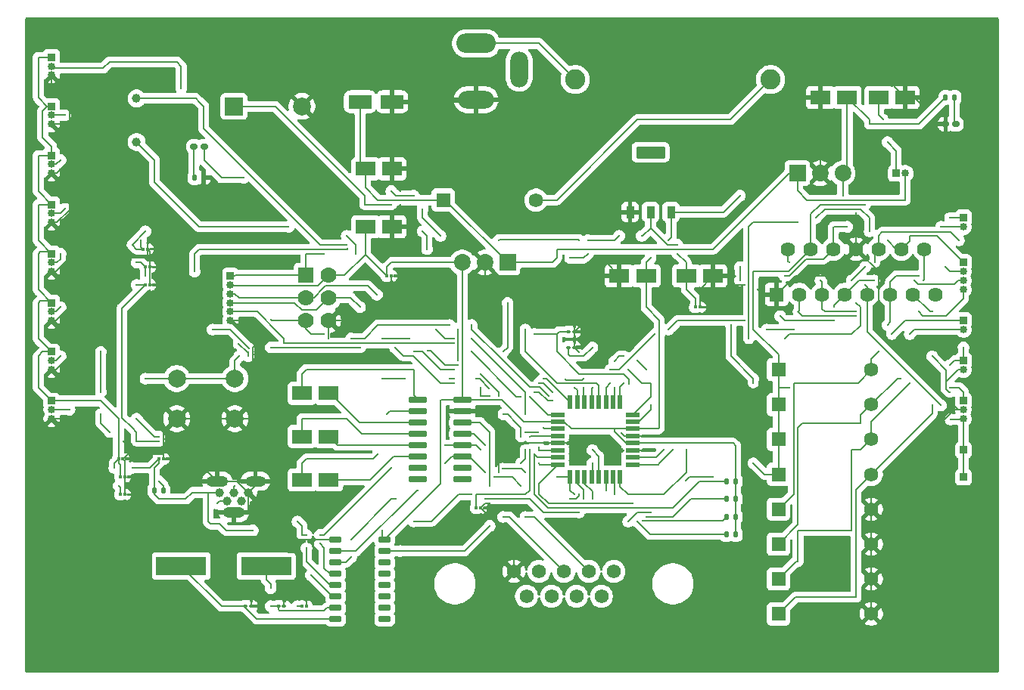
<source format=gbr>
%TF.GenerationSoftware,KiCad,Pcbnew,9.0.1*%
%TF.CreationDate,2026-02-02T13:33:25+05:30*%
%TF.ProjectId,robotics_controller,726f626f-7469-4637-935f-636f6e74726f,rev?*%
%TF.SameCoordinates,Original*%
%TF.FileFunction,Copper,L1,Top*%
%TF.FilePolarity,Positive*%
%FSLAX46Y46*%
G04 Gerber Fmt 4.6, Leading zero omitted, Abs format (unit mm)*
G04 Created by KiCad (PCBNEW 9.0.1) date 2026-02-02 13:33:25*
%MOMM*%
%LPD*%
G01*
G04 APERTURE LIST*
G04 Aperture macros list*
%AMRoundRect*
0 Rectangle with rounded corners*
0 $1 Rounding radius*
0 $2 $3 $4 $5 $6 $7 $8 $9 X,Y pos of 4 corners*
0 Add a 4 corners polygon primitive as box body*
4,1,4,$2,$3,$4,$5,$6,$7,$8,$9,$2,$3,0*
0 Add four circle primitives for the rounded corners*
1,1,$1+$1,$2,$3*
1,1,$1+$1,$4,$5*
1,1,$1+$1,$6,$7*
1,1,$1+$1,$8,$9*
0 Add four rect primitives between the rounded corners*
20,1,$1+$1,$2,$3,$4,$5,0*
20,1,$1+$1,$4,$5,$6,$7,0*
20,1,$1+$1,$6,$7,$8,$9,0*
20,1,$1+$1,$8,$9,$2,$3,0*%
G04 Aperture macros list end*
%TA.AperFunction,SMDPad,CuDef*%
%ADD10RoundRect,0.069750X0.395250X-0.585250X0.395250X0.585250X-0.395250X0.585250X-0.395250X-0.585250X0*%
%TD*%
%TA.AperFunction,SMDPad,CuDef*%
%ADD11RoundRect,0.098250X1.521750X-0.556750X1.521750X0.556750X-1.521750X0.556750X-1.521750X-0.556750X0*%
%TD*%
%TA.AperFunction,ComponentPad*%
%ADD12R,1.860000X1.860000*%
%TD*%
%TA.AperFunction,ComponentPad*%
%ADD13C,1.860000*%
%TD*%
%TA.AperFunction,SMDPad,CuDef*%
%ADD14RoundRect,0.100000X-0.130000X-0.100000X0.130000X-0.100000X0.130000X0.100000X-0.130000X0.100000X0*%
%TD*%
%TA.AperFunction,SMDPad,CuDef*%
%ADD15R,2.200000X1.600000*%
%TD*%
%TA.AperFunction,ComponentPad*%
%ADD16R,0.850000X0.850000*%
%TD*%
%TA.AperFunction,ComponentPad*%
%ADD17C,0.850000*%
%TD*%
%TA.AperFunction,SMDPad,CuDef*%
%ADD18RoundRect,0.075000X-0.125000X-0.075000X0.125000X-0.075000X0.125000X0.075000X-0.125000X0.075000X0*%
%TD*%
%TA.AperFunction,ComponentPad*%
%ADD19R,1.590000X1.590000*%
%TD*%
%TA.AperFunction,ComponentPad*%
%ADD20C,1.590000*%
%TD*%
%TA.AperFunction,SMDPad,CuDef*%
%ADD21RoundRect,0.135000X-0.135000X-0.185000X0.135000X-0.185000X0.135000X0.185000X-0.135000X0.185000X0*%
%TD*%
%TA.AperFunction,SMDPad,CuDef*%
%ADD22RoundRect,0.160000X0.222500X0.160000X-0.222500X0.160000X-0.222500X-0.160000X0.222500X-0.160000X0*%
%TD*%
%TA.AperFunction,ComponentPad*%
%ADD23R,1.778000X1.778000*%
%TD*%
%TA.AperFunction,ComponentPad*%
%ADD24C,1.778000*%
%TD*%
%TA.AperFunction,ComponentPad*%
%ADD25C,1.574800*%
%TD*%
%TA.AperFunction,ComponentPad*%
%ADD26O,4.400000X2.200000*%
%TD*%
%TA.AperFunction,ComponentPad*%
%ADD27O,4.000000X2.000000*%
%TD*%
%TA.AperFunction,ComponentPad*%
%ADD28O,2.000000X4.000000*%
%TD*%
%TA.AperFunction,ComponentPad*%
%ADD29R,1.620000X1.620000*%
%TD*%
%TA.AperFunction,ComponentPad*%
%ADD30C,1.620000*%
%TD*%
%TA.AperFunction,ComponentPad*%
%ADD31C,1.000000*%
%TD*%
%TA.AperFunction,ComponentPad*%
%ADD32O,2.416000X1.208000*%
%TD*%
%TA.AperFunction,ComponentPad*%
%ADD33O,2.300000X1.150000*%
%TD*%
%TA.AperFunction,SMDPad,CuDef*%
%ADD34RoundRect,0.250000X-1.050000X-0.550000X1.050000X-0.550000X1.050000X0.550000X-1.050000X0.550000X0*%
%TD*%
%TA.AperFunction,ComponentPad*%
%ADD35R,2.000000X2.000000*%
%TD*%
%TA.AperFunction,ComponentPad*%
%ADD36C,2.000000*%
%TD*%
%TA.AperFunction,SMDPad,CuDef*%
%ADD37RoundRect,0.075000X-0.910000X-0.225000X0.910000X-0.225000X0.910000X0.225000X-0.910000X0.225000X0*%
%TD*%
%TA.AperFunction,SMDPad,CuDef*%
%ADD38RoundRect,0.077500X-0.577500X-0.232500X0.577500X-0.232500X0.577500X0.232500X-0.577500X0.232500X0*%
%TD*%
%TA.AperFunction,ComponentPad*%
%ADD39C,1.007000*%
%TD*%
%TA.AperFunction,SMDPad,CuDef*%
%ADD40R,5.600000X2.100000*%
%TD*%
%TA.AperFunction,SMDPad,CuDef*%
%ADD41RoundRect,0.135000X0.135000X0.185000X-0.135000X0.185000X-0.135000X-0.185000X0.135000X-0.185000X0*%
%TD*%
%TA.AperFunction,ComponentPad*%
%ADD42C,2.250000*%
%TD*%
%TA.AperFunction,SMDPad,CuDef*%
%ADD43RoundRect,0.160000X-0.222500X-0.160000X0.222500X-0.160000X0.222500X0.160000X-0.222500X0.160000X0*%
%TD*%
%TA.AperFunction,SMDPad,CuDef*%
%ADD44RoundRect,0.068750X0.666250X0.206250X-0.666250X0.206250X-0.666250X-0.206250X0.666250X-0.206250X0*%
%TD*%
%TA.AperFunction,SMDPad,CuDef*%
%ADD45RoundRect,0.068750X0.206250X0.666250X-0.206250X0.666250X-0.206250X-0.666250X0.206250X-0.666250X0*%
%TD*%
%TA.AperFunction,ViaPad*%
%ADD46C,0.300000*%
%TD*%
%TA.AperFunction,Conductor*%
%ADD47C,0.200000*%
%TD*%
G04 APERTURE END LIST*
D10*
%TO.P,U1,1,GND/ADJ*%
%TO.N,gnd*%
X198210000Y-57845000D03*
%TO.P,U1,2,VOUT*%
%TO.N,3.3v*%
X200500000Y-57845000D03*
%TO.P,U1,3,VIN*%
%TO.N,5v*%
X202790000Y-57845000D03*
D11*
%TO.P,U1,4*%
%TO.N,N/C*%
X200500000Y-51155000D03*
%TD*%
D12*
%TO.P,Q1,1,IN*%
%TO.N,vin*%
X184500000Y-63500000D03*
D13*
%TO.P,Q1,2,GND*%
%TO.N,gnd*%
X181960000Y-63500000D03*
%TO.P,Q1,3,OUT*%
%TO.N,5v*%
X179420000Y-63500000D03*
%TD*%
D14*
%TO.P,C20,1*%
%TO.N,x2*%
X155180000Y-102000000D03*
%TO.P,C20,2*%
%TO.N,gnd*%
X155820000Y-102000000D03*
%TD*%
D15*
%TO.P,C26,1*%
%TO.N,c3*%
X161500000Y-87850000D03*
%TO.P,C26,2*%
%TO.N,c3-*%
X164500000Y-87850000D03*
%TD*%
D16*
%TO.P,J15,1,Pin_1*%
%TO.N,enb*%
X235500000Y-58500000D03*
D17*
%TO.P,J15,2,Pin_2*%
%TO.N,ena*%
X235500000Y-59500000D03*
%TD*%
D15*
%TO.P,C24,1*%
%TO.N,c1*%
X161500000Y-78150000D03*
%TO.P,C24,2*%
%TO.N,c1-*%
X164500000Y-78150000D03*
%TD*%
D18*
%TO.P,C8,1*%
%TO.N,5v*%
X141200000Y-87500000D03*
%TO.P,C8,2*%
%TO.N,gnd*%
X141700000Y-87500000D03*
%TD*%
%TO.P,C16,1*%
%TO.N,adc2*%
X143975000Y-64000000D03*
%TO.P,C16,2*%
%TO.N,gnd*%
X144475000Y-64000000D03*
%TD*%
%TO.P,C15,1*%
%TO.N,adc1*%
X143725000Y-62000000D03*
%TO.P,C15,2*%
%TO.N,gnd*%
X144225000Y-62000000D03*
%TD*%
%TO.P,C17,1*%
%TO.N,adc3*%
X143975000Y-66000000D03*
%TO.P,C17,2*%
%TO.N,gnd*%
X144475000Y-66000000D03*
%TD*%
D19*
%TO.P,D2,1*%
%TO.N,vcc*%
X214803000Y-75500000D03*
D20*
%TO.P,D2,2*%
%TO.N,o1*%
X225197000Y-75500000D03*
%TD*%
D16*
%TO.P,J12,1,Pin_1*%
%TO.N,5v*%
X133500000Y-73500000D03*
D17*
%TO.P,J12,2,Pin_2*%
%TO.N,dc1*%
X133500000Y-74500000D03*
%TO.P,J12,3,Pin_3*%
%TO.N,gnd*%
X133500000Y-75500000D03*
%TD*%
D19*
%TO.P,D7,1*%
%TO.N,o2*%
X214803000Y-95050000D03*
D20*
%TO.P,D7,2*%
%TO.N,gnd*%
X225197000Y-95050000D03*
%TD*%
D21*
%TO.P,R4,1*%
%TO.N,adc0*%
X209000000Y-88010000D03*
%TO.P,R4,2*%
%TO.N,5v*%
X210020000Y-88010000D03*
%TD*%
D14*
%TO.P,C12,1*%
%TO.N,xtal1*%
X191335000Y-71250000D03*
%TO.P,C12,2*%
%TO.N,gnd*%
X191975000Y-71250000D03*
%TD*%
D19*
%TO.P,D3,1*%
%TO.N,vcc*%
X214803000Y-79410000D03*
D20*
%TO.P,D3,2*%
%TO.N,o2*%
X225197000Y-79410000D03*
%TD*%
D22*
%TO.P,D11,1,K*%
%TO.N,pb1*%
X150572500Y-50500000D03*
%TO.P,D11,2,A*%
%TO.N,l2*%
X149427500Y-50500000D03*
%TD*%
D16*
%TO.P,J17,1,Pin_1*%
%TO.N,o3*%
X235500000Y-74500000D03*
D17*
%TO.P,J17,2,Pin_2*%
%TO.N,o4*%
X235500000Y-75500000D03*
%TD*%
D14*
%TO.P,C13,1*%
%TO.N,xtal2*%
X191335000Y-73000000D03*
%TO.P,C13,2*%
%TO.N,gnd*%
X191975000Y-73000000D03*
%TD*%
D18*
%TO.P,C9,1*%
%TO.N,5v*%
X145475000Y-85500000D03*
%TO.P,C9,2*%
%TO.N,gnd*%
X145975000Y-85500000D03*
%TD*%
%TO.P,C10,1*%
%TO.N,aref*%
X181000000Y-91000000D03*
%TO.P,C10,2*%
%TO.N,gnd*%
X181500000Y-91000000D03*
%TD*%
D16*
%TO.P,J11,1,Pin_1*%
%TO.N,5v*%
X133500000Y-68000000D03*
D17*
%TO.P,J11,2,Pin_2*%
%TO.N,dc2*%
X133500000Y-69000000D03*
%TO.P,J11,3,Pin_3*%
%TO.N,gnd*%
X133500000Y-70000000D03*
%TD*%
D23*
%TO.P,X1,1,MISO*%
%TO.N,miso*%
X161960000Y-64920000D03*
D24*
%TO.P,X1,2,VCC*%
%TO.N,5v*%
X164500000Y-64920000D03*
%TO.P,X1,3,SCK*%
%TO.N,sck*%
X161960000Y-67460000D03*
%TO.P,X1,4,MOSI*%
%TO.N,mosi*%
X164500000Y-67460000D03*
%TO.P,X1,5,RST*%
%TO.N,rst*%
X161960000Y-70000000D03*
%TO.P,X1,6,GND*%
%TO.N,gnd*%
X164500000Y-70000000D03*
%TD*%
D18*
%TO.P,C4,1*%
%TO.N,5v*%
X171000000Y-65000000D03*
%TO.P,C4,2*%
%TO.N,gnd*%
X171500000Y-65000000D03*
%TD*%
D15*
%TO.P,C3,1*%
%TO.N,5v*%
X168600000Y-59500000D03*
%TO.P,C3,2*%
%TO.N,gnd*%
X171600000Y-59500000D03*
%TD*%
D19*
%TO.P,D9,1*%
%TO.N,o4*%
X214803000Y-102870000D03*
D20*
%TO.P,D9,2*%
%TO.N,gnd*%
X225197000Y-102870000D03*
%TD*%
D21*
%TO.P,R5,1*%
%TO.N,adc1*%
X209000000Y-90000000D03*
%TO.P,R5,2*%
%TO.N,5v*%
X210020000Y-90000000D03*
%TD*%
D15*
%TO.P,C6,1*%
%TO.N,3.3v*%
X204500000Y-65000000D03*
%TO.P,C6,2*%
%TO.N,gnd*%
X207500000Y-65000000D03*
%TD*%
%TO.P,C25,1*%
%TO.N,c2*%
X161500000Y-83000000D03*
%TO.P,C25,2*%
%TO.N,c2-*%
X164500000Y-83000000D03*
%TD*%
D18*
%TO.P,C7,1*%
%TO.N,3.3v*%
X205500000Y-68500000D03*
%TO.P,C7,2*%
%TO.N,gnd*%
X206000000Y-68500000D03*
%TD*%
D19*
%TO.P,D5,1*%
%TO.N,vcc*%
X214803000Y-87230000D03*
D20*
%TO.P,D5,2*%
%TO.N,o4*%
X225197000Y-87230000D03*
%TD*%
D25*
%TO.P,CON1,1*%
%TO.N,unconnected-(CON1-Pad1)*%
X196396000Y-98103000D03*
%TO.P,CON1,2*%
%TO.N,rx1*%
X193602000Y-98103000D03*
%TO.P,CON1,3*%
%TO.N,tx1*%
X190808000Y-98103000D03*
%TO.P,CON1,4*%
%TO.N,unconnected-(CON1-Pad4)*%
X188014000Y-98103000D03*
%TO.P,CON1,5*%
%TO.N,gnd*%
X185220000Y-98103000D03*
%TO.P,CON1,6*%
%TO.N,unconnected-(CON1-Pad6)*%
X194999000Y-100897000D03*
%TO.P,CON1,7*%
%TO.N,unconnected-(CON1-Pad7)*%
X192205000Y-100897000D03*
%TO.P,CON1,8*%
%TO.N,unconnected-(CON1-Pad8)*%
X189411000Y-100897000D03*
%TO.P,CON1,9*%
%TO.N,unconnected-(CON1-Pad9)*%
X186617000Y-100897000D03*
%TD*%
D26*
%TO.P,J1,1*%
%TO.N,in*%
X181000000Y-38950000D03*
D27*
%TO.P,J1,2*%
%TO.N,gnd*%
X181000000Y-45250000D03*
D28*
%TO.P,J1,3*%
%TO.N,unconnected-(J1-Pad3)*%
X185800000Y-41850000D03*
%TD*%
D16*
%TO.P,J13,1,Pin_1*%
%TO.N,5v*%
X133500000Y-79000000D03*
D17*
%TO.P,J13,2,Pin_2*%
%TO.N,dc3*%
X133500000Y-80000000D03*
%TO.P,J13,3,Pin_3*%
%TO.N,gnd*%
X133500000Y-81000000D03*
%TD*%
D16*
%TO.P,J16,1,Pin_1*%
%TO.N,o1*%
X235500000Y-70000000D03*
D17*
%TO.P,J16,2,Pin_2*%
%TO.N,o2*%
X235500000Y-71000000D03*
%TD*%
D29*
%TO.P,U3,1,SENSE_A*%
%TO.N,gnd*%
X214610000Y-67080000D03*
D30*
%TO.P,U3,2,OUT1*%
%TO.N,o1*%
X215880000Y-62000000D03*
%TO.P,U3,3,OUT2*%
%TO.N,o2*%
X217150000Y-67080000D03*
%TO.P,U3,4,Vs*%
%TO.N,vcc*%
X218420000Y-62000000D03*
%TO.P,U3,5,IN1*%
%TO.N,in1*%
X219690000Y-67080000D03*
%TO.P,U3,6,EnA*%
%TO.N,ena*%
X220960000Y-62000000D03*
%TO.P,U3,7,IN2*%
%TO.N,in2*%
X222230000Y-67080000D03*
%TO.P,U3,8,GND*%
%TO.N,gnd*%
X223500000Y-62000000D03*
%TO.P,U3,9,Vss*%
%TO.N,5v*%
X224770000Y-67080000D03*
%TO.P,U3,10,IN3*%
%TO.N,in3*%
X226040000Y-62000000D03*
%TO.P,U3,11,EnB*%
%TO.N,enb*%
X227310000Y-67080000D03*
%TO.P,U3,12,IN4*%
%TO.N,in4*%
X228580000Y-62000000D03*
%TO.P,U3,13,OUT3*%
%TO.N,o3*%
X229850000Y-67080000D03*
%TO.P,U3,14,OUT4*%
%TO.N,o4*%
X231120000Y-62000000D03*
%TO.P,U3,15,SENSE_B*%
%TO.N,unconnected-(U3-SENSE_B-Pad15)*%
X232390000Y-67080000D03*
%TD*%
D15*
%TO.P,C23,1*%
%TO.N,5v*%
X222500000Y-45000000D03*
%TO.P,C23,2*%
%TO.N,gnd*%
X219500000Y-45000000D03*
%TD*%
D31*
%TO.P,J6,1,1*%
%TO.N,5v*%
X152300000Y-89250000D03*
%TO.P,J6,2,2*%
%TO.N,d-*%
X153100000Y-90250000D03*
%TO.P,J6,3,3*%
%TO.N,d+*%
X153900000Y-89250000D03*
%TO.P,J6,4,4*%
%TO.N,unconnected-(J6-Pad4)*%
X154700000Y-90250000D03*
%TO.P,J6,5,5*%
%TO.N,gnd*%
X155500000Y-89250000D03*
D32*
%TO.P,J6,S1,SHIELD*%
X152000000Y-88000000D03*
D33*
%TO.P,J6,S2,SHIELD*%
X156300000Y-88000000D03*
D32*
%TO.P,J6,S3,SHIELD*%
X153900000Y-91500000D03*
%TD*%
D34*
%TO.P,C1,1*%
%TO.N,vin*%
X168000000Y-45500000D03*
%TO.P,C1,2*%
%TO.N,gnd*%
X171600000Y-45500000D03*
%TD*%
D35*
%TO.P,BZ1,1,+*%
%TO.N,pb0*%
X153900000Y-46000000D03*
D36*
%TO.P,BZ1,2,-*%
%TO.N,gnd*%
X161500000Y-46000000D03*
%TD*%
D18*
%TO.P,C14,1*%
%TO.N,rst*%
X141200000Y-89500000D03*
%TO.P,C14,2*%
%TO.N,gnd*%
X141700000Y-89500000D03*
%TD*%
D37*
%TO.P,U5,1,C1+*%
%TO.N,c1*%
X174500000Y-78880000D03*
%TO.P,U5,2,VS+*%
%TO.N,c3*%
X174500000Y-80150000D03*
%TO.P,U5,3,C1-*%
%TO.N,c1-*%
X174500000Y-81420000D03*
%TO.P,U5,4,C2+*%
%TO.N,c2*%
X174500000Y-82690000D03*
%TO.P,U5,5,C2-*%
%TO.N,c2-*%
X174500000Y-83960000D03*
%TO.P,U5,6,VS-*%
%TO.N,c3-*%
X174500000Y-85230000D03*
%TO.P,U5,7,T2OUT*%
%TO.N,unconnected-(U5-T2OUT-Pad7)*%
X174500000Y-86500000D03*
%TO.P,U5,8,R2IN*%
%TO.N,unconnected-(U5-R2IN-Pad8)*%
X174500000Y-87770000D03*
%TO.P,U5,9,R2OUT*%
%TO.N,unconnected-(U5-R2OUT-Pad9)*%
X179450000Y-87770000D03*
%TO.P,U5,10,T2IN*%
%TO.N,unconnected-(U5-T2IN-Pad10)*%
X179450000Y-86500000D03*
%TO.P,U5,11,T1IN*%
%TO.N,tx*%
X179450000Y-85230000D03*
%TO.P,U5,12,R1OUT*%
%TO.N,rx*%
X179450000Y-83960000D03*
%TO.P,U5,13,R1IN*%
%TO.N,rx1*%
X179450000Y-82690000D03*
%TO.P,U5,14,T1OUT*%
%TO.N,tx1*%
X179450000Y-81420000D03*
%TO.P,U5,15,GND*%
%TO.N,gnd*%
X179450000Y-80150000D03*
%TO.P,U5,16,VCC*%
%TO.N,5v*%
X179450000Y-78880000D03*
%TD*%
D38*
%TO.P,U6,1,GND*%
%TO.N,gnd*%
X165250000Y-94555000D03*
%TO.P,U6,2,TXD*%
%TO.N,rx*%
X165250000Y-95825000D03*
%TO.P,U6,3,RXD*%
%TO.N,tx*%
X165250000Y-97095000D03*
%TO.P,U6,4,V3*%
%TO.N,3.3v*%
X165250000Y-98365000D03*
%TO.P,U6,5,UD+*%
%TO.N,d+*%
X165250000Y-99635000D03*
%TO.P,U6,6,UD-*%
%TO.N,d-*%
X165250000Y-100905000D03*
%TO.P,U6,7,XI*%
%TO.N,x1*%
X165250000Y-102175000D03*
%TO.P,U6,8,XO*%
%TO.N,x2*%
X165250000Y-103445000D03*
%TO.P,U6,9,~{CTS}*%
%TO.N,unconnected-(U6-~{CTS}-Pad9)*%
X170750000Y-103445000D03*
%TO.P,U6,10,~{DSR}*%
%TO.N,unconnected-(U6-~{DSR}-Pad10)*%
X170750000Y-102175000D03*
%TO.P,U6,11,~{RI}*%
%TO.N,unconnected-(U6-~{RI}-Pad11)*%
X170750000Y-100905000D03*
%TO.P,U6,12,~{DCD}*%
%TO.N,unconnected-(U6-~{DCD}-Pad12)*%
X170750000Y-99635000D03*
%TO.P,U6,13,~{DTR}*%
%TO.N,unconnected-(U6-~{DTR}-Pad13)*%
X170750000Y-98365000D03*
%TO.P,U6,14,~{RTS}*%
%TO.N,unconnected-(U6-~{RTS}-Pad14)*%
X170750000Y-97095000D03*
%TO.P,U6,15,RS232*%
%TO.N,vcc*%
X170750000Y-95825000D03*
%TO.P,U6,16,VCC*%
%TO.N,5v*%
X170750000Y-94555000D03*
%TD*%
D19*
%TO.P,D4,1*%
%TO.N,vcc*%
X214803000Y-83320000D03*
D20*
%TO.P,D4,2*%
%TO.N,o3*%
X225197000Y-83320000D03*
%TD*%
D39*
%TO.P,Y1,1*%
%TO.N,xtal1*%
X143000000Y-50000000D03*
%TO.P,Y1,2*%
%TO.N,xtal2*%
X143000000Y-45120000D03*
%TD*%
D19*
%TO.P,D8,1*%
%TO.N,o3*%
X214803000Y-98960000D03*
D20*
%TO.P,D8,2*%
%TO.N,gnd*%
X225197000Y-98960000D03*
%TD*%
D18*
%TO.P,C11,1*%
%TO.N,5v*%
X140975000Y-85500000D03*
%TO.P,C11,2*%
%TO.N,gnd*%
X141475000Y-85500000D03*
%TD*%
D40*
%TO.P,Y2,1*%
%TO.N,x1*%
X157500000Y-97500000D03*
%TO.P,Y2,2*%
%TO.N,x2*%
X148000000Y-97500000D03*
%TD*%
D16*
%TO.P,J20,1,Pin_1*%
%TO.N,5v*%
X235500000Y-84500000D03*
%TD*%
D41*
%TO.P,R1,1*%
%TO.N,rst*%
X146000000Y-89000000D03*
%TO.P,R1,2*%
%TO.N,5v*%
X144980000Y-89000000D03*
%TD*%
D15*
%TO.P,C22,1*%
%TO.N,vcc*%
X226000000Y-45000000D03*
%TO.P,C22,2*%
%TO.N,gnd*%
X229000000Y-45000000D03*
%TD*%
D21*
%TO.P,R7,1*%
%TO.N,adc2*%
X209000000Y-93980000D03*
%TO.P,R7,2*%
%TO.N,5v*%
X210020000Y-93980000D03*
%TD*%
D16*
%TO.P,J9,1,Pin_1*%
%TO.N,in4*%
X235500000Y-63500000D03*
D17*
%TO.P,J9,2,Pin_2*%
%TO.N,in3*%
X235500000Y-64500000D03*
%TO.P,J9,3,Pin_3*%
%TO.N,in2*%
X235500000Y-65500000D03*
%TO.P,J9,4,Pin_4*%
%TO.N,in1*%
X235500000Y-66500000D03*
%TD*%
D16*
%TO.P,J21,1,Pin_1*%
%TO.N,5v*%
X235500000Y-87550000D03*
%TD*%
%TO.P,J8,1,Pin_1*%
%TO.N,5v*%
X133500000Y-62500000D03*
D17*
%TO.P,J8,2,Pin_2*%
%TO.N,dc0*%
X133500000Y-63500000D03*
%TO.P,J8,3,Pin_3*%
%TO.N,gnd*%
X133500000Y-64500000D03*
%TD*%
D19*
%TO.P,D6,1*%
%TO.N,o1*%
X214803000Y-91140000D03*
D20*
%TO.P,D6,2*%
%TO.N,gnd*%
X225197000Y-91140000D03*
%TD*%
D18*
%TO.P,C21,1*%
%TO.N,vcc*%
X161500000Y-102000000D03*
%TO.P,C21,2*%
%TO.N,gnd*%
X162000000Y-102000000D03*
%TD*%
D16*
%TO.P,J10,1,Pin_1*%
%TO.N,miso*%
X153500000Y-65000000D03*
D17*
%TO.P,J10,2,Pin_2*%
%TO.N,5v*%
X153500000Y-66000000D03*
%TO.P,J10,3,Pin_3*%
%TO.N,sck*%
X153500000Y-67000000D03*
%TO.P,J10,4,Pin_4*%
%TO.N,mosi*%
X153500000Y-68000000D03*
%TO.P,J10,5,Pin_5*%
%TO.N,ss*%
X153500000Y-69000000D03*
%TO.P,J10,6,Pin_6*%
%TO.N,gnd*%
X153500000Y-70000000D03*
%TD*%
D42*
%TO.P,F1,1*%
%TO.N,in*%
X192080000Y-43000000D03*
%TO.P,F1,2*%
%TO.N,f1out*%
X213920000Y-43000000D03*
%TD*%
D12*
%TO.P,U4,1,VI*%
%TO.N,vin*%
X216920000Y-53500000D03*
D13*
%TO.P,U4,2,GND*%
%TO.N,gnd*%
X219460000Y-53500000D03*
%TO.P,U4,3,VO*%
%TO.N,5v*%
X222000000Y-53500000D03*
%TD*%
D16*
%TO.P,J2,1,Pin_1*%
%TO.N,5v*%
X133500000Y-40500000D03*
D17*
%TO.P,J2,2,Pin_2*%
%TO.N,adc0*%
X133500000Y-41500000D03*
%TO.P,J2,3,Pin_3*%
%TO.N,gnd*%
X133500000Y-42500000D03*
%TD*%
D16*
%TO.P,J5,1,Pin_1*%
%TO.N,5v*%
X133500000Y-57000000D03*
D17*
%TO.P,J5,2,Pin_2*%
%TO.N,adc3*%
X133500000Y-58000000D03*
%TO.P,J5,3,Pin_3*%
%TO.N,gnd*%
X133500000Y-59000000D03*
%TD*%
D43*
%TO.P,D10,1,K*%
%TO.N,gnd*%
X233510000Y-48000000D03*
%TO.P,D10,2,A*%
%TO.N,l1*%
X234655000Y-48000000D03*
%TD*%
D21*
%TO.P,R8,1*%
%TO.N,5v*%
X233490000Y-45000000D03*
%TO.P,R8,2*%
%TO.N,l1*%
X234510000Y-45000000D03*
%TD*%
D15*
%TO.P,C2,1*%
%TO.N,vin*%
X168600000Y-53000000D03*
%TO.P,C2,2*%
%TO.N,gnd*%
X171600000Y-53000000D03*
%TD*%
D21*
%TO.P,R2,1*%
%TO.N,l2*%
X149480000Y-54000000D03*
%TO.P,R2,2*%
%TO.N,gnd*%
X150500000Y-54000000D03*
%TD*%
D14*
%TO.P,C19,1*%
%TO.N,x1*%
X158860000Y-102000000D03*
%TO.P,C19,2*%
%TO.N,gnd*%
X159500000Y-102000000D03*
%TD*%
D15*
%TO.P,C5,1*%
%TO.N,5v*%
X200000000Y-65000000D03*
%TO.P,C5,2*%
%TO.N,gnd*%
X197000000Y-65000000D03*
%TD*%
D36*
%TO.P,SW1,1,1*%
%TO.N,rst*%
X147500000Y-76500000D03*
X154000000Y-76500000D03*
%TO.P,SW1,2,2*%
%TO.N,gnd*%
X147500000Y-81000000D03*
X154000000Y-81000000D03*
%TD*%
D16*
%TO.P,J19,1,Pin_1*%
%TO.N,vcc*%
X235500000Y-79000000D03*
D17*
%TO.P,J19,2,Pin_2*%
%TO.N,gnd*%
X235500000Y-80000000D03*
%TO.P,J19,3,Pin_3*%
%TO.N,5v*%
X235500000Y-81000000D03*
%TD*%
D21*
%TO.P,R6,1*%
%TO.N,adc3*%
X209000000Y-91990000D03*
%TO.P,R6,2*%
%TO.N,5v*%
X210020000Y-91990000D03*
%TD*%
D16*
%TO.P,J18,1,Pin_1*%
%TO.N,vcc*%
X228000000Y-53500000D03*
D17*
%TO.P,J18,2,Pin_2*%
%TO.N,vin*%
X229000000Y-53500000D03*
%TD*%
D16*
%TO.P,J4,1,Pin_1*%
%TO.N,5v*%
X133500000Y-51500000D03*
D17*
%TO.P,J4,2,Pin_2*%
%TO.N,adc2*%
X133500000Y-52500000D03*
%TO.P,J4,3,Pin_3*%
%TO.N,gnd*%
X133500000Y-53500000D03*
%TD*%
D16*
%TO.P,J3,1,Pin_1*%
%TO.N,5v*%
X133500000Y-46000000D03*
D17*
%TO.P,J3,2,Pin_2*%
%TO.N,adc1*%
X133500000Y-47000000D03*
%TO.P,J3,3,Pin_3*%
%TO.N,gnd*%
X133500000Y-48000000D03*
%TD*%
D19*
%TO.P,D1,1*%
%TO.N,vin*%
X177303000Y-56500000D03*
D20*
%TO.P,D1,2*%
%TO.N,f1out*%
X187697000Y-56500000D03*
%TD*%
D44*
%TO.P,U2,1,PD3*%
%TO.N,in3*%
X198470000Y-86130000D03*
%TO.P,U2,2,PD4*%
%TO.N,in1*%
X198470000Y-85330000D03*
%TO.P,U2,3,GND*%
%TO.N,gnd*%
X198470000Y-84530000D03*
%TO.P,U2,4,VCC*%
%TO.N,5v*%
X198470000Y-83730000D03*
%TO.P,U2,5,GND*%
%TO.N,gnd*%
X198470000Y-82930000D03*
%TO.P,U2,6,VCC*%
%TO.N,5v*%
X198470000Y-82130000D03*
%TO.P,U2,7,XTAL1/PB6*%
%TO.N,xtal1*%
X198470000Y-81330000D03*
%TO.P,U2,8,XTAL2/PB7*%
%TO.N,xtal2*%
X198470000Y-80530000D03*
D45*
%TO.P,U2,9,PD5*%
%TO.N,ena*%
X197100000Y-79160000D03*
%TO.P,U2,10,PD6*%
%TO.N,enb*%
X196300000Y-79160000D03*
%TO.P,U2,11,PD7*%
%TO.N,in2*%
X195500000Y-79160000D03*
%TO.P,U2,12,PB0*%
%TO.N,pb0*%
X194700000Y-79160000D03*
%TO.P,U2,13,PB1*%
%TO.N,pb1*%
X193900000Y-79160000D03*
%TO.P,U2,14,PB2*%
%TO.N,ss*%
X193100000Y-79160000D03*
%TO.P,U2,15,PB3*%
%TO.N,mosi*%
X192300000Y-79160000D03*
%TO.P,U2,16,PB4*%
%TO.N,miso*%
X191500000Y-79160000D03*
D44*
%TO.P,U2,17,PB5*%
%TO.N,sck*%
X190130000Y-80530000D03*
%TO.P,U2,18,AVCC*%
%TO.N,5v*%
X190130000Y-81330000D03*
%TO.P,U2,19,ADC6*%
%TO.N,dc0*%
X190130000Y-82130000D03*
%TO.P,U2,20,AREF*%
%TO.N,aref*%
X190130000Y-82930000D03*
%TO.P,U2,21,GND*%
%TO.N,gnd*%
X190130000Y-83730000D03*
%TO.P,U2,22,ADC7*%
%TO.N,dc1*%
X190130000Y-84530000D03*
%TO.P,U2,23,PC0*%
%TO.N,adc0*%
X190130000Y-85330000D03*
%TO.P,U2,24,PC1*%
%TO.N,adc1*%
X190130000Y-86130000D03*
D45*
%TO.P,U2,25,PC2*%
%TO.N,adc2*%
X191500000Y-87500000D03*
%TO.P,U2,26,PC3*%
%TO.N,adc3*%
X192300000Y-87500000D03*
%TO.P,U2,27,PC4*%
%TO.N,dc3*%
X193100000Y-87500000D03*
%TO.P,U2,28,PC5*%
%TO.N,dc2*%
X193900000Y-87500000D03*
%TO.P,U2,29,~{RESET}/PC6*%
%TO.N,rst*%
X194700000Y-87500000D03*
%TO.P,U2,30,PD0*%
%TO.N,rx*%
X195500000Y-87500000D03*
%TO.P,U2,31,PD1*%
%TO.N,tx*%
X196300000Y-87500000D03*
%TO.P,U2,32,PD2*%
%TO.N,in4*%
X197100000Y-87500000D03*
%TD*%
D46*
%TO.N,pb0*%
X175000000Y-60000000D03*
X175500000Y-62000000D03*
X186500000Y-71000000D03*
X171500000Y-57000000D03*
%TO.N,gnd*%
X197256395Y-82580000D03*
X140000000Y-83500000D03*
X182500000Y-90500000D03*
X223500000Y-58000000D03*
X164500000Y-72000000D03*
X193000000Y-76500000D03*
X172500000Y-55500000D03*
X177500000Y-66000000D03*
X211000000Y-66000000D03*
X172500000Y-57000000D03*
X183500000Y-87000000D03*
X200500000Y-84500000D03*
X192500000Y-73550000D03*
X135500000Y-76500000D03*
X212500000Y-66500000D03*
X148500000Y-56500000D03*
X220500000Y-55000000D03*
X185000000Y-82000000D03*
X195500000Y-63000000D03*
X198000000Y-61000000D03*
X157500000Y-71500000D03*
X191000000Y-76599000D03*
X231000000Y-46000000D03*
X182000000Y-65500000D03*
X146000000Y-59500000D03*
X141500000Y-83500000D03*
X136500000Y-80000000D03*
X232000000Y-48000000D03*
X196000000Y-83000000D03*
X200500000Y-83000000D03*
%TO.N,5v*%
X156000000Y-93500000D03*
X210500000Y-56000000D03*
X142500000Y-86500000D03*
X140500000Y-86500000D03*
X222000000Y-56000000D03*
X202500000Y-61000000D03*
X224500000Y-66000000D03*
X170500000Y-93500000D03*
X200500000Y-63000000D03*
X233000000Y-79500000D03*
X234068199Y-81068199D03*
%TO.N,3.3v*%
X163500000Y-95005000D03*
X199500000Y-60500000D03*
X197000000Y-60500000D03*
X163500000Y-94000000D03*
X203500000Y-62500000D03*
X184500000Y-68000000D03*
X191500000Y-63000000D03*
X184000000Y-73500000D03*
X171500000Y-86500000D03*
X203500000Y-61500000D03*
X193500000Y-62500000D03*
X193500000Y-61000000D03*
%TO.N,aref*%
X187000000Y-83000000D03*
X187000000Y-84500000D03*
%TO.N,xtal1*%
X187500000Y-71500000D03*
X198068199Y-77068199D03*
X200500000Y-79500000D03*
X160000000Y-59500000D03*
%TO.N,xtal2*%
X194000000Y-73000000D03*
X166500000Y-61500000D03*
X198000000Y-75500000D03*
%TO.N,rst*%
X181000000Y-76500000D03*
X173500000Y-72000000D03*
X189500000Y-79000000D03*
X164000000Y-71500000D03*
X170500000Y-72000000D03*
X141000000Y-88500000D03*
X194000000Y-84500000D03*
X158068199Y-69931801D03*
X182431801Y-77568199D03*
X187500000Y-78000000D03*
X144000000Y-76500000D03*
X145500000Y-88000000D03*
X175550000Y-73413605D03*
X178970000Y-75000000D03*
X154500000Y-74000000D03*
%TO.N,adc1*%
X178500000Y-77000000D03*
X168000000Y-73000000D03*
X155550000Y-73086395D03*
X143500000Y-61000000D03*
X188000000Y-86000000D03*
X135000000Y-47000000D03*
X171931801Y-73068199D03*
X151500000Y-71000000D03*
X158000000Y-73000000D03*
X198500000Y-90500000D03*
X144000000Y-60000000D03*
X200000000Y-92000000D03*
%TO.N,adc2*%
X186500000Y-84500000D03*
X144000000Y-65000000D03*
X190000000Y-87500000D03*
X181500000Y-76000000D03*
X183500000Y-78430000D03*
X178970000Y-71000000D03*
X186000000Y-86000000D03*
X166621429Y-61985031D03*
X149500000Y-64500000D03*
X178970000Y-74500000D03*
X192000000Y-89500000D03*
X186000000Y-83000000D03*
X134500000Y-52000000D03*
X143000000Y-63500000D03*
X184050000Y-80500000D03*
X199000000Y-92500000D03*
%TO.N,adc3*%
X174000000Y-92500000D03*
X145500000Y-83500000D03*
X193000000Y-90000000D03*
X182000000Y-90000000D03*
X143000000Y-66000000D03*
X192500000Y-91500000D03*
X180500000Y-89500000D03*
X134982321Y-57482321D03*
X199568199Y-92431801D03*
%TO.N,x1*%
X158000000Y-100000000D03*
X158000000Y-102000000D03*
%TO.N,vcc*%
X227000000Y-50000000D03*
X172500000Y-95825000D03*
X234000000Y-77500000D03*
X226500000Y-47500000D03*
X224500000Y-57000000D03*
X212000000Y-86000000D03*
X161000000Y-102000000D03*
X216000000Y-77500000D03*
X182500000Y-93000000D03*
%TO.N,c3*%
X171000000Y-80500000D03*
X170000000Y-85000000D03*
%TO.N,rx1*%
X182000000Y-84000000D03*
X186500000Y-92000000D03*
%TO.N,tx1*%
X184000000Y-92000000D03*
X182500000Y-88500000D03*
%TO.N,o1*%
X227500000Y-71500000D03*
X216000000Y-63500000D03*
X226000000Y-73500000D03*
%TO.N,o2*%
X223500000Y-69500000D03*
X228500000Y-76500000D03*
X229500000Y-71500000D03*
%TO.N,o3*%
X229500000Y-77000000D03*
X235500000Y-73000000D03*
X232000000Y-69000000D03*
X234000000Y-75000000D03*
%TO.N,o4*%
X231000000Y-65500000D03*
X232000000Y-74000000D03*
X232000000Y-79500000D03*
X234000000Y-78000000D03*
%TO.N,pb1*%
X171500000Y-55500000D03*
X175000000Y-57500000D03*
X192500000Y-61000000D03*
X183500000Y-61000000D03*
X174000000Y-56000000D03*
X177000000Y-60500000D03*
X194000000Y-77500000D03*
X155000000Y-54000000D03*
%TO.N,in1*%
X211500000Y-72000000D03*
X219500000Y-65500000D03*
X230500000Y-69000000D03*
X217000000Y-59000000D03*
X223500000Y-69000000D03*
X202000000Y-84500000D03*
%TO.N,adc0*%
X166500000Y-60500000D03*
X148000000Y-44000000D03*
X167500000Y-62500000D03*
X180500000Y-72000000D03*
X187500000Y-85000000D03*
X176500000Y-71000000D03*
X178500000Y-72000000D03*
X186500000Y-80500000D03*
%TO.N,d+*%
X153900000Y-89250000D03*
X162000000Y-95500000D03*
X161000000Y-92500000D03*
X162000000Y-94000000D03*
X154000000Y-88500000D03*
%TO.N,d-*%
X152000000Y-90500000D03*
X162500000Y-98500000D03*
%TO.N,dc0*%
X155489992Y-73582784D03*
X154413604Y-72586396D03*
X155500000Y-74000000D03*
X189068199Y-78431801D03*
X178000000Y-70500000D03*
X180500000Y-70500000D03*
X167000000Y-72000000D03*
X188500000Y-82000000D03*
X134500000Y-62500000D03*
%TO.N,in4*%
X204500000Y-84500000D03*
X219000000Y-58500000D03*
X209500000Y-70500000D03*
X210500000Y-65500000D03*
X210500000Y-64000000D03*
X212000000Y-76500000D03*
X225000000Y-60000000D03*
X227000000Y-61000000D03*
%TO.N,in3*%
X203000000Y-84500000D03*
X235000000Y-61000000D03*
X223500000Y-68000000D03*
X225568199Y-63431801D03*
X223000000Y-65500000D03*
X233500000Y-64000000D03*
X215500000Y-72000000D03*
X224500000Y-64000000D03*
%TO.N,in2*%
X196000000Y-75500000D03*
X230000000Y-65500000D03*
X221000000Y-70000000D03*
X202500000Y-71000000D03*
X215000000Y-69500000D03*
X211000000Y-70000000D03*
X221000000Y-68500000D03*
X196000000Y-77000000D03*
X225500000Y-65500000D03*
X201000000Y-71500000D03*
%TO.N,ss*%
X193000000Y-77500000D03*
X178500000Y-72500000D03*
%TO.N,sck*%
X169898251Y-67101749D03*
X180500000Y-73500000D03*
X186000000Y-78500000D03*
X187000000Y-78500000D03*
%TO.N,mosi*%
X168000000Y-68500000D03*
X188000000Y-77000000D03*
X178500000Y-75500000D03*
X192000000Y-77500000D03*
X189500000Y-78000000D03*
X174000000Y-73500000D03*
%TO.N,miso*%
X164000000Y-62500000D03*
X188500000Y-76500000D03*
%TO.N,dc2*%
X139000000Y-80500000D03*
X204431801Y-87931801D03*
X134500000Y-68500000D03*
X139000000Y-73500000D03*
X207500000Y-87500000D03*
X140000000Y-82500000D03*
X139000000Y-78000000D03*
X194000000Y-86000000D03*
%TO.N,dc1*%
X188000000Y-84180000D03*
X178000000Y-76500000D03*
X134500000Y-74000000D03*
X170500000Y-76500000D03*
X186500000Y-82500000D03*
X187950000Y-82480000D03*
X181500000Y-77500000D03*
X182500000Y-78430000D03*
X173000000Y-76500000D03*
X178500000Y-76500000D03*
%TO.N,dc3*%
X143000000Y-81000000D03*
X145500000Y-83000000D03*
X194000000Y-90000000D03*
X200500000Y-91500000D03*
X198000000Y-92500000D03*
X135500000Y-80000000D03*
%TO.N,ena*%
X222500000Y-59500000D03*
X197500000Y-77000000D03*
X233000000Y-59500000D03*
X215500000Y-65000000D03*
%TO.N,enb*%
X200000000Y-75500000D03*
X216500000Y-71000000D03*
X234000000Y-58500000D03*
X230500000Y-65000000D03*
X213500000Y-71000000D03*
X227000000Y-70500000D03*
X197500000Y-74000000D03*
X196431801Y-74568199D03*
X196500000Y-77500000D03*
X199000000Y-74500000D03*
%TO.N,rx*%
X195500000Y-89000000D03*
X177500000Y-84000000D03*
X174500000Y-89000000D03*
X183950000Y-86586395D03*
X186500000Y-87000000D03*
X181500000Y-84500000D03*
%TO.N,tx*%
X167000000Y-94500000D03*
X172000000Y-90000000D03*
X186000000Y-88500000D03*
X167000000Y-96500000D03*
X182000000Y-87000000D03*
X192500000Y-89500000D03*
X196500000Y-89500000D03*
X183000000Y-87500000D03*
X191500000Y-90000000D03*
X177500000Y-86000000D03*
%TD*%
D47*
%TO.N,pb0*%
X194451000Y-77049000D02*
X194500000Y-77000000D01*
X186500000Y-71000000D02*
X186500000Y-73500000D01*
X168500000Y-57000000D02*
X171500000Y-57000000D01*
X188500000Y-75500000D02*
X190049000Y-77049000D01*
X153900000Y-46000000D02*
X158500000Y-46000000D01*
X186500000Y-73500000D02*
X188500000Y-75500000D01*
X158500000Y-46000000D02*
X168000000Y-55500000D01*
X168500000Y-56000000D02*
X168500000Y-57000000D01*
X168000000Y-55500000D02*
X168500000Y-56000000D01*
X175000000Y-60000000D02*
X175500000Y-60500000D01*
X175500000Y-60500000D02*
X175500000Y-62000000D01*
X194700000Y-79160000D02*
X194700000Y-77298000D01*
X194700000Y-77298000D02*
X194451000Y-77049000D01*
X190049000Y-77049000D02*
X194451000Y-77049000D01*
%TO.N,gnd*%
X171500000Y-42500000D02*
X171500000Y-43500000D01*
X136500000Y-80000000D02*
X140000000Y-83500000D01*
X141701000Y-85726000D02*
X141701000Y-87500000D01*
X141700000Y-87500000D02*
X141700000Y-89500000D01*
X144225000Y-62775000D02*
X144000000Y-63000000D01*
X134101040Y-59000000D02*
X135500000Y-57601040D01*
X186460000Y-68000000D02*
X191500000Y-68000000D01*
X135500000Y-57500000D02*
X135500000Y-52000000D01*
X133500000Y-81000000D02*
X135500000Y-81000000D01*
X154250000Y-88000000D02*
X155500000Y-89250000D01*
X225197000Y-91140000D02*
X225197000Y-89303000D01*
X155500000Y-91500000D02*
X155500000Y-89250000D01*
X222500000Y-65000000D02*
X222500000Y-63000000D01*
X168000000Y-70000000D02*
X172000000Y-66000000D01*
X219500000Y-53460000D02*
X219460000Y-53500000D01*
X172500000Y-57000000D02*
X171600000Y-57900000D01*
X171600000Y-57900000D02*
X171600000Y-59500000D01*
X182000000Y-90500000D02*
X181500000Y-91000000D01*
X197606395Y-82930000D02*
X198470000Y-82930000D01*
X135500000Y-68500000D02*
X135500000Y-63000000D01*
X234500000Y-80000000D02*
X235500000Y-80000000D01*
X135500000Y-76500000D02*
X135500000Y-74000000D01*
X133500000Y-53500000D02*
X134101040Y-53500000D01*
X153900000Y-91500000D02*
X155500000Y-91500000D01*
X219500000Y-42000000D02*
X226000000Y-42000000D01*
X149500000Y-85500000D02*
X152000000Y-88000000D01*
X145975000Y-85500000D02*
X149500000Y-85500000D01*
X162000000Y-101500000D02*
X161500000Y-101000000D01*
X160000000Y-96000000D02*
X161500000Y-96000000D01*
X198210000Y-60790000D02*
X198000000Y-61000000D01*
X134000000Y-75500000D02*
X135500000Y-74000000D01*
X135500000Y-48000000D02*
X133500000Y-48000000D01*
X134101040Y-53500000D02*
X135500000Y-52101040D01*
X198470000Y-82930000D02*
X200430000Y-82930000D01*
X141500000Y-85500000D02*
X142000000Y-85000000D01*
X172000000Y-66000000D02*
X177500000Y-66000000D01*
X226000000Y-64500000D02*
X223500000Y-62000000D01*
X229000000Y-45000000D02*
X230000000Y-45000000D01*
X197256395Y-82580000D02*
X197606395Y-82930000D01*
X133500000Y-64500000D02*
X134000000Y-64500000D01*
X226000000Y-71101040D02*
X226000000Y-64500000D01*
X220500000Y-55000000D02*
X220500000Y-54540000D01*
X212500000Y-66500000D02*
X213080000Y-67080000D01*
X191975000Y-73000000D02*
X191975000Y-73025000D01*
X200470000Y-84530000D02*
X198470000Y-84530000D01*
X162000000Y-102000000D02*
X162000000Y-101500000D01*
X182500000Y-90500000D02*
X182000000Y-90500000D01*
X135500000Y-74000000D02*
X135500000Y-68500000D01*
X164500000Y-70000000D02*
X168000000Y-70000000D01*
X222500000Y-63000000D02*
X223500000Y-62000000D01*
X223500000Y-59500000D02*
X223500000Y-58000000D01*
X158555000Y-94555000D02*
X165250000Y-94555000D01*
X141500000Y-83500000D02*
X142000000Y-84000000D01*
X147500000Y-81000000D02*
X154000000Y-81000000D01*
X171600000Y-53000000D02*
X171600000Y-54600000D01*
X223500000Y-59500000D02*
X223500000Y-62000000D01*
X230000000Y-45000000D02*
X231000000Y-46000000D01*
X156300000Y-88000000D02*
X156300000Y-88450000D01*
X165000000Y-42500000D02*
X171500000Y-42500000D01*
X144225000Y-62000000D02*
X144225000Y-62775000D01*
X191975000Y-73000000D02*
X191975000Y-71250000D01*
X133500000Y-59000000D02*
X134101040Y-59000000D01*
X154000000Y-81000000D02*
X156000000Y-81000000D01*
X172000000Y-66000000D02*
X171500000Y-65500000D01*
X211000000Y-66000000D02*
X209500000Y-66000000D01*
X206000000Y-66500000D02*
X207500000Y-65000000D01*
X214610000Y-67080000D02*
X216690000Y-65000000D01*
X150500000Y-54500000D02*
X148500000Y-56500000D01*
X161500000Y-101000000D02*
X159500000Y-101000000D01*
X171500000Y-65500000D02*
X171500000Y-65000000D01*
X141475000Y-85500000D02*
X141500000Y-85500000D01*
X144225000Y-62000000D02*
X144476000Y-62251000D01*
X144475000Y-64000000D02*
X144475000Y-66000000D01*
X219500000Y-45000000D02*
X219500000Y-53460000D01*
X225197000Y-91140000D02*
X225197000Y-102870000D01*
X144476000Y-62251000D02*
X144476000Y-64000000D01*
X192852000Y-76648000D02*
X191049000Y-76648000D01*
X209500000Y-66000000D02*
X209500000Y-65500000D01*
X171600000Y-43600000D02*
X171600000Y-45500000D01*
X155500000Y-91500000D02*
X158555000Y-94555000D01*
X190130000Y-83730000D02*
X195270000Y-83730000D01*
X180750000Y-45500000D02*
X181000000Y-45250000D01*
X200500000Y-84500000D02*
X200470000Y-84530000D01*
X161500000Y-96000000D02*
X161500000Y-99500000D01*
X197000000Y-65000000D02*
X197000000Y-66225000D01*
X234898960Y-80000000D02*
X226000000Y-71101040D01*
X195500000Y-63000000D02*
X195500000Y-63500000D01*
X200430000Y-82930000D02*
X200500000Y-83000000D01*
X233510000Y-48000000D02*
X232000000Y-48000000D01*
X181960000Y-63500000D02*
X186460000Y-68000000D01*
X183500000Y-85960000D02*
X183500000Y-87000000D01*
X191500000Y-68000000D02*
X191975000Y-68475000D01*
X156000000Y-70000000D02*
X157500000Y-71500000D01*
X206000000Y-68500000D02*
X206000000Y-66500000D01*
X220500000Y-54540000D02*
X219460000Y-53500000D01*
X191975000Y-73025000D02*
X192500000Y-73550000D01*
X225197000Y-89303000D02*
X234500000Y-80000000D01*
X144225000Y-61275000D02*
X146000000Y-59500000D01*
X134000000Y-70000000D02*
X135500000Y-68500000D01*
X156000000Y-101000000D02*
X159500000Y-101000000D01*
X209500000Y-65500000D02*
X210000000Y-65000000D01*
X185220000Y-98103000D02*
X185220000Y-94720000D01*
X141475000Y-85500000D02*
X141701000Y-85726000D01*
X185000000Y-83000000D02*
X185730000Y-83730000D01*
X150500000Y-54000000D02*
X150500000Y-54500000D01*
X133500000Y-42500000D02*
X133500000Y-44500000D01*
X198210000Y-57845000D02*
X198210000Y-60790000D01*
X161500000Y-99500000D02*
X160000000Y-99500000D01*
X133500000Y-70000000D02*
X134000000Y-70000000D01*
X135500000Y-44500000D02*
X135500000Y-48000000D01*
X153500000Y-70000000D02*
X156000000Y-70000000D01*
X207500000Y-65000000D02*
X210000000Y-65000000D01*
X135500000Y-81000000D02*
X136500000Y-80000000D01*
X195500000Y-63500000D02*
X197000000Y-65000000D01*
X197000000Y-66225000D02*
X191975000Y-71250000D01*
X182000000Y-65500000D02*
X181960000Y-65460000D01*
X219500000Y-45000000D02*
X219500000Y-42000000D01*
X182150000Y-80150000D02*
X185730000Y-83730000D01*
X133500000Y-75500000D02*
X134000000Y-75500000D01*
X193000000Y-76500000D02*
X192852000Y-76648000D01*
X155820000Y-101180000D02*
X156000000Y-101000000D01*
X134000000Y-64500000D02*
X135500000Y-63000000D01*
X159500000Y-100000000D02*
X159500000Y-101000000D01*
X171600000Y-54600000D02*
X172500000Y-55500000D01*
X191975000Y-68475000D02*
X191975000Y-71250000D01*
X155820000Y-102000000D02*
X155820000Y-101180000D01*
X145975000Y-85500000D02*
X145975000Y-85000000D01*
X181960000Y-65460000D02*
X181960000Y-63500000D01*
X135500000Y-57601040D02*
X135500000Y-57500000D01*
X133500000Y-44500000D02*
X135500000Y-44500000D01*
X179450000Y-80150000D02*
X182150000Y-80150000D01*
X191049000Y-76648000D02*
X191000000Y-76599000D01*
X160000000Y-99500000D02*
X159500000Y-100000000D01*
X142000000Y-85000000D02*
X145975000Y-85000000D01*
X159500000Y-101000000D02*
X159500000Y-102000000D01*
X142000000Y-84000000D02*
X142000000Y-85000000D01*
X171600000Y-45500000D02*
X171600000Y-53000000D01*
X213080000Y-67080000D02*
X214610000Y-67080000D01*
X185730000Y-83730000D02*
X183500000Y-85960000D01*
X226000000Y-42000000D02*
X229000000Y-45000000D01*
X156000000Y-73000000D02*
X157500000Y-71500000D01*
X144000000Y-63000000D02*
X135500000Y-63000000D01*
X179300000Y-80000000D02*
X179450000Y-80150000D01*
X195270000Y-83730000D02*
X196000000Y-83000000D01*
X156300000Y-88450000D02*
X155500000Y-89250000D01*
X185730000Y-83730000D02*
X190130000Y-83730000D01*
X235500000Y-80000000D02*
X234898960Y-80000000D01*
X135500000Y-52101040D02*
X135500000Y-52000000D01*
X216690000Y-65000000D02*
X222500000Y-65000000D01*
X156000000Y-81000000D02*
X156000000Y-73000000D01*
X145975000Y-85000000D02*
X145975000Y-82525000D01*
X144225000Y-62000000D02*
X144225000Y-61275000D01*
X161500000Y-46000000D02*
X165000000Y-42500000D01*
X135500000Y-52000000D02*
X135500000Y-48000000D01*
X158555000Y-94555000D02*
X160000000Y-96000000D01*
X145975000Y-82525000D02*
X147500000Y-81000000D01*
X171500000Y-43500000D02*
X171600000Y-43600000D01*
X152000000Y-88000000D02*
X154250000Y-88000000D01*
X171600000Y-45500000D02*
X180750000Y-45500000D01*
X135500000Y-63000000D02*
X135500000Y-57500000D01*
X164500000Y-72000000D02*
X164500000Y-70000000D01*
X185220000Y-94720000D02*
X181500000Y-91000000D01*
X185000000Y-82000000D02*
X185000000Y-83000000D01*
%TO.N,vin*%
X189500000Y-63500000D02*
X190000000Y-63000000D01*
X168600000Y-55100000D02*
X170000000Y-56500000D01*
X218000000Y-56500000D02*
X229000000Y-56500000D01*
X216000000Y-53500000D02*
X216920000Y-53500000D01*
X184500000Y-63500000D02*
X189500000Y-63500000D01*
X168000000Y-45500000D02*
X168000000Y-52400000D01*
X177500000Y-56500000D02*
X184500000Y-63500000D01*
X177303000Y-56500000D02*
X177500000Y-56500000D01*
X229000000Y-56500000D02*
X229000000Y-53500000D01*
X168600000Y-53000000D02*
X168600000Y-55100000D01*
X216920000Y-53500000D02*
X216920000Y-55420000D01*
X168000000Y-52400000D02*
X168600000Y-53000000D01*
X170000000Y-56500000D02*
X177303000Y-56500000D01*
X190000000Y-63000000D02*
X190000000Y-62000000D01*
X207500000Y-62000000D02*
X216000000Y-53500000D01*
X190000000Y-62000000D02*
X207500000Y-62000000D01*
X216920000Y-55420000D02*
X218000000Y-56500000D01*
%TO.N,5v*%
X222500000Y-45000000D02*
X222500000Y-53000000D01*
X153500000Y-66000000D02*
X153610000Y-66110000D01*
X133250000Y-62250000D02*
X132250000Y-62250000D01*
X132500000Y-73500000D02*
X132000000Y-74000000D01*
X153610000Y-66110000D02*
X163310000Y-66110000D01*
X152300000Y-92800000D02*
X151300000Y-92800000D01*
X226500000Y-73000000D02*
X233000000Y-79500000D01*
X230490000Y-48000000D02*
X233490000Y-45000000D01*
X152300000Y-92800000D02*
X153000000Y-93500000D01*
X197770000Y-83730000D02*
X196500000Y-82460000D01*
X171000000Y-64000000D02*
X171500000Y-63500000D01*
X234068199Y-81068199D02*
X235431801Y-81068199D01*
X168600000Y-59500000D02*
X168600000Y-62600000D01*
X179420000Y-78850000D02*
X179450000Y-78880000D01*
X196500000Y-82130000D02*
X198470000Y-82130000D01*
X196500000Y-82460000D02*
X196500000Y-82130000D01*
X151300000Y-92800000D02*
X151000000Y-92500000D01*
X145475000Y-85500000D02*
X144475000Y-86500000D01*
X145500000Y-90000000D02*
X148500000Y-90000000D01*
X133250000Y-67750000D02*
X132250000Y-67750000D01*
X144475000Y-86500000D02*
X142500000Y-86500000D01*
X132250000Y-67750000D02*
X132000000Y-68000000D01*
X170500000Y-94305000D02*
X170750000Y-94555000D01*
X202790000Y-57845000D02*
X202790000Y-60710000D01*
X133000000Y-46000000D02*
X133500000Y-46000000D01*
X132500000Y-49500000D02*
X133500000Y-50500000D01*
X201370000Y-82130000D02*
X201500000Y-82000000D01*
X198470000Y-83730000D02*
X197770000Y-83730000D01*
X141200000Y-86200000D02*
X141200000Y-87500000D01*
X171500000Y-63500000D02*
X179420000Y-63500000D01*
X133000000Y-46000000D02*
X132500000Y-46500000D01*
X145475000Y-85975000D02*
X144980000Y-86470000D01*
X132000000Y-66500000D02*
X133500000Y-68000000D01*
X144980000Y-89480000D02*
X145500000Y-90000000D01*
X200000000Y-63500000D02*
X200500000Y-63000000D01*
X140975000Y-85500000D02*
X140975000Y-85975000D01*
X132000000Y-55500000D02*
X133500000Y-57000000D01*
X153000000Y-93500000D02*
X156000000Y-93500000D01*
X139000000Y-79000000D02*
X140975000Y-80975000D01*
X190830000Y-81330000D02*
X191630000Y-82130000D01*
X133500000Y-73500000D02*
X132500000Y-73500000D01*
X186330000Y-81330000D02*
X190130000Y-81330000D01*
X224770000Y-71270000D02*
X226500000Y-73000000D01*
X132000000Y-40500000D02*
X132000000Y-45000000D01*
X210020000Y-90000000D02*
X210020000Y-91990000D01*
X132000000Y-51500000D02*
X132000000Y-55500000D01*
X201500000Y-82000000D02*
X201500000Y-70000000D01*
X210020000Y-88010000D02*
X210020000Y-90000000D01*
X140975000Y-85975000D02*
X141200000Y-86200000D01*
X132000000Y-62500000D02*
X132000000Y-66500000D01*
X133500000Y-79000000D02*
X139000000Y-79000000D01*
X133500000Y-62500000D02*
X133250000Y-62250000D01*
X170750000Y-94555000D02*
X177000000Y-88305000D01*
X163310000Y-66110000D02*
X164500000Y-64920000D01*
X132000000Y-68000000D02*
X132000000Y-72000000D01*
X179450000Y-78880000D02*
X183880000Y-78880000D01*
X225000000Y-47500000D02*
X225000000Y-48000000D01*
X224770000Y-66270000D02*
X224500000Y-66000000D01*
X179420000Y-63500000D02*
X179420000Y-78850000D01*
X235431801Y-81068199D02*
X235500000Y-81000000D01*
X209730000Y-83730000D02*
X210020000Y-84020000D01*
X200000000Y-68500000D02*
X200000000Y-65000000D01*
X183880000Y-78880000D02*
X186330000Y-81330000D01*
X140500000Y-85975000D02*
X140975000Y-85500000D01*
X148500000Y-90000000D02*
X149250000Y-89250000D01*
X133500000Y-51500000D02*
X132000000Y-51500000D01*
X133500000Y-68000000D02*
X133250000Y-67750000D01*
X198470000Y-83730000D02*
X209730000Y-83730000D01*
X170500000Y-93500000D02*
X170500000Y-94305000D01*
X149250000Y-89250000D02*
X151000000Y-89250000D01*
X132000000Y-72000000D02*
X133500000Y-73500000D01*
X210020000Y-84020000D02*
X210020000Y-88010000D01*
X222500000Y-53000000D02*
X222000000Y-53500000D01*
X224770000Y-67080000D02*
X224770000Y-71270000D01*
X133500000Y-57000000D02*
X132000000Y-57000000D01*
X235500000Y-84500000D02*
X235500000Y-87550000D01*
X133500000Y-50500000D02*
X133500000Y-51500000D01*
X132000000Y-45000000D02*
X133000000Y-46000000D01*
X140500000Y-86500000D02*
X140500000Y-85975000D01*
X151000000Y-92500000D02*
X151000000Y-89250000D01*
X132000000Y-74000000D02*
X132000000Y-77500000D01*
X140975000Y-80975000D02*
X140975000Y-85500000D01*
X132000000Y-61000000D02*
X133500000Y-62500000D01*
X168600000Y-62600000D02*
X171000000Y-65000000D01*
X191630000Y-82130000D02*
X196500000Y-82130000D01*
X164500000Y-64920000D02*
X166280000Y-64920000D01*
X132500000Y-46500000D02*
X132500000Y-49500000D01*
X144980000Y-89000000D02*
X144980000Y-89480000D01*
X202790000Y-57845000D02*
X208655000Y-57845000D01*
X151000000Y-89250000D02*
X152300000Y-89250000D01*
X201500000Y-70000000D02*
X200000000Y-68500000D01*
X132000000Y-57000000D02*
X132000000Y-61000000D01*
X200000000Y-65000000D02*
X200000000Y-63500000D01*
X133500000Y-40500000D02*
X132000000Y-40500000D01*
X198470000Y-82130000D02*
X201370000Y-82130000D01*
X222000000Y-56000000D02*
X222000000Y-53500000D01*
X144980000Y-86470000D02*
X144980000Y-89000000D01*
X208655000Y-57845000D02*
X210500000Y-56000000D01*
X190130000Y-81330000D02*
X190830000Y-81330000D01*
X202790000Y-60710000D02*
X202500000Y-61000000D01*
X235500000Y-84500000D02*
X235500000Y-81000000D01*
X177000000Y-79000000D02*
X177120000Y-78880000D01*
X132000000Y-77500000D02*
X133500000Y-79000000D01*
X171000000Y-65000000D02*
X171000000Y-64000000D01*
X177120000Y-78880000D02*
X179450000Y-78880000D01*
X224770000Y-67080000D02*
X224770000Y-66270000D01*
X166280000Y-64920000D02*
X168600000Y-62600000D01*
X177000000Y-88305000D02*
X177000000Y-79000000D01*
X222500000Y-45000000D02*
X225000000Y-47500000D01*
X225000000Y-48000000D02*
X230490000Y-48000000D01*
X145475000Y-85500000D02*
X145475000Y-85975000D01*
X132250000Y-62250000D02*
X132000000Y-62500000D01*
X210020000Y-91990000D02*
X210020000Y-93980000D01*
%TO.N,3.3v*%
X184000000Y-73500000D02*
X184500000Y-73000000D01*
X163500000Y-94000000D02*
X164000000Y-94000000D01*
X191500000Y-63000000D02*
X193000000Y-63000000D01*
X164595001Y-98365000D02*
X164000000Y-97769999D01*
X164000000Y-95505000D02*
X163500000Y-95005000D01*
X165250000Y-98365000D02*
X164595001Y-98365000D01*
X204500000Y-65000000D02*
X204500000Y-66500000D01*
X164000000Y-97000000D02*
X164000000Y-95505000D01*
X199637811Y-60500000D02*
X200500000Y-59637811D01*
X199500000Y-60500000D02*
X199637811Y-60500000D01*
X193500000Y-61000000D02*
X196500000Y-61000000D01*
X204500000Y-66500000D02*
X205500000Y-67500000D01*
X204500000Y-63500000D02*
X204500000Y-65000000D01*
X184500000Y-73000000D02*
X184500000Y-68000000D01*
X196500000Y-61000000D02*
X197000000Y-60500000D01*
X164000000Y-97769999D02*
X164000000Y-97000000D01*
X205500000Y-67500000D02*
X205500000Y-68500000D01*
X164000000Y-94000000D02*
X171500000Y-86500000D01*
X203500000Y-62500000D02*
X204500000Y-63500000D01*
X200500000Y-57845000D02*
X200500000Y-59637811D01*
X200500000Y-59637811D02*
X202362189Y-61500000D01*
X193000000Y-63000000D02*
X193500000Y-62500000D01*
X202362189Y-61500000D02*
X203500000Y-61500000D01*
%TO.N,aref*%
X181000000Y-89500000D02*
X186500000Y-89500000D01*
X187000000Y-83000000D02*
X187070000Y-82930000D01*
X187070000Y-82930000D02*
X190130000Y-82930000D01*
X187000000Y-89000000D02*
X187000000Y-84500000D01*
X181000000Y-91000000D02*
X181000000Y-89500000D01*
X186500000Y-89500000D02*
X187000000Y-89000000D01*
%TO.N,xtal1*%
X145000000Y-54500000D02*
X150000000Y-59500000D01*
X190000000Y-71500000D02*
X190000000Y-73500000D01*
X192500000Y-76000000D02*
X197500000Y-76000000D01*
X190000000Y-73500000D02*
X192500000Y-76000000D01*
X199170000Y-81330000D02*
X200500000Y-80000000D01*
X187500000Y-71500000D02*
X190000000Y-71500000D01*
X191335000Y-71250000D02*
X190250000Y-71250000D01*
X150000000Y-59500000D02*
X160000000Y-59500000D01*
X190250000Y-71250000D02*
X190000000Y-71500000D01*
X145000000Y-52000000D02*
X145000000Y-54500000D01*
X198068199Y-76568199D02*
X197500000Y-76000000D01*
X198068199Y-77068199D02*
X198068199Y-76568199D01*
X200500000Y-80000000D02*
X200500000Y-79500000D01*
X198470000Y-81330000D02*
X199170000Y-81330000D01*
X143000000Y-50000000D02*
X145000000Y-52000000D01*
%TO.N,xtal2*%
X143000000Y-45120000D02*
X149620000Y-45120000D01*
X199500000Y-77000000D02*
X200500000Y-77000000D01*
X191500000Y-74000000D02*
X193000000Y-74000000D01*
X200500000Y-77000000D02*
X200500000Y-78500000D01*
X150500000Y-46000000D02*
X150500000Y-47500000D01*
X152000000Y-50000000D02*
X163500000Y-61500000D01*
X193000000Y-74000000D02*
X194000000Y-73000000D01*
X163500000Y-61500000D02*
X166500000Y-61500000D01*
X200500000Y-78500000D02*
X198470000Y-80530000D01*
X198000000Y-75500000D02*
X199500000Y-77000000D01*
X150500000Y-48500000D02*
X152000000Y-50000000D01*
X149620000Y-45120000D02*
X150000000Y-45500000D01*
X191335000Y-73835000D02*
X191500000Y-74000000D01*
X191335000Y-73000000D02*
X191335000Y-73835000D01*
X150000000Y-45500000D02*
X150500000Y-46000000D01*
X150500000Y-47500000D02*
X150500000Y-48500000D01*
%TO.N,rst*%
X161960000Y-70960000D02*
X162500000Y-71500000D01*
X187500000Y-78000000D02*
X188000000Y-78000000D01*
X141200000Y-89500000D02*
X141200000Y-88700000D01*
X154000000Y-74500000D02*
X154000000Y-76500000D01*
X189500000Y-79000000D02*
X189000000Y-79000000D01*
X161960000Y-70000000D02*
X161960000Y-70960000D01*
X146000000Y-89000000D02*
X146000000Y-88500000D01*
X170500000Y-72000000D02*
X173500000Y-72000000D01*
X194700000Y-85200000D02*
X194000000Y-84500000D01*
X194700000Y-87500000D02*
X194700000Y-85200000D01*
X146000000Y-88500000D02*
X145500000Y-88000000D01*
X175913605Y-73413605D02*
X177500000Y-75000000D01*
X162500000Y-71500000D02*
X164000000Y-71500000D01*
X154500000Y-74000000D02*
X154000000Y-74500000D01*
X141200000Y-88700000D02*
X141000000Y-88500000D01*
X177500000Y-75000000D02*
X178970000Y-75000000D01*
X181000000Y-76500000D02*
X181363602Y-76500000D01*
X181363602Y-76500000D02*
X182431801Y-77568199D01*
X147500000Y-76500000D02*
X144000000Y-76500000D01*
X161960000Y-70000000D02*
X158136398Y-70000000D01*
X147500000Y-76500000D02*
X154000000Y-76500000D01*
X158136398Y-70000000D02*
X158068199Y-69931801D01*
X175550000Y-73413605D02*
X175913605Y-73413605D01*
X188000000Y-78000000D02*
X189000000Y-79000000D01*
%TO.N,adc1*%
X133500000Y-47000000D02*
X135000000Y-47000000D01*
X172814602Y-73951000D02*
X173951000Y-73951000D01*
X168000000Y-73000000D02*
X158000000Y-73000000D01*
X200000000Y-92000000D02*
X203000000Y-92000000D01*
X142500000Y-61500000D02*
X144000000Y-60000000D01*
X177000000Y-77000000D02*
X178500000Y-77000000D01*
X171931801Y-73068199D02*
X172814602Y-73951000D01*
X189067100Y-90500000D02*
X188000000Y-89432900D01*
X153463605Y-71000000D02*
X155550000Y-73086395D01*
X143500000Y-61000000D02*
X143500000Y-61775000D01*
X188000000Y-88260000D02*
X190130000Y-86130000D01*
X151500000Y-71000000D02*
X153463605Y-71000000D01*
X188000000Y-89432900D02*
X188000000Y-88260000D01*
X143000000Y-62000000D02*
X142500000Y-61500000D01*
X203000000Y-92000000D02*
X205000000Y-90000000D01*
X188130000Y-86130000D02*
X190130000Y-86130000D01*
X188000000Y-86000000D02*
X188130000Y-86130000D01*
X198500000Y-90500000D02*
X189067100Y-90500000D01*
X143500000Y-61775000D02*
X143725000Y-62000000D01*
X143725000Y-62000000D02*
X143000000Y-62000000D01*
X209000000Y-90000000D02*
X205000000Y-90000000D01*
X173951000Y-73951000D02*
X177000000Y-77000000D01*
%TO.N,adc2*%
X143000000Y-63500000D02*
X143475000Y-63500000D01*
X186500000Y-85500000D02*
X186000000Y-86000000D01*
X143475000Y-63500000D02*
X143975000Y-64000000D01*
X143975000Y-64975000D02*
X144000000Y-65000000D01*
X149500000Y-62500000D02*
X150000000Y-62000000D01*
X178970000Y-71000000D02*
X178970000Y-74500000D01*
X199000000Y-92500000D02*
X200480000Y-93980000D01*
X150000000Y-62000000D02*
X166606460Y-62000000D01*
X191500000Y-87500000D02*
X190000000Y-87500000D01*
X134000000Y-52500000D02*
X134500000Y-52000000D01*
X133500000Y-52500000D02*
X134000000Y-52500000D01*
X184050000Y-80500000D02*
X184500000Y-80500000D01*
X149500000Y-64500000D02*
X149500000Y-62500000D01*
X181500000Y-76000000D02*
X183500000Y-78000000D01*
X186000000Y-82000000D02*
X186000000Y-83000000D01*
X191500000Y-89000000D02*
X192000000Y-89500000D01*
X166606460Y-62000000D02*
X166621429Y-61985031D01*
X200480000Y-93980000D02*
X209000000Y-93980000D01*
X183500000Y-78000000D02*
X183500000Y-78430000D01*
X185500000Y-81500000D02*
X186000000Y-82000000D01*
X191500000Y-87500000D02*
X191500000Y-89000000D01*
X184500000Y-80500000D02*
X185500000Y-81500000D01*
X186500000Y-84500000D02*
X186500000Y-85500000D01*
X143975000Y-64000000D02*
X143975000Y-64975000D01*
%TO.N,adc3*%
X133500000Y-58000000D02*
X134464642Y-58000000D01*
X193000000Y-88935000D02*
X193000000Y-90000000D01*
X142500000Y-82000000D02*
X143000000Y-82500000D01*
X143000000Y-66000000D02*
X143975000Y-66000000D01*
X208539000Y-92451000D02*
X209000000Y-91990000D01*
X192300000Y-87500000D02*
X192300000Y-88235000D01*
X143000000Y-83500000D02*
X145500000Y-83500000D01*
X187000000Y-90000000D02*
X182000000Y-90000000D01*
X143000000Y-82500000D02*
X143000000Y-83500000D01*
X199587398Y-92451000D02*
X208539000Y-92451000D01*
X141376000Y-80876000D02*
X142500000Y-82000000D01*
X174000000Y-92500000D02*
X176000000Y-92500000D01*
X176000000Y-92500000D02*
X179000000Y-89500000D01*
X188500000Y-91500000D02*
X192500000Y-91500000D01*
X199568199Y-92431801D02*
X199587398Y-92451000D01*
X141376000Y-68599000D02*
X141376000Y-80876000D01*
X188500000Y-91500000D02*
X187000000Y-90000000D01*
X134464642Y-58000000D02*
X134982321Y-57482321D01*
X192300000Y-88235000D02*
X193000000Y-88935000D01*
X143975000Y-66000000D02*
X141376000Y-68599000D01*
X179000000Y-89500000D02*
X180500000Y-89500000D01*
%TO.N,x1*%
X158000000Y-99500000D02*
X157500000Y-99000000D01*
X158860000Y-102000000D02*
X158860000Y-102360000D01*
X158860000Y-102000000D02*
X158000000Y-102000000D01*
X164000000Y-102500000D02*
X164325000Y-102175000D01*
X158860000Y-102360000D02*
X159000000Y-102500000D01*
X157500000Y-99000000D02*
X157500000Y-97500000D01*
X158000000Y-100000000D02*
X158000000Y-99500000D01*
X164325000Y-102175000D02*
X165250000Y-102175000D01*
X159000000Y-102500000D02*
X164000000Y-102500000D01*
%TO.N,x2*%
X152500000Y-102000000D02*
X155180000Y-102000000D01*
X155180000Y-102000000D02*
X155180000Y-102180000D01*
X148000000Y-97500000D02*
X152500000Y-102000000D01*
X156445000Y-103445000D02*
X165250000Y-103445000D01*
X155180000Y-102180000D02*
X156445000Y-103445000D01*
%TO.N,vcc*%
X235500000Y-78000000D02*
X235000000Y-77500000D01*
X214803000Y-83320000D02*
X214803000Y-79410000D01*
X212000000Y-71000000D02*
X212000000Y-64500000D01*
X228000000Y-51000000D02*
X227000000Y-50000000D01*
X214803000Y-87230000D02*
X214803000Y-83320000D01*
X161500000Y-102000000D02*
X161000000Y-102000000D01*
X218420000Y-62000000D02*
X218420000Y-58080000D01*
X212000000Y-86000000D02*
X213230000Y-87230000D01*
X170750000Y-95825000D02*
X172500000Y-95825000D01*
X226000000Y-45000000D02*
X226000000Y-47000000D01*
X214803000Y-77500000D02*
X214803000Y-75500000D01*
X214803000Y-73803000D02*
X212000000Y-71000000D01*
X214803000Y-79410000D02*
X214803000Y-77500000D01*
X172500000Y-95825000D02*
X179675000Y-95825000D01*
X235000000Y-77500000D02*
X234000000Y-77500000D01*
X218420000Y-58080000D02*
X219500000Y-57000000D01*
X219500000Y-57000000D02*
X224500000Y-57000000D01*
X228000000Y-53500000D02*
X228000000Y-51000000D01*
X216000000Y-77500000D02*
X214803000Y-77500000D01*
X212000000Y-64500000D02*
X215920000Y-64500000D01*
X215920000Y-64500000D02*
X218420000Y-62000000D01*
X213230000Y-87230000D02*
X214803000Y-87230000D01*
X214803000Y-75500000D02*
X214803000Y-73803000D01*
X226000000Y-47000000D02*
X226500000Y-47500000D01*
X235500000Y-79000000D02*
X235500000Y-78000000D01*
X179675000Y-95825000D02*
X182500000Y-93000000D01*
%TO.N,c1*%
X161500000Y-76000000D02*
X162000000Y-75500000D01*
X162000000Y-75500000D02*
X174000000Y-75500000D01*
X161500000Y-78150000D02*
X161500000Y-76000000D01*
X174000000Y-78380000D02*
X174500000Y-78880000D01*
X174000000Y-75500000D02*
X174000000Y-78380000D01*
%TO.N,c1-*%
X164650000Y-78150000D02*
X167920000Y-81420000D01*
X167920000Y-81420000D02*
X174500000Y-81420000D01*
X164500000Y-78150000D02*
X164650000Y-78150000D01*
%TO.N,c2-*%
X164500000Y-83000000D02*
X165460000Y-83960000D01*
X165460000Y-83960000D02*
X174500000Y-83960000D01*
%TO.N,c2*%
X166500000Y-81000000D02*
X168190000Y-82690000D01*
X161500000Y-83000000D02*
X161500000Y-81000000D01*
X168190000Y-82690000D02*
X174500000Y-82690000D01*
X161500000Y-81000000D02*
X166500000Y-81000000D01*
%TO.N,c3-*%
X169150000Y-87850000D02*
X164500000Y-87850000D01*
X174500000Y-85230000D02*
X171770000Y-85230000D01*
X171770000Y-85230000D02*
X169150000Y-87850000D01*
%TO.N,c3*%
X161500000Y-87850000D02*
X161500000Y-86000000D01*
X161500000Y-86000000D02*
X162000000Y-85500000D01*
X167000000Y-85500000D02*
X169500000Y-85500000D01*
X171000000Y-80500000D02*
X171350000Y-80150000D01*
X162000000Y-85500000D02*
X167000000Y-85500000D01*
X169500000Y-85500000D02*
X170000000Y-85000000D01*
X171350000Y-80150000D02*
X174500000Y-80150000D01*
%TO.N,rx1*%
X186500000Y-92000000D02*
X187499000Y-92000000D01*
X179450000Y-82690000D02*
X180690000Y-82690000D01*
X187499000Y-92000000D02*
X193602000Y-98103000D01*
X180690000Y-82690000D02*
X182000000Y-84000000D01*
%TO.N,tx1*%
X179450000Y-81420000D02*
X181420000Y-81420000D01*
X181420000Y-81420000D02*
X182500000Y-82500000D01*
X184705000Y-92000000D02*
X184000000Y-92000000D01*
X190808000Y-98103000D02*
X184705000Y-92000000D01*
X182500000Y-82500000D02*
X182500000Y-88500000D01*
%TO.N,f1out*%
X209420000Y-47500000D02*
X213920000Y-43000000D01*
X190000000Y-56500000D02*
X199000000Y-47500000D01*
X199000000Y-47500000D02*
X209420000Y-47500000D01*
X187697000Y-56500000D02*
X190000000Y-56500000D01*
%TO.N,o1*%
X215880000Y-62120000D02*
X215880000Y-63380000D01*
X216000000Y-62000000D02*
X215880000Y-62120000D01*
X216500000Y-89443000D02*
X214803000Y-91140000D01*
X235500000Y-70000000D02*
X229000000Y-70000000D01*
X215880000Y-63380000D02*
X216000000Y-63500000D01*
X215880000Y-62000000D02*
X216000000Y-62000000D01*
X229000000Y-70000000D02*
X227500000Y-71500000D01*
X216500000Y-77000000D02*
X216500000Y-89443000D01*
X225197000Y-74303000D02*
X225197000Y-75500000D01*
X225197000Y-75500000D02*
X223697000Y-77000000D01*
X226000000Y-73500000D02*
X225197000Y-74303000D01*
X223697000Y-77000000D02*
X216500000Y-77000000D01*
%TO.N,o2*%
X235500000Y-71000000D02*
X230000000Y-71000000D01*
X224000000Y-80607000D02*
X225197000Y-79410000D01*
X217500000Y-81500000D02*
X224000000Y-81500000D01*
X217000000Y-92853000D02*
X217000000Y-82000000D01*
X217150000Y-67080000D02*
X217150000Y-68850000D01*
X217000000Y-69000000D02*
X217500000Y-69500000D01*
X228107000Y-76500000D02*
X228500000Y-76500000D01*
X230000000Y-71000000D02*
X229500000Y-71500000D01*
X217150000Y-68850000D02*
X217000000Y-69000000D01*
X224000000Y-81500000D02*
X224000000Y-80607000D01*
X214803000Y-95050000D02*
X217000000Y-92853000D01*
X217500000Y-69500000D02*
X223500000Y-69500000D01*
X225197000Y-79410000D02*
X228107000Y-76500000D01*
X217000000Y-82000000D02*
X217500000Y-81500000D01*
%TO.N,o3*%
X231770000Y-69000000D02*
X232000000Y-69000000D01*
X223000000Y-84500000D02*
X224017000Y-84500000D01*
X216763000Y-97000000D02*
X217000000Y-97000000D01*
X235500000Y-73000000D02*
X235500000Y-74500000D01*
X223000000Y-93500000D02*
X223000000Y-84500000D01*
X234000000Y-75000000D02*
X234500000Y-74500000D01*
X224017000Y-84500000D02*
X225197000Y-83320000D01*
X217000000Y-93500000D02*
X223000000Y-93500000D01*
X234500000Y-74500000D02*
X235500000Y-74500000D01*
X225197000Y-81303000D02*
X229500000Y-77000000D01*
X229930000Y-67000000D02*
X230000000Y-67000000D01*
X229850000Y-67080000D02*
X231770000Y-69000000D01*
X225197000Y-83320000D02*
X225197000Y-81303000D01*
X217000000Y-97000000D02*
X217000000Y-93500000D01*
X214803000Y-98960000D02*
X216763000Y-97000000D01*
%TO.N,o4*%
X234898960Y-75500000D02*
X235500000Y-75500000D01*
X231120000Y-62000000D02*
X231120000Y-65380000D01*
X223500000Y-101000000D02*
X223500000Y-88927000D01*
X214803000Y-102870000D02*
X216673000Y-101000000D01*
X232000000Y-74000000D02*
X233549000Y-75549000D01*
X223500000Y-88927000D02*
X225197000Y-87230000D01*
X225197000Y-87230000D02*
X232000000Y-80427000D01*
X233862189Y-78000000D02*
X233549000Y-77686811D01*
X231120000Y-65380000D02*
X231000000Y-65500000D01*
X234000000Y-78000000D02*
X233862189Y-78000000D01*
X233549000Y-76849960D02*
X234898960Y-75500000D01*
X216673000Y-101000000D02*
X223500000Y-101000000D01*
X233549000Y-77686811D02*
X233549000Y-76849960D01*
X233549000Y-75549000D02*
X233549000Y-76849960D01*
X232000000Y-80427000D02*
X232000000Y-79500000D01*
%TO.N,l1*%
X234510000Y-47855000D02*
X234655000Y-48000000D01*
X234510000Y-45000000D02*
X234510000Y-47855000D01*
%TO.N,pb1*%
X192431801Y-60931801D02*
X183568199Y-60931801D01*
X150572500Y-50500000D02*
X150572500Y-52072500D01*
X175000000Y-58500000D02*
X175000000Y-57500000D01*
X150572500Y-52072500D02*
X152500000Y-54000000D01*
X193900000Y-77600000D02*
X194000000Y-77500000D01*
X183568199Y-60931801D02*
X183500000Y-61000000D01*
X152500000Y-54000000D02*
X155000000Y-54000000D01*
X177000000Y-60500000D02*
X175000000Y-58500000D01*
X193900000Y-79160000D02*
X193900000Y-77600000D01*
X171500000Y-55500000D02*
X172000000Y-56000000D01*
X172000000Y-56000000D02*
X174000000Y-56000000D01*
X192500000Y-61000000D02*
X192431801Y-60931801D01*
%TO.N,l2*%
X149427500Y-50500000D02*
X149427500Y-53947500D01*
X149427500Y-53947500D02*
X149480000Y-54000000D01*
%TO.N,in1*%
X219690000Y-67080000D02*
X219690000Y-68690000D01*
X233549000Y-69451000D02*
X235500000Y-67500000D01*
X235500000Y-67500000D02*
X235500000Y-66500000D01*
X212000000Y-59000000D02*
X217000000Y-59000000D01*
X211500000Y-72000000D02*
X211500000Y-59500000D01*
X230500000Y-69000000D02*
X230951000Y-69451000D01*
X230951000Y-69451000D02*
X233549000Y-69451000D01*
X198470000Y-85330000D02*
X201170000Y-85330000D01*
X201170000Y-85330000D02*
X202000000Y-84500000D01*
X211500000Y-59500000D02*
X212000000Y-59000000D01*
X219690000Y-67080000D02*
X219690000Y-65690000D01*
X220000000Y-69000000D02*
X223500000Y-69000000D01*
X219690000Y-68690000D02*
X220000000Y-69000000D01*
X219690000Y-65690000D02*
X219500000Y-65500000D01*
%TO.N,adc0*%
X140000000Y-41000000D02*
X147500000Y-41000000D01*
X139274000Y-41726000D02*
X140000000Y-41000000D01*
X180500000Y-72000000D02*
X186500000Y-78000000D01*
X189000000Y-91000000D02*
X203000000Y-91000000D01*
X205990000Y-88010000D02*
X209000000Y-88010000D01*
X147500000Y-41000000D02*
X148000000Y-41500000D01*
X186500000Y-78000000D02*
X186500000Y-80500000D01*
X177500000Y-72000000D02*
X178500000Y-72000000D01*
X187500000Y-89500000D02*
X189000000Y-91000000D01*
X148000000Y-41500000D02*
X148000000Y-44000000D01*
X133500000Y-41500000D02*
X133726000Y-41726000D01*
X187500000Y-85000000D02*
X187830000Y-85330000D01*
X133726000Y-41726000D02*
X139274000Y-41726000D01*
X203000000Y-91000000D02*
X205990000Y-88010000D01*
X176500000Y-71000000D02*
X177500000Y-72000000D01*
X187500000Y-85000000D02*
X187500000Y-89500000D01*
X166500000Y-60500000D02*
X167500000Y-61500000D01*
X187830000Y-85330000D02*
X190130000Y-85330000D01*
X167500000Y-61500000D02*
X167500000Y-62500000D01*
%TO.N,d+*%
X164635000Y-99635000D02*
X163500000Y-98500000D01*
X161500000Y-93000000D02*
X161500000Y-94000000D01*
X161500000Y-94000000D02*
X162000000Y-94000000D01*
X153900000Y-88600000D02*
X154000000Y-88500000D01*
X165250000Y-99635000D02*
X164635000Y-99635000D01*
X162000000Y-97000000D02*
X162000000Y-95500000D01*
X161000000Y-92500000D02*
X161500000Y-93000000D01*
X153900000Y-89250000D02*
X153900000Y-88600000D01*
X163500000Y-98500000D02*
X162000000Y-97000000D01*
%TO.N,d-*%
X152250000Y-90250000D02*
X152000000Y-90500000D01*
X153100000Y-90250000D02*
X152250000Y-90250000D01*
X164905000Y-100905000D02*
X162500000Y-98500000D01*
X165250000Y-100905000D02*
X164905000Y-100905000D01*
%TO.N,dc0*%
X134500000Y-63101040D02*
X134500000Y-62500000D01*
X188630000Y-82130000D02*
X188500000Y-82000000D01*
X184000000Y-74500000D02*
X180500000Y-71000000D01*
X170000000Y-70500000D02*
X168500000Y-72000000D01*
X190130000Y-82130000D02*
X188630000Y-82130000D01*
X155409992Y-73582784D02*
X155489992Y-73582784D01*
X155489992Y-73989992D02*
X155500000Y-74000000D01*
X188087398Y-77451000D02*
X186951000Y-77451000D01*
X134101040Y-63500000D02*
X134500000Y-63101040D01*
X180500000Y-71000000D02*
X180500000Y-70500000D01*
X189068199Y-78431801D02*
X188087398Y-77451000D01*
X155489992Y-73582784D02*
X155489992Y-73989992D01*
X178000000Y-70500000D02*
X170000000Y-70500000D01*
X167000000Y-72000000D02*
X168500000Y-72000000D01*
X154413604Y-72586396D02*
X155409992Y-73582784D01*
X133500000Y-63500000D02*
X134101040Y-63500000D01*
X186951000Y-77451000D02*
X184000000Y-74500000D01*
%TO.N,in4*%
X204500000Y-87000000D02*
X204500000Y-84500000D01*
X232500000Y-60500000D02*
X235500000Y-63500000D01*
X197100000Y-88600000D02*
X198000000Y-89500000D01*
X228580000Y-62000000D02*
X229500000Y-61080000D01*
X225000000Y-58500000D02*
X224000000Y-57500000D01*
X225000000Y-60000000D02*
X225000000Y-58500000D01*
X210500000Y-64000000D02*
X210500000Y-65500000D01*
X209500000Y-74000000D02*
X209500000Y-70500000D01*
X220000000Y-57500000D02*
X219000000Y-58500000D01*
X202000000Y-89500000D02*
X204500000Y-87000000D01*
X197100000Y-87500000D02*
X197100000Y-88600000D01*
X224000000Y-57500000D02*
X220000000Y-57500000D01*
X228580000Y-62000000D02*
X228000000Y-62000000D01*
X228000000Y-62000000D02*
X227000000Y-61000000D01*
X229500000Y-60500000D02*
X232500000Y-60500000D01*
X229500000Y-61080000D02*
X229500000Y-60500000D01*
X212000000Y-76500000D02*
X212000000Y-77000000D01*
X198000000Y-89500000D02*
X202000000Y-89500000D01*
X212000000Y-76500000D02*
X209500000Y-74000000D01*
%TO.N,in3*%
X216000000Y-71500000D02*
X223000000Y-71500000D01*
X226040000Y-62000000D02*
X226040000Y-60540000D01*
X233500000Y-64000000D02*
X234000000Y-64500000D01*
X225568199Y-63431801D02*
X225568199Y-62471801D01*
X234099000Y-60099000D02*
X235000000Y-61000000D01*
X226000000Y-60500000D02*
X226401000Y-60099000D01*
X234000000Y-64500000D02*
X235500000Y-64500000D01*
X201500000Y-86000000D02*
X203000000Y-84500000D01*
X225568199Y-62471801D02*
X226040000Y-62000000D01*
X223951000Y-68451000D02*
X223500000Y-68000000D01*
X226401000Y-60099000D02*
X229666100Y-60099000D01*
X229666100Y-60099000D02*
X234099000Y-60099000D01*
X223000000Y-65500000D02*
X224500000Y-64000000D01*
X198470000Y-86130000D02*
X201370000Y-86130000D01*
X223951000Y-70549000D02*
X223951000Y-68451000D01*
X215500000Y-72000000D02*
X216000000Y-71500000D01*
X223000000Y-71500000D02*
X223951000Y-70549000D01*
X226040000Y-60540000D02*
X226000000Y-60500000D01*
X201370000Y-86130000D02*
X201500000Y-86000000D01*
%TO.N,in2*%
X234447960Y-65951000D02*
X234898960Y-65500000D01*
X202500000Y-71000000D02*
X203500000Y-70000000D01*
X203500000Y-70000000D02*
X211000000Y-70000000D01*
X223810000Y-65500000D02*
X225500000Y-65500000D01*
X195500000Y-79160000D02*
X195500000Y-77500000D01*
X222230000Y-67080000D02*
X223810000Y-65500000D01*
X230000000Y-65500000D02*
X230451000Y-65951000D01*
X221000000Y-68500000D02*
X221000000Y-68310000D01*
X199000000Y-73500000D02*
X201000000Y-71500000D01*
X197000000Y-75500000D02*
X199000000Y-73500000D01*
X215500000Y-70000000D02*
X221000000Y-70000000D01*
X234898960Y-65500000D02*
X235500000Y-65500000D01*
X195500000Y-77500000D02*
X196000000Y-77000000D01*
X215000000Y-69500000D02*
X215500000Y-70000000D01*
X196000000Y-75500000D02*
X197000000Y-75500000D01*
X230451000Y-65951000D02*
X234447960Y-65951000D01*
X221000000Y-68310000D02*
X222230000Y-67080000D01*
%TO.N,ss*%
X153500000Y-69000000D02*
X156500000Y-69000000D01*
X193000000Y-77500000D02*
X193000000Y-79060000D01*
X159000000Y-71500000D02*
X159500000Y-72000000D01*
X159500000Y-72500000D02*
X178500000Y-72500000D01*
X156500000Y-69000000D02*
X159000000Y-71500000D01*
X193000000Y-79060000D02*
X193100000Y-79160000D01*
X159500000Y-72000000D02*
X159500000Y-72500000D01*
%TO.N,sck*%
X154000000Y-67000000D02*
X154460000Y-67460000D01*
X185500000Y-78500000D02*
X186000000Y-78500000D01*
X164167085Y-66110000D02*
X168906502Y-66110000D01*
X180500000Y-73500000D02*
X185500000Y-78500000D01*
X161960000Y-67460000D02*
X162817085Y-67460000D01*
X168906502Y-66110000D02*
X169898251Y-67101749D01*
X162817085Y-67460000D02*
X163888543Y-66388542D01*
X163888543Y-66388542D02*
X164167085Y-66110000D01*
X189030000Y-80530000D02*
X190130000Y-80530000D01*
X153500000Y-67000000D02*
X154000000Y-67000000D01*
X187000000Y-78500000D02*
X189030000Y-80530000D01*
X154460000Y-67460000D02*
X161960000Y-67460000D01*
%TO.N,mosi*%
X175000000Y-73500000D02*
X177000000Y-75500000D01*
X161467085Y-68810000D02*
X163150000Y-68810000D01*
X166960000Y-67460000D02*
X168000000Y-68500000D01*
X188000000Y-77000000D02*
X188500000Y-77000000D01*
X188500000Y-77000000D02*
X189500000Y-78000000D01*
X192000000Y-77500000D02*
X192300000Y-77800000D01*
X174000000Y-73500000D02*
X175000000Y-73500000D01*
X160657085Y-68000000D02*
X161467085Y-68810000D01*
X164500000Y-67460000D02*
X166960000Y-67460000D01*
X163150000Y-68810000D02*
X164500000Y-67460000D01*
X192300000Y-77800000D02*
X192300000Y-79160000D01*
X153500000Y-68000000D02*
X160657085Y-68000000D01*
X177000000Y-75500000D02*
X178500000Y-75500000D01*
%TO.N,miso*%
X188840000Y-76500000D02*
X191500000Y-79160000D01*
X154080000Y-64920000D02*
X161960000Y-64920000D01*
X188500000Y-76500000D02*
X188840000Y-76500000D01*
X161960000Y-62540000D02*
X163960000Y-62540000D01*
X161960000Y-62540000D02*
X162000000Y-62500000D01*
X154000000Y-65000000D02*
X154080000Y-64920000D01*
X153500000Y-65000000D02*
X154000000Y-65000000D01*
X163960000Y-62540000D02*
X164000000Y-62500000D01*
X161960000Y-64920000D02*
X161960000Y-62540000D01*
%TO.N,dc2*%
X139000000Y-80500000D02*
X139000000Y-81500000D01*
X139000000Y-81500000D02*
X140000000Y-82500000D01*
X207500000Y-87500000D02*
X204863602Y-87500000D01*
X133500000Y-69000000D02*
X134000000Y-69000000D01*
X139000000Y-73500000D02*
X139000000Y-78000000D01*
X134000000Y-69000000D02*
X134500000Y-68500000D01*
X194000000Y-87400000D02*
X193900000Y-87500000D01*
X204863602Y-87500000D02*
X204431801Y-87931801D01*
X194000000Y-86000000D02*
X194000000Y-87400000D01*
%TO.N,dc1*%
X178000000Y-76500000D02*
X178500000Y-76500000D01*
X181500000Y-77500000D02*
X181500000Y-78479000D01*
X188030000Y-84530000D02*
X188000000Y-84500000D01*
X170500000Y-76500000D02*
X173000000Y-76500000D01*
X186520000Y-82480000D02*
X186500000Y-82500000D01*
X134000000Y-74500000D02*
X134500000Y-74000000D01*
X181500000Y-78479000D02*
X181549000Y-78430000D01*
X133500000Y-74500000D02*
X134000000Y-74500000D01*
X187950000Y-82480000D02*
X186520000Y-82480000D01*
X190130000Y-84530000D02*
X188030000Y-84530000D01*
X181549000Y-78430000D02*
X182500000Y-78430000D01*
X188000000Y-84500000D02*
X188000000Y-84180000D01*
%TO.N,dc3*%
X199000000Y-91500000D02*
X200500000Y-91500000D01*
X143000000Y-81000000D02*
X145000000Y-83000000D01*
X198000000Y-92500000D02*
X199000000Y-91500000D01*
X194000000Y-89135000D02*
X193100000Y-88235000D01*
X193100000Y-88235000D02*
X193100000Y-87500000D01*
X133500000Y-80000000D02*
X135500000Y-80000000D01*
X194000000Y-90000000D02*
X194000000Y-89135000D01*
X145000000Y-83000000D02*
X145500000Y-83000000D01*
%TO.N,ena*%
X197500000Y-77000000D02*
X197100000Y-77400000D01*
X233000000Y-59500000D02*
X235500000Y-59500000D01*
X197100000Y-77400000D02*
X197100000Y-79160000D01*
X220960000Y-59540000D02*
X221000000Y-59500000D01*
X220960000Y-62000000D02*
X220960000Y-59540000D01*
X220960000Y-62000000D02*
X219849000Y-63111000D01*
X221000000Y-59500000D02*
X222500000Y-59500000D01*
X217889000Y-63111000D02*
X216000000Y-65000000D01*
X219849000Y-63111000D02*
X217889000Y-63111000D01*
X216000000Y-65000000D02*
X215500000Y-65000000D01*
%TO.N,enb*%
X200000000Y-75500000D02*
X199000000Y-74500000D01*
X227310000Y-70190000D02*
X227000000Y-70500000D01*
X197000000Y-74000000D02*
X196431801Y-74568199D01*
X216500000Y-71000000D02*
X213500000Y-71000000D01*
X227310000Y-67080000D02*
X227310000Y-70190000D01*
X196500000Y-78960000D02*
X196300000Y-79160000D01*
X228000000Y-65000000D02*
X230500000Y-65000000D01*
X227310000Y-65690000D02*
X228000000Y-65000000D01*
X196500000Y-77500000D02*
X196500000Y-78960000D01*
X234000000Y-58500000D02*
X235500000Y-58500000D01*
X227310000Y-67080000D02*
X227310000Y-65690000D01*
X197500000Y-74000000D02*
X197000000Y-74000000D01*
%TO.N,rx*%
X183950000Y-86586395D02*
X186086395Y-86586395D01*
X174362189Y-89000000D02*
X174500000Y-89000000D01*
X179410000Y-84000000D02*
X179450000Y-83960000D01*
X186086395Y-86586395D02*
X186500000Y-87000000D01*
X180960000Y-83960000D02*
X181500000Y-84500000D01*
X179450000Y-83960000D02*
X180960000Y-83960000D01*
X195500000Y-89000000D02*
X195500000Y-87500000D01*
X167537189Y-95825000D02*
X174362189Y-89000000D01*
X177500000Y-84000000D02*
X179410000Y-84000000D01*
X165250000Y-95825000D02*
X167537189Y-95825000D01*
%TO.N,tx*%
X196500000Y-87700000D02*
X196300000Y-87500000D01*
X165250000Y-97095000D02*
X166405000Y-97095000D01*
X196500000Y-89500000D02*
X196500000Y-87700000D01*
X166405000Y-97095000D02*
X167000000Y-96500000D01*
X178270000Y-85230000D02*
X179450000Y-85230000D01*
X192500000Y-89637811D02*
X192500000Y-89500000D01*
X171500000Y-90000000D02*
X172000000Y-90000000D01*
X179450000Y-85230000D02*
X180230000Y-85230000D01*
X183000000Y-87500000D02*
X185000000Y-87500000D01*
X192137811Y-90000000D02*
X192500000Y-89637811D01*
X191500000Y-90000000D02*
X192137811Y-90000000D01*
X167000000Y-94500000D02*
X171500000Y-90000000D01*
X180230000Y-85230000D02*
X182000000Y-87000000D01*
X185000000Y-87500000D02*
X186000000Y-88500000D01*
X177500000Y-86000000D02*
X178270000Y-85230000D01*
%TO.N,in*%
X181000000Y-38950000D02*
X188030000Y-38950000D01*
X188030000Y-38950000D02*
X192080000Y-43000000D01*
%TD*%
%TA.AperFunction,Conductor*%
%TO.N,gnd*%
G36*
X162766996Y-94081211D02*
G01*
X162791253Y-94082512D01*
X162800393Y-94089103D01*
X162811360Y-94091695D01*
X162828224Y-94109172D01*
X162847925Y-94123379D01*
X162853309Y-94135170D01*
X162859875Y-94141974D01*
X162871617Y-94175257D01*
X162874497Y-94189738D01*
X162874499Y-94189744D01*
X162923533Y-94308124D01*
X162923538Y-94308133D01*
X162994723Y-94414668D01*
X162994726Y-94414672D01*
X162994873Y-94414819D01*
X162994925Y-94414914D01*
X162998589Y-94419379D01*
X162997742Y-94420073D01*
X163028358Y-94476142D01*
X163023374Y-94545834D01*
X162998074Y-94585199D01*
X162998589Y-94585621D01*
X162994967Y-94590033D01*
X162994873Y-94590181D01*
X162994726Y-94590327D01*
X162994723Y-94590331D01*
X162923538Y-94696866D01*
X162923533Y-94696875D01*
X162874499Y-94815255D01*
X162874497Y-94815261D01*
X162849500Y-94940928D01*
X162849500Y-94940931D01*
X162849500Y-95069069D01*
X162849500Y-95069071D01*
X162849499Y-95069071D01*
X162874497Y-95194738D01*
X162874499Y-95194744D01*
X162923533Y-95313124D01*
X162923538Y-95313133D01*
X162994723Y-95419668D01*
X162994726Y-95419672D01*
X163085327Y-95510273D01*
X163085331Y-95510276D01*
X163191866Y-95581461D01*
X163191879Y-95581468D01*
X163229440Y-95597026D01*
X163236371Y-95601657D01*
X163241414Y-95602754D01*
X163269669Y-95623905D01*
X163363181Y-95717416D01*
X163396666Y-95778739D01*
X163399500Y-95805098D01*
X163399500Y-97250903D01*
X163379815Y-97317942D01*
X163327011Y-97363697D01*
X163257853Y-97373641D01*
X163194297Y-97344616D01*
X163187819Y-97338584D01*
X162636819Y-96787584D01*
X162603334Y-96726261D01*
X162600500Y-96699903D01*
X162600500Y-95774766D01*
X162609939Y-95727313D01*
X162625501Y-95689744D01*
X162638598Y-95623905D01*
X162650500Y-95564071D01*
X162650500Y-95435928D01*
X162625502Y-95310261D01*
X162625501Y-95310260D01*
X162625501Y-95310256D01*
X162576465Y-95191873D01*
X162576464Y-95191872D01*
X162576461Y-95191866D01*
X162505276Y-95085331D01*
X162505273Y-95085327D01*
X162414672Y-94994726D01*
X162414668Y-94994723D01*
X162308133Y-94923538D01*
X162308124Y-94923533D01*
X162189744Y-94874499D01*
X162189738Y-94874497D01*
X162175257Y-94871617D01*
X162113347Y-94839232D01*
X162078772Y-94778516D01*
X162082512Y-94708747D01*
X162123379Y-94652075D01*
X162175257Y-94628383D01*
X162187763Y-94625895D01*
X162189744Y-94625501D01*
X162308127Y-94576465D01*
X162414669Y-94505276D01*
X162505276Y-94414669D01*
X162576465Y-94308127D01*
X162625501Y-94189744D01*
X162628383Y-94175257D01*
X162633605Y-94165272D01*
X162634610Y-94154049D01*
X162649510Y-94134867D01*
X162660768Y-94113347D01*
X162670560Y-94107770D01*
X162677473Y-94098872D01*
X162700375Y-94090792D01*
X162721484Y-94078772D01*
X162732738Y-94079375D01*
X162743363Y-94075627D01*
X162766996Y-94081211D01*
G37*
%TD.AperFunction*%
%TA.AperFunction,Conductor*%
G36*
X151771950Y-91109634D02*
G01*
X151810256Y-91125501D01*
X151810260Y-91125501D01*
X151810261Y-91125502D01*
X151935928Y-91150500D01*
X151935931Y-91150500D01*
X152064070Y-91150500D01*
X152064604Y-91150394D01*
X152064889Y-91150419D01*
X152070134Y-91149903D01*
X152070231Y-91150897D01*
X152134196Y-91156618D01*
X152189375Y-91199479D01*
X152199714Y-91228785D01*
X152217833Y-91250000D01*
X152998945Y-91250000D01*
X153001459Y-91250500D01*
X153054525Y-91250500D01*
X153019930Y-91285095D01*
X152973852Y-91364905D01*
X152950000Y-91453922D01*
X152950000Y-91546078D01*
X152973852Y-91635095D01*
X153019930Y-91714905D01*
X153055025Y-91750000D01*
X152217834Y-91750000D01*
X152219183Y-91758516D01*
X152219184Y-91758523D01*
X152272884Y-91923791D01*
X152321500Y-92019205D01*
X152334396Y-92087874D01*
X152308120Y-92152615D01*
X152251013Y-92192872D01*
X152211015Y-92199500D01*
X151724500Y-92199500D01*
X151657461Y-92179815D01*
X151611706Y-92127011D01*
X151600500Y-92075500D01*
X151600500Y-91224196D01*
X151620185Y-91157157D01*
X151672989Y-91111402D01*
X151742147Y-91101458D01*
X151771950Y-91109634D01*
G37*
%TD.AperFunction*%
%TA.AperFunction,Conductor*%
G36*
X177947636Y-79489741D02*
G01*
X177979436Y-79497858D01*
X177981000Y-79499538D01*
X177983202Y-79500185D01*
X178004675Y-79524966D01*
X178027047Y-79548995D01*
X178027454Y-79551255D01*
X178028957Y-79552989D01*
X178033624Y-79585452D01*
X178039453Y-79617755D01*
X178038695Y-79620720D01*
X178038901Y-79622147D01*
X178030724Y-79651952D01*
X177979801Y-79774891D01*
X177979800Y-79774895D01*
X177965000Y-79887302D01*
X177965000Y-79900000D01*
X180935000Y-79900000D01*
X180935000Y-79887316D01*
X180934999Y-79887302D01*
X180920199Y-79774895D01*
X180920198Y-79774891D01*
X180869276Y-79651952D01*
X180861807Y-79582483D01*
X180893082Y-79520004D01*
X180953171Y-79484352D01*
X180983837Y-79480500D01*
X183579903Y-79480500D01*
X183646942Y-79500185D01*
X183667584Y-79516819D01*
X183845710Y-79694945D01*
X183879195Y-79756268D01*
X183874211Y-79825960D01*
X183832339Y-79881893D01*
X183805482Y-79897187D01*
X183741876Y-79923533D01*
X183741866Y-79923538D01*
X183635331Y-79994723D01*
X183635327Y-79994726D01*
X183544726Y-80085327D01*
X183544723Y-80085331D01*
X183473538Y-80191866D01*
X183473533Y-80191875D01*
X183424499Y-80310255D01*
X183424497Y-80310261D01*
X183399500Y-80435928D01*
X183399500Y-80435931D01*
X183399500Y-80564069D01*
X183399500Y-80564071D01*
X183399499Y-80564071D01*
X183424497Y-80689738D01*
X183424499Y-80689744D01*
X183473533Y-80808124D01*
X183473538Y-80808133D01*
X183544723Y-80914668D01*
X183544726Y-80914672D01*
X183635327Y-81005273D01*
X183635331Y-81005276D01*
X183741866Y-81076461D01*
X183741872Y-81076464D01*
X183741873Y-81076465D01*
X183860256Y-81125501D01*
X183860260Y-81125501D01*
X183860261Y-81125502D01*
X183985928Y-81150500D01*
X183985931Y-81150500D01*
X184114070Y-81150500D01*
X184136289Y-81146079D01*
X184205201Y-81132372D01*
X184274791Y-81138599D01*
X184317072Y-81166307D01*
X185131284Y-81980520D01*
X185131285Y-81980521D01*
X185263893Y-82113129D01*
X185363181Y-82212416D01*
X185396666Y-82273739D01*
X185399500Y-82300097D01*
X185399500Y-82725233D01*
X185390061Y-82772685D01*
X185374500Y-82810251D01*
X185374497Y-82810261D01*
X185349500Y-82935928D01*
X185349500Y-82935931D01*
X185349500Y-83064069D01*
X185349500Y-83064071D01*
X185349499Y-83064071D01*
X185374497Y-83189738D01*
X185374499Y-83189744D01*
X185423533Y-83308124D01*
X185423538Y-83308133D01*
X185494723Y-83414668D01*
X185494726Y-83414672D01*
X185585327Y-83505273D01*
X185585331Y-83505276D01*
X185691866Y-83576461D01*
X185691875Y-83576466D01*
X185711906Y-83584763D01*
X185810256Y-83625501D01*
X185810260Y-83625501D01*
X185810261Y-83625502D01*
X185935928Y-83650500D01*
X185935931Y-83650500D01*
X186064071Y-83650500D01*
X186161084Y-83631202D01*
X186189744Y-83625501D01*
X186308127Y-83576465D01*
X186414669Y-83505276D01*
X186414673Y-83505271D01*
X186419379Y-83501411D01*
X186420720Y-83503045D01*
X186473611Y-83474148D01*
X186543304Y-83479114D01*
X186579715Y-83502514D01*
X186580621Y-83501411D01*
X186585331Y-83505276D01*
X186691866Y-83576461D01*
X186691875Y-83576466D01*
X186711906Y-83584763D01*
X186810256Y-83625501D01*
X186810258Y-83625501D01*
X186810260Y-83625502D01*
X186824743Y-83628383D01*
X186829385Y-83630811D01*
X186834625Y-83630774D01*
X186860023Y-83646838D01*
X186886653Y-83660769D01*
X186889245Y-83665322D01*
X186893674Y-83668123D01*
X186906354Y-83695367D01*
X186921227Y-83721485D01*
X186920946Y-83726717D01*
X186923157Y-83731467D01*
X186919095Y-83761241D01*
X186917486Y-83791254D01*
X186914421Y-83795503D01*
X186913713Y-83800696D01*
X186894195Y-83823552D01*
X186876619Y-83847926D01*
X186870828Y-83850915D01*
X186868341Y-83853829D01*
X186853306Y-83859962D01*
X186836343Y-83868722D01*
X186830611Y-83870449D01*
X186810256Y-83874499D01*
X186791733Y-83882171D01*
X186785793Y-83883962D01*
X186756804Y-83884171D01*
X186727979Y-83887269D01*
X186718372Y-83884448D01*
X186715925Y-83884466D01*
X186713752Y-83883091D01*
X186702551Y-83879803D01*
X186689743Y-83874498D01*
X186564071Y-83849500D01*
X186564069Y-83849500D01*
X186435931Y-83849500D01*
X186435929Y-83849500D01*
X186310261Y-83874497D01*
X186310255Y-83874499D01*
X186191875Y-83923533D01*
X186191866Y-83923538D01*
X186085331Y-83994723D01*
X186085327Y-83994726D01*
X185994726Y-84085327D01*
X185994723Y-84085331D01*
X185923538Y-84191866D01*
X185923533Y-84191875D01*
X185874499Y-84310255D01*
X185874497Y-84310261D01*
X185849500Y-84435928D01*
X185849500Y-84435931D01*
X185849500Y-84564069D01*
X185849500Y-84564071D01*
X185849499Y-84564071D01*
X185874497Y-84689738D01*
X185874499Y-84689744D01*
X185887979Y-84722288D01*
X185890061Y-84727313D01*
X185899500Y-84774766D01*
X185899500Y-85199900D01*
X185890855Y-85229339D01*
X185884332Y-85259327D01*
X185880577Y-85264342D01*
X185879815Y-85266939D01*
X185863181Y-85287582D01*
X185769668Y-85381094D01*
X185729443Y-85407972D01*
X185691873Y-85423535D01*
X185585328Y-85494725D01*
X185494726Y-85585327D01*
X185494723Y-85585331D01*
X185423538Y-85691866D01*
X185423533Y-85691875D01*
X185374499Y-85810255D01*
X185374498Y-85810260D01*
X185359414Y-85886088D01*
X185327028Y-85947998D01*
X185266312Y-85982572D01*
X185237797Y-85985895D01*
X184224767Y-85985895D01*
X184177315Y-85976456D01*
X184139748Y-85960895D01*
X184139738Y-85960892D01*
X184014071Y-85935895D01*
X184014069Y-85935895D01*
X183885931Y-85935895D01*
X183885929Y-85935895D01*
X183760261Y-85960892D01*
X183760255Y-85960894D01*
X183641875Y-86009928D01*
X183641866Y-86009933D01*
X183535331Y-86081118D01*
X183535327Y-86081121D01*
X183444726Y-86171722D01*
X183444723Y-86171726D01*
X183373538Y-86278261D01*
X183373533Y-86278271D01*
X183339061Y-86361495D01*
X183295220Y-86415898D01*
X183228926Y-86437963D01*
X183161226Y-86420684D01*
X183113616Y-86369546D01*
X183100500Y-86314042D01*
X183100500Y-82589060D01*
X183100501Y-82589047D01*
X183100501Y-82420944D01*
X183088056Y-82374499D01*
X183059577Y-82268216D01*
X183048330Y-82248735D01*
X182980524Y-82131290D01*
X182980518Y-82131282D01*
X182449736Y-81600500D01*
X181907589Y-81058354D01*
X181907588Y-81058352D01*
X181788717Y-80939481D01*
X181788709Y-80939475D01*
X181683018Y-80878455D01*
X181651788Y-80860424D01*
X181651787Y-80860423D01*
X181585042Y-80842539D01*
X181499057Y-80819499D01*
X181340943Y-80819499D01*
X181333347Y-80819499D01*
X181333331Y-80819500D01*
X180983837Y-80819500D01*
X180916798Y-80799815D01*
X180871043Y-80747011D01*
X180861099Y-80677853D01*
X180869276Y-80648048D01*
X180920198Y-80525108D01*
X180920199Y-80525104D01*
X180934999Y-80412697D01*
X180935000Y-80412683D01*
X180935000Y-80400000D01*
X177965000Y-80400000D01*
X177965000Y-80412697D01*
X177979800Y-80525104D01*
X177979801Y-80525108D01*
X178037737Y-80664981D01*
X178071594Y-80709104D01*
X178096788Y-80774274D01*
X178082749Y-80842718D01*
X178071594Y-80860076D01*
X178037302Y-80904766D01*
X178037300Y-80904769D01*
X177979313Y-81044763D01*
X177979313Y-81044764D01*
X177964500Y-81157272D01*
X177964500Y-81682727D01*
X177979313Y-81795235D01*
X177979313Y-81795236D01*
X178037301Y-81935233D01*
X178071279Y-81979514D01*
X178096473Y-82044684D01*
X178082434Y-82113129D01*
X178071279Y-82130486D01*
X178037301Y-82174766D01*
X177979313Y-82314763D01*
X177979313Y-82314764D01*
X177964500Y-82427272D01*
X177964500Y-82952727D01*
X177979313Y-83065235D01*
X177979313Y-83065236D01*
X178037303Y-83205236D01*
X178041364Y-83212270D01*
X178038828Y-83213733D01*
X178047715Y-83223989D01*
X178050764Y-83245198D01*
X178058491Y-83265186D01*
X178055638Y-83279093D01*
X178057659Y-83293147D01*
X178048756Y-83312640D01*
X178044451Y-83333630D01*
X178034532Y-83343787D01*
X178028634Y-83356703D01*
X178010606Y-83368288D01*
X177995636Y-83383619D01*
X177980653Y-83387537D01*
X177969856Y-83394477D01*
X177934921Y-83399500D01*
X177774767Y-83399500D01*
X177727315Y-83390061D01*
X177689746Y-83374499D01*
X177688495Y-83374120D01*
X177687920Y-83373743D01*
X177684117Y-83372168D01*
X177684415Y-83371446D01*
X177630059Y-83335817D01*
X177601608Y-83272003D01*
X177600500Y-83255462D01*
X177600500Y-79604500D01*
X177620185Y-79537461D01*
X177672989Y-79491706D01*
X177724500Y-79480500D01*
X177916163Y-79480500D01*
X177947636Y-79489741D01*
G37*
%TD.AperFunction*%
%TA.AperFunction,Conductor*%
G36*
X191509050Y-82719275D02*
G01*
X191550943Y-82730501D01*
X191709057Y-82730501D01*
X191709061Y-82730500D01*
X195891184Y-82730500D01*
X195958223Y-82750185D01*
X195998571Y-82792501D01*
X196016007Y-82822701D01*
X196019480Y-82828716D01*
X196019482Y-82828718D01*
X196138349Y-82947585D01*
X196138355Y-82947590D01*
X197215970Y-84025205D01*
X197223142Y-84037015D01*
X197231202Y-84043713D01*
X197243099Y-84069873D01*
X197246522Y-84075509D01*
X197248920Y-84083096D01*
X197249152Y-84084854D01*
X197250521Y-84088159D01*
X197252138Y-84093274D01*
X197252751Y-84123061D01*
X197255932Y-84152682D01*
X197253529Y-84160866D01*
X197253576Y-84163129D01*
X197252214Y-84165346D01*
X197251615Y-84167386D01*
X197251743Y-84167421D01*
X197249639Y-84175271D01*
X197235851Y-84280000D01*
X197288845Y-84280000D01*
X197355884Y-84299685D01*
X197368630Y-84309077D01*
X197378983Y-84317779D01*
X197397756Y-84342244D01*
X197516424Y-84433301D01*
X197518537Y-84435077D01*
X197536399Y-84461973D01*
X197555441Y-84488052D01*
X197555610Y-84490901D01*
X197557191Y-84493281D01*
X197557676Y-84525575D01*
X197559596Y-84557798D01*
X197558198Y-84560287D01*
X197558241Y-84563142D01*
X197541193Y-84590566D01*
X197525383Y-84618719D01*
X197521719Y-84621893D01*
X197521354Y-84622482D01*
X197520660Y-84622811D01*
X197514243Y-84628372D01*
X197473437Y-84659684D01*
X197397754Y-84717757D01*
X197387221Y-84731486D01*
X197330793Y-84772689D01*
X197288845Y-84780000D01*
X197235852Y-84780000D01*
X197249639Y-84884723D01*
X197251743Y-84892575D01*
X197249676Y-84893128D01*
X197255932Y-84951378D01*
X197251222Y-84967419D01*
X197249152Y-84975146D01*
X197234500Y-85086431D01*
X197234500Y-85573562D01*
X197249150Y-85684846D01*
X197251255Y-85692700D01*
X197249345Y-85693211D01*
X197255662Y-85752031D01*
X197251185Y-85767276D01*
X197251256Y-85767295D01*
X197249152Y-85775146D01*
X197234500Y-85886431D01*
X197234500Y-86140500D01*
X197214815Y-86207539D01*
X197162011Y-86253294D01*
X197110500Y-86264500D01*
X196856437Y-86264500D01*
X196745153Y-86279150D01*
X196737300Y-86281255D01*
X196736788Y-86279345D01*
X196677969Y-86285662D01*
X196662723Y-86281185D01*
X196662705Y-86281256D01*
X196654855Y-86279152D01*
X196654854Y-86279152D01*
X196543561Y-86264500D01*
X196056437Y-86264500D01*
X195945153Y-86279150D01*
X195937300Y-86281255D01*
X195936788Y-86279345D01*
X195877969Y-86285662D01*
X195862723Y-86281185D01*
X195862705Y-86281256D01*
X195854855Y-86279152D01*
X195854854Y-86279152D01*
X195840942Y-86277320D01*
X195743568Y-86264500D01*
X195743561Y-86264500D01*
X195424500Y-86264500D01*
X195357461Y-86244815D01*
X195311706Y-86192011D01*
X195300500Y-86140500D01*
X195300500Y-85120945D01*
X195300500Y-85120943D01*
X195259577Y-84968216D01*
X195241906Y-84937608D01*
X195180524Y-84831290D01*
X195180521Y-84831286D01*
X195180520Y-84831284D01*
X195068716Y-84719480D01*
X195068715Y-84719479D01*
X195064385Y-84715149D01*
X195064374Y-84715139D01*
X194618907Y-84269672D01*
X194592027Y-84229444D01*
X194576465Y-84191873D01*
X194576461Y-84191866D01*
X194505276Y-84085331D01*
X194505273Y-84085327D01*
X194414672Y-83994726D01*
X194414668Y-83994723D01*
X194308133Y-83923538D01*
X194308124Y-83923533D01*
X194189744Y-83874499D01*
X194189738Y-83874497D01*
X194064071Y-83849500D01*
X194064069Y-83849500D01*
X193935931Y-83849500D01*
X193935929Y-83849500D01*
X193810261Y-83874497D01*
X193810255Y-83874499D01*
X193691875Y-83923533D01*
X193691866Y-83923538D01*
X193585331Y-83994723D01*
X193585327Y-83994726D01*
X193494726Y-84085327D01*
X193494723Y-84085331D01*
X193423538Y-84191866D01*
X193423533Y-84191875D01*
X193374499Y-84310255D01*
X193374497Y-84310261D01*
X193349500Y-84435928D01*
X193349500Y-84435931D01*
X193349500Y-84564069D01*
X193349500Y-84564071D01*
X193349499Y-84564071D01*
X193374497Y-84689738D01*
X193374499Y-84689744D01*
X193423533Y-84808124D01*
X193423538Y-84808133D01*
X193494723Y-84914668D01*
X193494726Y-84914672D01*
X193585327Y-85005273D01*
X193585331Y-85005276D01*
X193691866Y-85076461D01*
X193691873Y-85076465D01*
X193729444Y-85092027D01*
X193736375Y-85096659D01*
X193741418Y-85097756D01*
X193769672Y-85118907D01*
X193831065Y-85180300D01*
X193864550Y-85241623D01*
X193859566Y-85311315D01*
X193817694Y-85367248D01*
X193790837Y-85382542D01*
X193691876Y-85423533D01*
X193691866Y-85423538D01*
X193585331Y-85494723D01*
X193585327Y-85494726D01*
X193494726Y-85585327D01*
X193494723Y-85585331D01*
X193423538Y-85691866D01*
X193423533Y-85691875D01*
X193374499Y-85810255D01*
X193374497Y-85810261D01*
X193349500Y-85935928D01*
X193349500Y-85935931D01*
X193349500Y-86064069D01*
X193351886Y-86076068D01*
X193359891Y-86116310D01*
X193353662Y-86185901D01*
X193310799Y-86241078D01*
X193244909Y-86264322D01*
X193238273Y-86264500D01*
X192856437Y-86264500D01*
X192745153Y-86279150D01*
X192737300Y-86281255D01*
X192736788Y-86279345D01*
X192677969Y-86285662D01*
X192662723Y-86281185D01*
X192662705Y-86281256D01*
X192654855Y-86279152D01*
X192654854Y-86279152D01*
X192543561Y-86264500D01*
X192056437Y-86264500D01*
X191945153Y-86279150D01*
X191937300Y-86281255D01*
X191936788Y-86279345D01*
X191877969Y-86285662D01*
X191862723Y-86281185D01*
X191862705Y-86281256D01*
X191854855Y-86279152D01*
X191854854Y-86279152D01*
X191840942Y-86277320D01*
X191743568Y-86264500D01*
X191743561Y-86264500D01*
X191489499Y-86264500D01*
X191422460Y-86244815D01*
X191376705Y-86192011D01*
X191365499Y-86140500D01*
X191365499Y-85886438D01*
X191357601Y-85826445D01*
X191350848Y-85775146D01*
X191350847Y-85775143D01*
X191348744Y-85767292D01*
X191350658Y-85766779D01*
X191344332Y-85707997D01*
X191348815Y-85692728D01*
X191348744Y-85692709D01*
X191350847Y-85684858D01*
X191350849Y-85684846D01*
X191365500Y-85573561D01*
X191365499Y-85086440D01*
X191364185Y-85076461D01*
X191356684Y-85019480D01*
X191350848Y-84975146D01*
X191350847Y-84975143D01*
X191348744Y-84967292D01*
X191350658Y-84966779D01*
X191344332Y-84907997D01*
X191348815Y-84892728D01*
X191348744Y-84892709D01*
X191350847Y-84884858D01*
X191352821Y-84869864D01*
X191365500Y-84773561D01*
X191365499Y-84286440D01*
X191364651Y-84280000D01*
X191350849Y-84175153D01*
X191350848Y-84175152D01*
X191350848Y-84175146D01*
X191350845Y-84175140D01*
X191348745Y-84167300D01*
X191350461Y-84166840D01*
X191344065Y-84107326D01*
X191348386Y-84092613D01*
X191348257Y-84092579D01*
X191350360Y-84084729D01*
X191364148Y-83980000D01*
X191311155Y-83980000D01*
X191244116Y-83960315D01*
X191231370Y-83950923D01*
X191221016Y-83942220D01*
X191202244Y-83917756D01*
X191083564Y-83826690D01*
X191081462Y-83824923D01*
X191063596Y-83798021D01*
X191044558Y-83771948D01*
X191044388Y-83769097D01*
X191042809Y-83766720D01*
X191042323Y-83734436D01*
X191040403Y-83702202D01*
X191041800Y-83699712D01*
X191041758Y-83696858D01*
X191058804Y-83669434D01*
X191074615Y-83641282D01*
X191078277Y-83638108D01*
X191078644Y-83637519D01*
X191079338Y-83637189D01*
X191085756Y-83631627D01*
X191202244Y-83542244D01*
X191212779Y-83528513D01*
X191269207Y-83487311D01*
X191311155Y-83480000D01*
X191364148Y-83480000D01*
X191350360Y-83375271D01*
X191348257Y-83367422D01*
X191350324Y-83366868D01*
X191344065Y-83308633D01*
X191348768Y-83292615D01*
X191350847Y-83284858D01*
X191351641Y-83278834D01*
X191365500Y-83173561D01*
X191365499Y-82842409D01*
X191368977Y-82830564D01*
X191367872Y-82818267D01*
X191378635Y-82797671D01*
X191385183Y-82775372D01*
X191394515Y-82767285D01*
X191400234Y-82756343D01*
X191420423Y-82744836D01*
X191437987Y-82729617D01*
X191450209Y-82727859D01*
X191460936Y-82721746D01*
X191496088Y-82718586D01*
X191509050Y-82719275D01*
G37*
%TD.AperFunction*%
%TA.AperFunction,Conductor*%
G36*
X201087942Y-84350185D02*
G01*
X201133697Y-84402989D01*
X201143641Y-84472147D01*
X201114616Y-84535703D01*
X201108584Y-84542181D01*
X200957584Y-84693181D01*
X200896261Y-84726666D01*
X200869903Y-84729500D01*
X199599642Y-84729500D01*
X199577709Y-84723059D01*
X199554930Y-84721158D01*
X199537064Y-84711124D01*
X199532603Y-84709815D01*
X199524156Y-84703876D01*
X199464534Y-84658127D01*
X199425760Y-84628375D01*
X199384558Y-84571949D01*
X199380403Y-84502203D01*
X199414615Y-84441282D01*
X199425756Y-84431627D01*
X199483316Y-84387461D01*
X199524156Y-84356124D01*
X199589326Y-84330930D01*
X199599642Y-84330500D01*
X201020903Y-84330500D01*
X201087942Y-84350185D01*
G37*
%TD.AperFunction*%
%TA.AperFunction,Conductor*%
G36*
X189067397Y-83550185D02*
G01*
X189075844Y-83556124D01*
X189174238Y-83631624D01*
X189188981Y-83651816D01*
X189206869Y-83669283D01*
X189209229Y-83679545D01*
X189215441Y-83688052D01*
X189216927Y-83713007D01*
X189222533Y-83737374D01*
X189218969Y-83747285D01*
X189219596Y-83757798D01*
X189207353Y-83779597D01*
X189198896Y-83803124D01*
X189187705Y-83814583D01*
X189185384Y-83818718D01*
X189174238Y-83828376D01*
X189075844Y-83903876D01*
X189010675Y-83929070D01*
X189000358Y-83929500D01*
X188681250Y-83929500D01*
X188614211Y-83909815D01*
X188578148Y-83874391D01*
X188505276Y-83765331D01*
X188505273Y-83765327D01*
X188482127Y-83742181D01*
X188448642Y-83680858D01*
X188453626Y-83611166D01*
X188495498Y-83555233D01*
X188560962Y-83530816D01*
X188569808Y-83530500D01*
X189000358Y-83530500D01*
X189067397Y-83550185D01*
G37*
%TD.AperFunction*%
%TA.AperFunction,Conductor*%
G36*
X190799992Y-62607602D02*
G01*
X190825014Y-62610683D01*
X190832946Y-62617278D01*
X190842843Y-62620185D01*
X190859349Y-62639234D01*
X190878737Y-62655356D01*
X190881844Y-62665194D01*
X190888598Y-62672989D01*
X190892185Y-62697941D01*
X190899778Y-62721982D01*
X190897870Y-62737477D01*
X190898542Y-62742147D01*
X190896281Y-62750386D01*
X190895466Y-62757012D01*
X190893392Y-62764642D01*
X190874499Y-62810256D01*
X190856731Y-62899576D01*
X190856729Y-62899586D01*
X190849500Y-62935928D01*
X190849500Y-62935931D01*
X190849500Y-63064069D01*
X190849500Y-63064071D01*
X190849499Y-63064071D01*
X190874497Y-63189738D01*
X190874499Y-63189744D01*
X190923533Y-63308124D01*
X190923538Y-63308133D01*
X190994723Y-63414668D01*
X190994726Y-63414672D01*
X191085327Y-63505273D01*
X191085331Y-63505276D01*
X191191866Y-63576461D01*
X191191875Y-63576466D01*
X191198133Y-63579058D01*
X191310256Y-63625501D01*
X191310260Y-63625501D01*
X191310261Y-63625502D01*
X191435928Y-63650500D01*
X191435931Y-63650500D01*
X191564071Y-63650500D01*
X191655579Y-63632297D01*
X191689744Y-63625501D01*
X191708235Y-63617841D01*
X191727315Y-63609939D01*
X191774767Y-63600500D01*
X192913331Y-63600500D01*
X192913347Y-63600501D01*
X192920943Y-63600501D01*
X193079054Y-63600501D01*
X193079057Y-63600501D01*
X193231785Y-63559577D01*
X193301233Y-63519481D01*
X193368716Y-63480520D01*
X193480520Y-63368716D01*
X193480521Y-63368714D01*
X193730329Y-63118904D01*
X193770554Y-63092027D01*
X193808127Y-63076465D01*
X193914669Y-63005276D01*
X194005276Y-62914669D01*
X194076465Y-62808127D01*
X194125501Y-62689744D01*
X194125502Y-62689738D01*
X194125880Y-62688495D01*
X194126255Y-62687922D01*
X194127832Y-62684116D01*
X194128554Y-62684415D01*
X194164183Y-62630059D01*
X194227997Y-62601608D01*
X194244538Y-62600500D01*
X199750902Y-62600500D01*
X199817941Y-62620185D01*
X199863696Y-62672989D01*
X199873640Y-62742147D01*
X199844615Y-62805703D01*
X199838586Y-62812177D01*
X199729825Y-62920938D01*
X199624217Y-63026546D01*
X199624214Y-63026548D01*
X199624215Y-63026549D01*
X199519480Y-63131284D01*
X199519479Y-63131285D01*
X199500108Y-63164838D01*
X199476159Y-63206320D01*
X199472600Y-63212484D01*
X199472598Y-63212486D01*
X199440425Y-63268209D01*
X199440424Y-63268210D01*
X199428415Y-63313028D01*
X199399499Y-63420943D01*
X199399499Y-63420944D01*
X199399499Y-63420945D01*
X199399499Y-63575500D01*
X199379814Y-63642539D01*
X199327010Y-63688294D01*
X199275499Y-63699500D01*
X198852129Y-63699500D01*
X198852123Y-63699501D01*
X198792516Y-63705908D01*
X198657671Y-63756202D01*
X198657669Y-63756204D01*
X198573894Y-63818918D01*
X198508430Y-63843335D01*
X198440157Y-63828484D01*
X198425272Y-63818918D01*
X198342088Y-63756646D01*
X198342086Y-63756645D01*
X198207379Y-63706403D01*
X198207372Y-63706401D01*
X198147844Y-63700000D01*
X197250000Y-63700000D01*
X197250000Y-66300000D01*
X198147828Y-66300000D01*
X198147844Y-66299999D01*
X198207372Y-66293598D01*
X198207379Y-66293596D01*
X198342086Y-66243354D01*
X198342089Y-66243352D01*
X198425271Y-66181082D01*
X198490735Y-66156664D01*
X198559008Y-66171515D01*
X198573887Y-66181077D01*
X198657076Y-66243352D01*
X198657668Y-66243795D01*
X198657671Y-66243797D01*
X198677694Y-66251265D01*
X198792517Y-66294091D01*
X198852127Y-66300500D01*
X199275500Y-66300499D01*
X199342539Y-66320183D01*
X199388294Y-66372987D01*
X199399500Y-66424499D01*
X199399500Y-68413330D01*
X199399499Y-68413348D01*
X199399499Y-68579054D01*
X199399498Y-68579054D01*
X199440424Y-68731789D01*
X199440425Y-68731790D01*
X199461455Y-68768214D01*
X199461456Y-68768216D01*
X199519475Y-68868709D01*
X199519481Y-68868717D01*
X199638349Y-68987585D01*
X199638355Y-68987590D01*
X200863181Y-70212416D01*
X200896666Y-70273739D01*
X200899500Y-70300097D01*
X200899500Y-70755462D01*
X200879815Y-70822501D01*
X200827011Y-70868256D01*
X200811505Y-70874120D01*
X200810257Y-70874498D01*
X200691875Y-70923533D01*
X200691866Y-70923538D01*
X200585331Y-70994723D01*
X200585327Y-70994726D01*
X200494725Y-71085328D01*
X200423535Y-71191873D01*
X200407971Y-71229446D01*
X200381092Y-71269671D01*
X198631284Y-73019481D01*
X198123035Y-73527728D01*
X198061712Y-73561213D01*
X197992020Y-73556229D01*
X197947672Y-73527727D01*
X197914672Y-73494726D01*
X197914668Y-73494723D01*
X197808133Y-73423538D01*
X197808124Y-73423533D01*
X197689744Y-73374499D01*
X197689738Y-73374497D01*
X197564071Y-73349500D01*
X197564069Y-73349500D01*
X197435931Y-73349500D01*
X197435929Y-73349500D01*
X197310261Y-73374497D01*
X197310251Y-73374500D01*
X197272685Y-73390061D01*
X197264508Y-73391687D01*
X197260168Y-73394477D01*
X197225233Y-73399500D01*
X197086670Y-73399500D01*
X197086654Y-73399499D01*
X197079058Y-73399499D01*
X196920943Y-73399499D01*
X196864318Y-73414672D01*
X196768214Y-73440423D01*
X196768209Y-73440426D01*
X196631290Y-73519475D01*
X196631282Y-73519481D01*
X196201471Y-73949291D01*
X196161247Y-73976169D01*
X196123677Y-73991732D01*
X196017129Y-74062924D01*
X195926527Y-74153526D01*
X195926524Y-74153530D01*
X195855339Y-74260065D01*
X195855334Y-74260074D01*
X195806300Y-74378454D01*
X195806298Y-74378460D01*
X195781301Y-74504127D01*
X195781301Y-74504130D01*
X195781301Y-74632268D01*
X195781301Y-74632270D01*
X195781300Y-74632270D01*
X195807488Y-74763917D01*
X195805609Y-74764290D01*
X195806145Y-74825282D01*
X195768887Y-74884389D01*
X195734321Y-74905951D01*
X195691878Y-74923532D01*
X195691866Y-74923538D01*
X195585331Y-74994723D01*
X195585327Y-74994726D01*
X195494726Y-75085327D01*
X195494723Y-75085331D01*
X195423538Y-75191866D01*
X195423533Y-75191875D01*
X195374498Y-75310257D01*
X195374120Y-75311505D01*
X195373744Y-75312077D01*
X195372168Y-75315884D01*
X195371445Y-75315584D01*
X195335817Y-75369941D01*
X195272003Y-75398392D01*
X195255462Y-75399500D01*
X192800097Y-75399500D01*
X192733058Y-75379815D01*
X192712416Y-75363181D01*
X192161416Y-74812181D01*
X192127931Y-74750858D01*
X192132915Y-74681166D01*
X192174787Y-74625233D01*
X192240251Y-74600816D01*
X192249097Y-74600500D01*
X192913331Y-74600500D01*
X192913347Y-74600501D01*
X192920943Y-74600501D01*
X193079054Y-74600501D01*
X193079057Y-74600501D01*
X193231785Y-74559577D01*
X193281904Y-74530639D01*
X193368716Y-74480520D01*
X193480520Y-74368716D01*
X193480520Y-74368714D01*
X193490728Y-74358507D01*
X193490729Y-74358504D01*
X194230329Y-73618905D01*
X194270554Y-73592027D01*
X194308127Y-73576465D01*
X194414669Y-73505276D01*
X194505276Y-73414669D01*
X194576465Y-73308127D01*
X194625501Y-73189744D01*
X194643033Y-73101608D01*
X194650500Y-73064071D01*
X194650500Y-72935928D01*
X194625502Y-72810261D01*
X194625501Y-72810260D01*
X194625501Y-72810256D01*
X194576465Y-72691873D01*
X194576464Y-72691872D01*
X194576461Y-72691866D01*
X194505276Y-72585331D01*
X194505273Y-72585327D01*
X194414672Y-72494726D01*
X194414668Y-72494723D01*
X194308133Y-72423538D01*
X194308124Y-72423533D01*
X194189744Y-72374499D01*
X194189738Y-72374497D01*
X194064071Y-72349500D01*
X194064069Y-72349500D01*
X193935931Y-72349500D01*
X193935929Y-72349500D01*
X193810261Y-72374497D01*
X193810255Y-72374499D01*
X193691875Y-72423533D01*
X193691866Y-72423538D01*
X193585331Y-72494723D01*
X193585327Y-72494726D01*
X193494725Y-72585328D01*
X193423533Y-72691876D01*
X193407970Y-72729446D01*
X193381092Y-72769670D01*
X192909188Y-73241575D01*
X192847865Y-73275060D01*
X192778174Y-73270076D01*
X192728279Y-73235653D01*
X192697012Y-73200000D01*
X192189500Y-73200000D01*
X192180814Y-73197449D01*
X192171854Y-73198738D01*
X192147815Y-73187759D01*
X192122461Y-73180315D01*
X192116533Y-73173473D01*
X192108298Y-73169713D01*
X192094009Y-73147479D01*
X192076706Y-73127511D01*
X192074418Y-73116997D01*
X192070523Y-73110936D01*
X192065500Y-73076001D01*
X192065499Y-72924001D01*
X192085183Y-72856961D01*
X192137987Y-72811206D01*
X192189499Y-72800000D01*
X192697010Y-72800000D01*
X192697011Y-72799998D01*
X192689557Y-72743372D01*
X192689555Y-72743366D01*
X192629100Y-72597414D01*
X192532924Y-72472075D01*
X192407586Y-72375899D01*
X192261631Y-72315444D01*
X192175000Y-72304038D01*
X192175000Y-72473568D01*
X192168663Y-72495146D01*
X192166930Y-72517570D01*
X192159009Y-72528023D01*
X192155315Y-72540607D01*
X192138318Y-72555334D01*
X192124737Y-72573261D01*
X192112422Y-72577773D01*
X192102511Y-72586362D01*
X192080251Y-72589562D01*
X192059134Y-72597301D01*
X192046334Y-72594439D01*
X192033353Y-72596306D01*
X192012894Y-72586962D01*
X191990947Y-72582056D01*
X191978297Y-72571162D01*
X191969797Y-72567281D01*
X191962815Y-72560743D01*
X191957354Y-72555219D01*
X191893282Y-72471718D01*
X191816780Y-72413016D01*
X191810815Y-72406982D01*
X191798110Y-72383392D01*
X191782311Y-72361755D01*
X191780327Y-72350375D01*
X191777684Y-72345467D01*
X191778233Y-72338359D01*
X191775000Y-72319807D01*
X191775000Y-72304038D01*
X191688365Y-72315444D01*
X191688055Y-72315528D01*
X191687783Y-72315521D01*
X191680313Y-72316505D01*
X191680159Y-72315339D01*
X191663065Y-72314930D01*
X191638329Y-72318487D01*
X191623891Y-72315526D01*
X191621765Y-72314956D01*
X191504361Y-72299500D01*
X191165636Y-72299500D01*
X191048246Y-72314953D01*
X191048237Y-72314956D01*
X190902160Y-72375463D01*
X190902159Y-72375464D01*
X190799984Y-72453864D01*
X190734817Y-72479058D01*
X190666373Y-72465020D01*
X190616383Y-72416206D01*
X190600500Y-72355488D01*
X190600500Y-71974500D01*
X190603050Y-71965814D01*
X190601762Y-71956853D01*
X190612740Y-71932812D01*
X190620185Y-71907461D01*
X190627025Y-71901533D01*
X190630787Y-71893297D01*
X190653021Y-71879007D01*
X190672989Y-71861706D01*
X190683503Y-71859418D01*
X190689565Y-71855523D01*
X190724500Y-71850500D01*
X190828743Y-71850500D01*
X190895782Y-71870185D01*
X190901099Y-71873924D01*
X190902157Y-71874534D01*
X190902159Y-71874536D01*
X190902160Y-71874536D01*
X190902163Y-71874538D01*
X190939333Y-71889934D01*
X191048238Y-71935044D01*
X191165639Y-71950500D01*
X191504360Y-71950499D01*
X191504361Y-71950499D01*
X191538832Y-71945961D01*
X191621762Y-71935044D01*
X191621771Y-71935040D01*
X191623879Y-71934476D01*
X191626076Y-71934476D01*
X191629821Y-71933983D01*
X191629886Y-71934476D01*
X191653009Y-71934476D01*
X191673623Y-71931512D01*
X191680113Y-71934476D01*
X191680183Y-71934476D01*
X191680312Y-71933495D01*
X191687763Y-71934476D01*
X191688072Y-71934476D01*
X191688370Y-71934555D01*
X191775000Y-71945961D01*
X191775000Y-71930192D01*
X191783547Y-71901083D01*
X191789827Y-71871393D01*
X191793549Y-71867019D01*
X191794685Y-71863153D01*
X191810815Y-71843017D01*
X191816775Y-71836987D01*
X191893282Y-71778282D01*
X191957358Y-71694775D01*
X191962815Y-71689256D01*
X191986859Y-71675947D01*
X192009052Y-71659742D01*
X192016989Y-71659269D01*
X192023945Y-71655419D01*
X192051363Y-71657221D01*
X192078798Y-71655587D01*
X192085731Y-71659480D01*
X192093664Y-71660002D01*
X192115755Y-71676342D01*
X192139718Y-71689799D01*
X192143445Y-71696822D01*
X192149837Y-71701550D01*
X192159588Y-71727240D01*
X192172471Y-71751516D01*
X192173810Y-71764710D01*
X192174631Y-71766873D01*
X192174224Y-71768793D01*
X192175000Y-71776431D01*
X192175000Y-71945959D01*
X192175001Y-71945960D01*
X192261627Y-71934557D01*
X192261633Y-71934555D01*
X192407585Y-71874100D01*
X192532924Y-71777924D01*
X192629100Y-71652586D01*
X192689555Y-71506631D01*
X192697012Y-71450000D01*
X192189500Y-71450000D01*
X192180814Y-71447449D01*
X192171854Y-71448738D01*
X192147815Y-71437759D01*
X192122461Y-71430315D01*
X192116533Y-71423473D01*
X192108298Y-71419713D01*
X192094009Y-71397479D01*
X192076706Y-71377511D01*
X192074418Y-71366997D01*
X192070523Y-71360936D01*
X192065500Y-71326001D01*
X192065499Y-71174001D01*
X192085183Y-71106961D01*
X192137987Y-71061206D01*
X192189499Y-71050000D01*
X192697010Y-71050000D01*
X192697011Y-71049998D01*
X192689557Y-70993372D01*
X192689555Y-70993366D01*
X192629100Y-70847414D01*
X192532924Y-70722075D01*
X192407586Y-70625899D01*
X192261631Y-70565444D01*
X192175000Y-70554038D01*
X192175000Y-70723568D01*
X192168663Y-70745146D01*
X192166930Y-70767570D01*
X192159009Y-70778023D01*
X192155315Y-70790607D01*
X192138318Y-70805334D01*
X192124737Y-70823261D01*
X192112422Y-70827773D01*
X192102511Y-70836362D01*
X192080251Y-70839562D01*
X192059134Y-70847301D01*
X192046334Y-70844439D01*
X192033353Y-70846306D01*
X192012894Y-70836962D01*
X191990947Y-70832056D01*
X191978297Y-70821162D01*
X191969797Y-70817281D01*
X191962815Y-70810743D01*
X191957354Y-70805219D01*
X191893282Y-70721718D01*
X191816780Y-70663016D01*
X191810815Y-70656982D01*
X191798110Y-70633392D01*
X191782311Y-70611755D01*
X191780327Y-70600375D01*
X191777684Y-70595467D01*
X191778233Y-70588359D01*
X191775000Y-70569807D01*
X191775000Y-70554038D01*
X191688365Y-70565444D01*
X191688055Y-70565528D01*
X191687733Y-70565527D01*
X191680313Y-70566505D01*
X191680184Y-70565527D01*
X191629884Y-70565526D01*
X191629820Y-70566017D01*
X191626091Y-70565526D01*
X191623891Y-70565526D01*
X191621765Y-70564956D01*
X191504361Y-70549500D01*
X191165636Y-70549500D01*
X191048246Y-70564953D01*
X191048234Y-70564957D01*
X190902163Y-70625461D01*
X190895124Y-70629526D01*
X190894117Y-70627783D01*
X190839068Y-70649069D01*
X190828743Y-70649500D01*
X190170940Y-70649500D01*
X190130019Y-70660464D01*
X190130019Y-70660465D01*
X190092751Y-70670451D01*
X190018214Y-70690423D01*
X190018209Y-70690426D01*
X189881290Y-70769475D01*
X189881282Y-70769481D01*
X189787583Y-70863181D01*
X189726260Y-70896666D01*
X189699902Y-70899500D01*
X187774767Y-70899500D01*
X187727315Y-70890061D01*
X187689748Y-70874500D01*
X187689738Y-70874497D01*
X187564071Y-70849500D01*
X187564069Y-70849500D01*
X187435931Y-70849500D01*
X187435929Y-70849500D01*
X187310261Y-70874497D01*
X187310256Y-70874499D01*
X187289828Y-70882960D01*
X187220358Y-70890426D01*
X187157880Y-70859149D01*
X187127818Y-70815850D01*
X187125500Y-70810255D01*
X187099448Y-70747359D01*
X187076466Y-70691875D01*
X187076461Y-70691866D01*
X187005276Y-70585331D01*
X187005273Y-70585327D01*
X186914672Y-70494726D01*
X186914668Y-70494723D01*
X186808133Y-70423538D01*
X186808124Y-70423533D01*
X186689744Y-70374499D01*
X186689738Y-70374497D01*
X186564071Y-70349500D01*
X186564069Y-70349500D01*
X186435931Y-70349500D01*
X186435929Y-70349500D01*
X186310261Y-70374497D01*
X186310255Y-70374499D01*
X186191875Y-70423533D01*
X186191866Y-70423538D01*
X186085331Y-70494723D01*
X186085327Y-70494726D01*
X185994726Y-70585327D01*
X185994723Y-70585331D01*
X185923538Y-70691866D01*
X185923533Y-70691875D01*
X185874499Y-70810255D01*
X185874497Y-70810261D01*
X185849500Y-70935928D01*
X185849500Y-70935931D01*
X185849500Y-71064069D01*
X185849500Y-71064071D01*
X185849499Y-71064071D01*
X185874497Y-71189738D01*
X185874499Y-71189744D01*
X185876575Y-71194757D01*
X185890061Y-71227313D01*
X185899500Y-71274766D01*
X185899500Y-73413330D01*
X185899499Y-73413348D01*
X185899499Y-73579054D01*
X185899498Y-73579054D01*
X185929727Y-73691866D01*
X185940423Y-73731785D01*
X185948010Y-73744925D01*
X185950651Y-73749500D01*
X186019476Y-73868710D01*
X186019480Y-73868716D01*
X186138349Y-73987585D01*
X186138355Y-73987590D01*
X188027728Y-75876963D01*
X188061213Y-75938286D01*
X188056229Y-76007978D01*
X188027729Y-76052324D01*
X187994727Y-76085326D01*
X187994723Y-76085331D01*
X187923538Y-76191866D01*
X187923533Y-76191876D01*
X187875338Y-76308230D01*
X187831497Y-76362633D01*
X187808230Y-76375338D01*
X187691876Y-76423533D01*
X187691866Y-76423538D01*
X187585331Y-76494723D01*
X187585327Y-76494726D01*
X187494726Y-76585327D01*
X187494723Y-76585331D01*
X187423538Y-76691866D01*
X187423533Y-76691876D01*
X187389536Y-76773953D01*
X187376992Y-76789518D01*
X187368688Y-76807703D01*
X187355517Y-76816167D01*
X187345695Y-76828356D01*
X187326727Y-76834668D01*
X187309910Y-76845477D01*
X187282349Y-76849439D01*
X187279401Y-76850421D01*
X187274975Y-76850500D01*
X187251097Y-76850500D01*
X187184058Y-76830815D01*
X187163416Y-76814181D01*
X184472271Y-74123036D01*
X184438786Y-74061713D01*
X184443770Y-73992021D01*
X184472272Y-73947673D01*
X184505273Y-73914672D01*
X184505276Y-73914669D01*
X184576465Y-73808127D01*
X184592027Y-73770555D01*
X184618904Y-73730330D01*
X184980520Y-73368716D01*
X185059577Y-73231784D01*
X185100501Y-73079057D01*
X185100501Y-72920942D01*
X185100501Y-72913347D01*
X185100500Y-72913329D01*
X185100500Y-68274766D01*
X185109939Y-68227313D01*
X185110375Y-68226261D01*
X185125501Y-68189744D01*
X185143488Y-68099322D01*
X185150500Y-68064071D01*
X185150500Y-67935928D01*
X185125502Y-67810261D01*
X185125501Y-67810260D01*
X185125501Y-67810256D01*
X185076465Y-67691873D01*
X185076464Y-67691872D01*
X185076461Y-67691866D01*
X185005276Y-67585331D01*
X185005273Y-67585327D01*
X184914672Y-67494726D01*
X184914668Y-67494723D01*
X184808133Y-67423538D01*
X184808124Y-67423533D01*
X184689744Y-67374499D01*
X184689738Y-67374497D01*
X184564071Y-67349500D01*
X184564069Y-67349500D01*
X184435931Y-67349500D01*
X184435929Y-67349500D01*
X184310261Y-67374497D01*
X184310255Y-67374499D01*
X184191875Y-67423533D01*
X184191866Y-67423538D01*
X184085331Y-67494723D01*
X184085327Y-67494726D01*
X183994726Y-67585327D01*
X183994723Y-67585331D01*
X183923538Y-67691866D01*
X183923533Y-67691875D01*
X183874499Y-67810255D01*
X183874497Y-67810261D01*
X183849500Y-67935928D01*
X183849500Y-67935931D01*
X183849500Y-68064069D01*
X183849500Y-68064071D01*
X183849499Y-68064071D01*
X183874497Y-68189738D01*
X183874499Y-68189744D01*
X183887358Y-68220789D01*
X183890061Y-68227313D01*
X183899500Y-68274766D01*
X183899500Y-72699900D01*
X183890855Y-72729339D01*
X183884332Y-72759327D01*
X183880577Y-72764342D01*
X183879815Y-72766939D01*
X183863181Y-72787582D01*
X183769668Y-72881094D01*
X183729443Y-72907972D01*
X183691873Y-72923535D01*
X183585328Y-72994725D01*
X183552324Y-73027729D01*
X183491000Y-73061214D01*
X183421309Y-73056228D01*
X183376963Y-73027728D01*
X181157917Y-70808682D01*
X181124432Y-70747359D01*
X181126511Y-70696155D01*
X181124313Y-70695718D01*
X181150500Y-70564071D01*
X181150500Y-70435928D01*
X181125502Y-70310261D01*
X181125501Y-70310260D01*
X181125501Y-70310256D01*
X181084777Y-70211940D01*
X181076466Y-70191875D01*
X181076461Y-70191866D01*
X181005276Y-70085331D01*
X181005273Y-70085327D01*
X180914672Y-69994726D01*
X180914668Y-69994723D01*
X180808133Y-69923538D01*
X180808124Y-69923533D01*
X180689744Y-69874499D01*
X180689738Y-69874497D01*
X180564071Y-69849500D01*
X180564069Y-69849500D01*
X180435931Y-69849500D01*
X180435929Y-69849500D01*
X180310261Y-69874497D01*
X180310251Y-69874500D01*
X180191952Y-69923501D01*
X180122483Y-69930970D01*
X180060004Y-69899694D01*
X180024352Y-69839605D01*
X180020500Y-69808940D01*
X180020500Y-65847844D01*
X195400000Y-65847844D01*
X195406401Y-65907372D01*
X195406403Y-65907379D01*
X195456645Y-66042086D01*
X195456649Y-66042093D01*
X195542809Y-66157187D01*
X195542812Y-66157190D01*
X195657906Y-66243350D01*
X195657913Y-66243354D01*
X195792620Y-66293596D01*
X195792627Y-66293598D01*
X195852155Y-66299999D01*
X195852172Y-66300000D01*
X196750000Y-66300000D01*
X196750000Y-65250000D01*
X195400000Y-65250000D01*
X195400000Y-65847844D01*
X180020500Y-65847844D01*
X180020500Y-64875504D01*
X180040185Y-64808465D01*
X180088206Y-64765019D01*
X180169743Y-64723474D01*
X180169742Y-64723474D01*
X180169745Y-64723473D01*
X180351908Y-64591124D01*
X180511124Y-64431908D01*
X180589993Y-64323353D01*
X180645319Y-64280691D01*
X180714933Y-64274712D01*
X180776728Y-64307317D01*
X180786798Y-64318939D01*
X180787455Y-64318991D01*
X181381919Y-63724527D01*
X181410563Y-63793680D01*
X181478414Y-63895227D01*
X181564773Y-63981586D01*
X181666320Y-64049437D01*
X181735471Y-64078080D01*
X181141007Y-64672543D01*
X181210518Y-64723045D01*
X181210524Y-64723049D01*
X181411065Y-64825231D01*
X181625140Y-64894789D01*
X181847452Y-64930000D01*
X182072548Y-64930000D01*
X182294859Y-64894789D01*
X182508934Y-64825231D01*
X182709483Y-64723045D01*
X182778990Y-64672544D01*
X182778990Y-64672543D01*
X182184527Y-64078080D01*
X182253680Y-64049437D01*
X182355227Y-63981586D01*
X182441586Y-63895227D01*
X182509437Y-63793680D01*
X182538080Y-63724527D01*
X183033181Y-64219628D01*
X183066666Y-64280951D01*
X183069500Y-64307308D01*
X183069500Y-64477869D01*
X183069501Y-64477876D01*
X183075908Y-64537483D01*
X183126202Y-64672328D01*
X183126206Y-64672335D01*
X183212452Y-64787544D01*
X183212455Y-64787547D01*
X183327664Y-64873793D01*
X183327671Y-64873797D01*
X183462517Y-64924091D01*
X183462516Y-64924091D01*
X183469444Y-64924835D01*
X183522127Y-64930500D01*
X185477872Y-64930499D01*
X185537483Y-64924091D01*
X185672331Y-64873796D01*
X185787546Y-64787546D01*
X185873796Y-64672331D01*
X185924091Y-64537483D01*
X185930500Y-64477873D01*
X185930500Y-64224500D01*
X185950185Y-64157461D01*
X185956308Y-64152155D01*
X195400000Y-64152155D01*
X195400000Y-64750000D01*
X196750000Y-64750000D01*
X196750000Y-63700000D01*
X195852155Y-63700000D01*
X195792627Y-63706401D01*
X195792620Y-63706403D01*
X195657913Y-63756645D01*
X195657906Y-63756649D01*
X195542812Y-63842809D01*
X195542809Y-63842812D01*
X195456649Y-63957906D01*
X195456645Y-63957913D01*
X195406403Y-64092620D01*
X195406401Y-64092627D01*
X195400000Y-64152155D01*
X185956308Y-64152155D01*
X186002989Y-64111706D01*
X186054500Y-64100500D01*
X189413331Y-64100500D01*
X189413347Y-64100501D01*
X189420943Y-64100501D01*
X189579054Y-64100501D01*
X189579057Y-64100501D01*
X189731785Y-64059577D01*
X189797590Y-64021584D01*
X189868716Y-63980520D01*
X189980520Y-63868716D01*
X189980521Y-63868714D01*
X190480520Y-63368716D01*
X190559577Y-63231784D01*
X190600501Y-63079057D01*
X190600501Y-62920942D01*
X190600501Y-62913425D01*
X190600500Y-62913329D01*
X190600500Y-62724500D01*
X190620185Y-62657461D01*
X190672989Y-62611706D01*
X190724500Y-62600500D01*
X190775804Y-62600500D01*
X190799992Y-62607602D01*
G37*
%TD.AperFunction*%
%TA.AperFunction,Conductor*%
G36*
X168643333Y-63508415D02*
G01*
X168687680Y-63536916D01*
X170275196Y-65124432D01*
X170308681Y-65185755D01*
X170310454Y-65195926D01*
X170314313Y-65225236D01*
X170342443Y-65293147D01*
X170372122Y-65364800D01*
X170372302Y-65365233D01*
X170464549Y-65485451D01*
X170584767Y-65577698D01*
X170724764Y-65635687D01*
X170825894Y-65649001D01*
X170833474Y-65649999D01*
X170837280Y-65650500D01*
X170837287Y-65650500D01*
X171162713Y-65650500D01*
X171162720Y-65650500D01*
X171275236Y-65635687D01*
X171415233Y-65577698D01*
X171450515Y-65550624D01*
X171515681Y-65525431D01*
X171584126Y-65539468D01*
X171634116Y-65588282D01*
X171650000Y-65649001D01*
X171650000Y-65650000D01*
X171662683Y-65650000D01*
X171662697Y-65649999D01*
X171775104Y-65635199D01*
X171775108Y-65635198D01*
X171914978Y-65577263D01*
X172035094Y-65485094D01*
X172127263Y-65364978D01*
X172185198Y-65225108D01*
X172185199Y-65225103D01*
X172195088Y-65150000D01*
X171824500Y-65150000D01*
X171815814Y-65147449D01*
X171806853Y-65148738D01*
X171782812Y-65137759D01*
X171757461Y-65130315D01*
X171751533Y-65123474D01*
X171743297Y-65119713D01*
X171729007Y-65097478D01*
X171711706Y-65077511D01*
X171709418Y-65066996D01*
X171705523Y-65060935D01*
X171700500Y-65026000D01*
X171700500Y-64974000D01*
X171720185Y-64906961D01*
X171772989Y-64861206D01*
X171824500Y-64850000D01*
X172195088Y-64850000D01*
X172195088Y-64849999D01*
X172185199Y-64774896D01*
X172185198Y-64774891D01*
X172127263Y-64635021D01*
X172035094Y-64514905D01*
X171914978Y-64422736D01*
X171775108Y-64364801D01*
X171775103Y-64364800D01*
X171767546Y-64363805D01*
X171754558Y-64358059D01*
X171740395Y-64357046D01*
X171723245Y-64344207D01*
X171703649Y-64335538D01*
X171695829Y-64323682D01*
X171684463Y-64315173D01*
X171676976Y-64295099D01*
X171665179Y-64277213D01*
X171665010Y-64263013D01*
X171660048Y-64249708D01*
X171664602Y-64228773D01*
X171664348Y-64207349D01*
X171672172Y-64193980D01*
X171674902Y-64181436D01*
X171696051Y-64153184D01*
X171712420Y-64136816D01*
X171773745Y-64103333D01*
X171800099Y-64100500D01*
X178044495Y-64100500D01*
X178111534Y-64120185D01*
X178154980Y-64168205D01*
X178184039Y-64225236D01*
X178196527Y-64249745D01*
X178328876Y-64431908D01*
X178488092Y-64591124D01*
X178621181Y-64687819D01*
X178670256Y-64723474D01*
X178751794Y-64765019D01*
X178802590Y-64812993D01*
X178819500Y-64875504D01*
X178819500Y-70155220D01*
X178799815Y-70222259D01*
X178747011Y-70268014D01*
X178677853Y-70277958D01*
X178614297Y-70248933D01*
X178580940Y-70202675D01*
X178576467Y-70191878D01*
X178576465Y-70191873D01*
X178576463Y-70191870D01*
X178576461Y-70191866D01*
X178505276Y-70085331D01*
X178505273Y-70085327D01*
X178414672Y-69994726D01*
X178414668Y-69994723D01*
X178308133Y-69923538D01*
X178308124Y-69923533D01*
X178189744Y-69874499D01*
X178189738Y-69874497D01*
X178064071Y-69849500D01*
X178064069Y-69849500D01*
X177935931Y-69849500D01*
X177935929Y-69849500D01*
X177810261Y-69874497D01*
X177810251Y-69874500D01*
X177772685Y-69890061D01*
X177725233Y-69899500D01*
X169920940Y-69899500D01*
X169880019Y-69910464D01*
X169880019Y-69910465D01*
X169864330Y-69914669D01*
X169768214Y-69940423D01*
X169768209Y-69940426D01*
X169631290Y-70019475D01*
X169631282Y-70019481D01*
X169574303Y-70076461D01*
X169519480Y-70131284D01*
X169519478Y-70131286D01*
X168887605Y-70763160D01*
X168287584Y-71363181D01*
X168226261Y-71396666D01*
X168199903Y-71399500D01*
X167274767Y-71399500D01*
X167227315Y-71390061D01*
X167189748Y-71374500D01*
X167189738Y-71374497D01*
X167064071Y-71349500D01*
X167064069Y-71349500D01*
X166935931Y-71349500D01*
X166935929Y-71349500D01*
X166810261Y-71374497D01*
X166810255Y-71374499D01*
X166691875Y-71423533D01*
X166691866Y-71423538D01*
X166585331Y-71494723D01*
X166585327Y-71494726D01*
X166494726Y-71585327D01*
X166494723Y-71585331D01*
X166423538Y-71691866D01*
X166423533Y-71691875D01*
X166374498Y-71810257D01*
X166374120Y-71811505D01*
X166373744Y-71812077D01*
X166372168Y-71815884D01*
X166371445Y-71815584D01*
X166335817Y-71869941D01*
X166272003Y-71898392D01*
X166255462Y-71899500D01*
X164724196Y-71899500D01*
X164657157Y-71879815D01*
X164611402Y-71827011D01*
X164601458Y-71757853D01*
X164609635Y-71728047D01*
X164625501Y-71689744D01*
X164638280Y-71625500D01*
X164650500Y-71564071D01*
X164650500Y-71488382D01*
X164670185Y-71421343D01*
X164722989Y-71375588D01*
X164755103Y-71365908D01*
X164825265Y-71354795D01*
X165033188Y-71287238D01*
X165033191Y-71287237D01*
X165227995Y-71187978D01*
X165289638Y-71143191D01*
X165289639Y-71143191D01*
X164629409Y-70482962D01*
X164692993Y-70465925D01*
X164807007Y-70400099D01*
X164900099Y-70307007D01*
X164965925Y-70192993D01*
X164982962Y-70129410D01*
X165643191Y-70789639D01*
X165643191Y-70789638D01*
X165687978Y-70727995D01*
X165787237Y-70533191D01*
X165787238Y-70533188D01*
X165854797Y-70325259D01*
X165889000Y-70109316D01*
X165889000Y-69890683D01*
X165854797Y-69674740D01*
X165787238Y-69466811D01*
X165787237Y-69466808D01*
X165687980Y-69272008D01*
X165643191Y-69210360D01*
X164982962Y-69870589D01*
X164965925Y-69807007D01*
X164900099Y-69692993D01*
X164807007Y-69599901D01*
X164692993Y-69534075D01*
X164629408Y-69517037D01*
X165289638Y-68856807D01*
X165289638Y-68856806D01*
X165253606Y-68830628D01*
X165210939Y-68775299D01*
X165204959Y-68705685D01*
X165237565Y-68643890D01*
X165253599Y-68629994D01*
X165405199Y-68519852D01*
X165559852Y-68365199D01*
X165559854Y-68365195D01*
X165559857Y-68365193D01*
X165617473Y-68285890D01*
X165688407Y-68188257D01*
X165719005Y-68128204D01*
X165766980Y-68077409D01*
X165829490Y-68060500D01*
X166659903Y-68060500D01*
X166726942Y-68080185D01*
X166747584Y-68096819D01*
X167381091Y-68730326D01*
X167407971Y-68770553D01*
X167411112Y-68778137D01*
X167423535Y-68808126D01*
X167423538Y-68808133D01*
X167494723Y-68914668D01*
X167494726Y-68914672D01*
X167585327Y-69005273D01*
X167585331Y-69005276D01*
X167691866Y-69076461D01*
X167691875Y-69076466D01*
X167713268Y-69085327D01*
X167810256Y-69125501D01*
X167810260Y-69125501D01*
X167810261Y-69125502D01*
X167935928Y-69150500D01*
X167935931Y-69150500D01*
X168064071Y-69150500D01*
X168161084Y-69131202D01*
X168189744Y-69125501D01*
X168308127Y-69076465D01*
X168414669Y-69005276D01*
X168505276Y-68914669D01*
X168576465Y-68808127D01*
X168625501Y-68689744D01*
X168637130Y-68631281D01*
X168650500Y-68564071D01*
X168650500Y-68435928D01*
X168625502Y-68310261D01*
X168625501Y-68310260D01*
X168625501Y-68310256D01*
X168580179Y-68200839D01*
X168576466Y-68191875D01*
X168576461Y-68191866D01*
X168505276Y-68085331D01*
X168505273Y-68085327D01*
X168414672Y-67994726D01*
X168414668Y-67994723D01*
X168308133Y-67923538D01*
X168308128Y-67923536D01*
X168308127Y-67923535D01*
X168270553Y-67907971D01*
X168230326Y-67881091D01*
X167447590Y-67098355D01*
X167447588Y-67098352D01*
X167328717Y-66979481D01*
X167328712Y-66979477D01*
X167263603Y-66941887D01*
X167215388Y-66891321D01*
X167202164Y-66822714D01*
X167228132Y-66757849D01*
X167285046Y-66717320D01*
X167325603Y-66710500D01*
X168606405Y-66710500D01*
X168673444Y-66730185D01*
X168694086Y-66746819D01*
X169279342Y-67332075D01*
X169306222Y-67372302D01*
X169321786Y-67409875D01*
X169321789Y-67409882D01*
X169392974Y-67516417D01*
X169392977Y-67516421D01*
X169483578Y-67607022D01*
X169483582Y-67607025D01*
X169590117Y-67678210D01*
X169590123Y-67678213D01*
X169590124Y-67678214D01*
X169708507Y-67727250D01*
X169708511Y-67727250D01*
X169708512Y-67727251D01*
X169834179Y-67752249D01*
X169834182Y-67752249D01*
X169962322Y-67752249D01*
X170046866Y-67735431D01*
X170087995Y-67727250D01*
X170206378Y-67678214D01*
X170312920Y-67607025D01*
X170403527Y-67516418D01*
X170474716Y-67409876D01*
X170523752Y-67291493D01*
X170537249Y-67223641D01*
X170548751Y-67165820D01*
X170548751Y-67037677D01*
X170523753Y-66912010D01*
X170523752Y-66912009D01*
X170523752Y-66912005D01*
X170474716Y-66793622D01*
X170474715Y-66793621D01*
X170474712Y-66793615D01*
X170403527Y-66687080D01*
X170403524Y-66687076D01*
X170312923Y-66596475D01*
X170312919Y-66596472D01*
X170206384Y-66525287D01*
X170206379Y-66525285D01*
X170206378Y-66525284D01*
X170168804Y-66509720D01*
X170128577Y-66482840D01*
X169394092Y-65748355D01*
X169394090Y-65748352D01*
X169275219Y-65629481D01*
X169275218Y-65629480D01*
X169185528Y-65577698D01*
X169138287Y-65550423D01*
X168985559Y-65509499D01*
X168827445Y-65509499D01*
X168819849Y-65509499D01*
X168819833Y-65509500D01*
X166839098Y-65509500D01*
X166817856Y-65503262D01*
X166795773Y-65501685D01*
X166784985Y-65493610D01*
X166772059Y-65489815D01*
X166757562Y-65473085D01*
X166739837Y-65459818D01*
X166735127Y-65447193D01*
X166726304Y-65437011D01*
X166723153Y-65415097D01*
X166715415Y-65394356D01*
X166718277Y-65381190D01*
X166716360Y-65367853D01*
X166725557Y-65347713D01*
X166730261Y-65326082D01*
X166743533Y-65308350D01*
X166745385Y-65304297D01*
X166751410Y-65297826D01*
X166754002Y-65295234D01*
X166760520Y-65288716D01*
X166760520Y-65288713D01*
X166764286Y-65284947D01*
X168512318Y-63536916D01*
X168573641Y-63503431D01*
X168643333Y-63508415D01*
G37*
%TD.AperFunction*%
%TA.AperFunction,Conductor*%
G36*
X214822501Y-65120185D02*
G01*
X214868256Y-65172989D01*
X214874120Y-65188495D01*
X214874498Y-65189742D01*
X214923533Y-65308124D01*
X214923538Y-65308133D01*
X214994723Y-65414668D01*
X214994726Y-65414672D01*
X215085330Y-65505276D01*
X215141636Y-65542898D01*
X215186441Y-65596510D01*
X215195148Y-65665835D01*
X215164994Y-65728862D01*
X215105551Y-65765582D01*
X215072745Y-65770000D01*
X214860000Y-65770000D01*
X214860000Y-66600799D01*
X214818432Y-66576800D01*
X214681092Y-66540000D01*
X214538908Y-66540000D01*
X214401568Y-66576800D01*
X214360000Y-66600799D01*
X214360000Y-65770000D01*
X213752155Y-65770000D01*
X213692627Y-65776401D01*
X213692620Y-65776403D01*
X213557913Y-65826645D01*
X213557906Y-65826649D01*
X213442812Y-65912809D01*
X213442809Y-65912812D01*
X213356649Y-66027906D01*
X213356645Y-66027913D01*
X213306403Y-66162620D01*
X213306401Y-66162627D01*
X213300000Y-66222155D01*
X213300000Y-66830000D01*
X214130799Y-66830000D01*
X214106800Y-66871568D01*
X214070000Y-67008908D01*
X214070000Y-67151092D01*
X214106800Y-67288432D01*
X214130799Y-67330000D01*
X213300000Y-67330000D01*
X213300000Y-67937844D01*
X213306401Y-67997372D01*
X213306403Y-67997379D01*
X213356645Y-68132086D01*
X213356649Y-68132093D01*
X213442809Y-68247187D01*
X213442812Y-68247190D01*
X213557906Y-68333350D01*
X213557913Y-68333354D01*
X213692620Y-68383596D01*
X213692627Y-68383598D01*
X213752155Y-68389999D01*
X213752172Y-68390000D01*
X214360000Y-68390000D01*
X214360000Y-67559200D01*
X214401568Y-67583200D01*
X214538908Y-67620000D01*
X214681092Y-67620000D01*
X214818432Y-67583200D01*
X214860000Y-67559200D01*
X214860000Y-68390000D01*
X215467828Y-68390000D01*
X215467844Y-68389999D01*
X215527372Y-68383598D01*
X215527379Y-68383596D01*
X215662086Y-68333354D01*
X215662093Y-68333350D01*
X215777187Y-68247190D01*
X215777190Y-68247187D01*
X215863350Y-68132093D01*
X215863354Y-68132086D01*
X215913596Y-67997379D01*
X215915674Y-67978055D01*
X215942411Y-67913503D01*
X215999802Y-67873654D01*
X216069627Y-67871158D01*
X216129717Y-67906809D01*
X216139280Y-67918419D01*
X216150404Y-67933729D01*
X216150407Y-67933733D01*
X216296267Y-68079593D01*
X216463148Y-68200840D01*
X216481795Y-68210341D01*
X216492858Y-68220789D01*
X216506703Y-68227112D01*
X216517743Y-68244291D01*
X216532590Y-68258313D01*
X216536831Y-68273993D01*
X216544477Y-68285890D01*
X216549500Y-68320825D01*
X216549500Y-68550070D01*
X216529815Y-68617109D01*
X216523877Y-68625555D01*
X216519482Y-68631281D01*
X216440423Y-68768214D01*
X216437798Y-68778011D01*
X216399499Y-68920943D01*
X216399499Y-68920945D01*
X216399499Y-69079054D01*
X216399498Y-69079054D01*
X216414542Y-69135198D01*
X216439421Y-69228047D01*
X216442527Y-69239636D01*
X216440186Y-69240263D01*
X216446346Y-69297505D01*
X216415077Y-69359987D01*
X216354991Y-69395645D01*
X216324314Y-69399500D01*
X215800098Y-69399500D01*
X215770657Y-69390855D01*
X215740671Y-69384332D01*
X215735655Y-69380577D01*
X215733059Y-69379815D01*
X215712417Y-69363181D01*
X215618907Y-69269671D01*
X215592027Y-69229442D01*
X215576468Y-69191879D01*
X215576461Y-69191866D01*
X215505276Y-69085331D01*
X215505273Y-69085327D01*
X215414672Y-68994726D01*
X215414668Y-68994723D01*
X215308133Y-68923538D01*
X215308124Y-68923533D01*
X215189744Y-68874499D01*
X215189738Y-68874497D01*
X215064071Y-68849500D01*
X215064069Y-68849500D01*
X214935931Y-68849500D01*
X214935929Y-68849500D01*
X214810261Y-68874497D01*
X214810255Y-68874499D01*
X214691875Y-68923533D01*
X214691866Y-68923538D01*
X214585331Y-68994723D01*
X214585327Y-68994726D01*
X214494726Y-69085327D01*
X214494723Y-69085331D01*
X214423538Y-69191866D01*
X214423533Y-69191875D01*
X214374499Y-69310255D01*
X214374497Y-69310261D01*
X214349500Y-69435928D01*
X214349500Y-69435931D01*
X214349500Y-69564069D01*
X214349500Y-69564071D01*
X214349499Y-69564071D01*
X214374497Y-69689738D01*
X214374499Y-69689744D01*
X214423533Y-69808124D01*
X214423538Y-69808133D01*
X214494723Y-69914668D01*
X214494726Y-69914672D01*
X214585327Y-70005273D01*
X214585331Y-70005276D01*
X214691866Y-70076461D01*
X214691879Y-70076468D01*
X214729442Y-70092027D01*
X214736374Y-70096659D01*
X214741417Y-70097756D01*
X214769671Y-70118907D01*
X214838583Y-70187819D01*
X214872068Y-70249142D01*
X214867084Y-70318834D01*
X214825212Y-70374767D01*
X214759748Y-70399184D01*
X214750902Y-70399500D01*
X213774767Y-70399500D01*
X213727315Y-70390061D01*
X213689748Y-70374500D01*
X213689738Y-70374497D01*
X213564071Y-70349500D01*
X213564069Y-70349500D01*
X213435931Y-70349500D01*
X213435929Y-70349500D01*
X213310261Y-70374497D01*
X213310255Y-70374499D01*
X213191875Y-70423533D01*
X213191866Y-70423538D01*
X213085331Y-70494723D01*
X213085327Y-70494726D01*
X212994726Y-70585327D01*
X212994723Y-70585331D01*
X212923538Y-70691866D01*
X212923535Y-70691872D01*
X212882542Y-70790837D01*
X212861949Y-70816389D01*
X212842291Y-70842650D01*
X212840140Y-70843451D01*
X212838700Y-70845240D01*
X212807561Y-70855603D01*
X212776827Y-70867067D01*
X212774584Y-70866579D01*
X212772406Y-70867304D01*
X212740616Y-70859189D01*
X212708554Y-70852215D01*
X212706103Y-70850380D01*
X212704707Y-70850024D01*
X212680300Y-70831064D01*
X212636819Y-70787583D01*
X212603334Y-70726260D01*
X212600500Y-70699902D01*
X212600500Y-65224500D01*
X212620185Y-65157461D01*
X212672989Y-65111706D01*
X212724500Y-65100500D01*
X214755462Y-65100500D01*
X214822501Y-65120185D01*
G37*
%TD.AperFunction*%
%TA.AperFunction,Conductor*%
G36*
X210818834Y-59632914D02*
G01*
X210874767Y-59674786D01*
X210899184Y-59740250D01*
X210899500Y-59749096D01*
X210899500Y-63275803D01*
X210879815Y-63342842D01*
X210827011Y-63388597D01*
X210757853Y-63398541D01*
X210728049Y-63390365D01*
X210707081Y-63381680D01*
X210689744Y-63374499D01*
X210689742Y-63374498D01*
X210689738Y-63374497D01*
X210564071Y-63349500D01*
X210564069Y-63349500D01*
X210435931Y-63349500D01*
X210435929Y-63349500D01*
X210310261Y-63374497D01*
X210310255Y-63374499D01*
X210191875Y-63423533D01*
X210191866Y-63423538D01*
X210085331Y-63494723D01*
X210085327Y-63494726D01*
X209994726Y-63585327D01*
X209994723Y-63585331D01*
X209923538Y-63691866D01*
X209923533Y-63691875D01*
X209874499Y-63810255D01*
X209874497Y-63810261D01*
X209849500Y-63935928D01*
X209849500Y-63935931D01*
X209849500Y-64064069D01*
X209849500Y-64064071D01*
X209849499Y-64064071D01*
X209874497Y-64189738D01*
X209874499Y-64189744D01*
X209889200Y-64225236D01*
X209890061Y-64227313D01*
X209899500Y-64274766D01*
X209899500Y-65225233D01*
X209890061Y-65272685D01*
X209874500Y-65310251D01*
X209874497Y-65310261D01*
X209849500Y-65435928D01*
X209849500Y-65435931D01*
X209849500Y-65564069D01*
X209849500Y-65564071D01*
X209849499Y-65564071D01*
X209874497Y-65689738D01*
X209874499Y-65689744D01*
X209923533Y-65808124D01*
X209923538Y-65808133D01*
X209994723Y-65914668D01*
X209994726Y-65914672D01*
X210085327Y-66005273D01*
X210085331Y-66005276D01*
X210191866Y-66076461D01*
X210191875Y-66076466D01*
X210218692Y-66087574D01*
X210310256Y-66125501D01*
X210310260Y-66125501D01*
X210310261Y-66125502D01*
X210435928Y-66150500D01*
X210435931Y-66150500D01*
X210564071Y-66150500D01*
X210665543Y-66130315D01*
X210689744Y-66125501D01*
X210728048Y-66109634D01*
X210797516Y-66102166D01*
X210859996Y-66133441D01*
X210895648Y-66193530D01*
X210899500Y-66224196D01*
X210899500Y-69255462D01*
X210879815Y-69322501D01*
X210827011Y-69368256D01*
X210811505Y-69374120D01*
X210810253Y-69374499D01*
X210772685Y-69390061D01*
X210725233Y-69399500D01*
X203586670Y-69399500D01*
X203586654Y-69399499D01*
X203579058Y-69399499D01*
X203420943Y-69399499D01*
X203344579Y-69419961D01*
X203268214Y-69440423D01*
X203268209Y-69440426D01*
X203131290Y-69519475D01*
X203131282Y-69519481D01*
X202312181Y-70338582D01*
X202250858Y-70372067D01*
X202181166Y-70367083D01*
X202125233Y-70325211D01*
X202100816Y-70259747D01*
X202100500Y-70250901D01*
X202100500Y-69920943D01*
X202099238Y-69916233D01*
X202094754Y-69899500D01*
X202081357Y-69849500D01*
X202059577Y-69768216D01*
X202031095Y-69718883D01*
X201980524Y-69631290D01*
X201980521Y-69631286D01*
X201980520Y-69631284D01*
X201868716Y-69519480D01*
X201868715Y-69519479D01*
X201864385Y-69515149D01*
X201864374Y-69515139D01*
X200636819Y-68287584D01*
X200603334Y-68226261D01*
X200600500Y-68199903D01*
X200600500Y-66424499D01*
X200620185Y-66357460D01*
X200672989Y-66311705D01*
X200724500Y-66300499D01*
X201147871Y-66300499D01*
X201147872Y-66300499D01*
X201207483Y-66294091D01*
X201342331Y-66243796D01*
X201457546Y-66157546D01*
X201543796Y-66042331D01*
X201594091Y-65907483D01*
X201600500Y-65847873D01*
X201600499Y-64152128D01*
X201594624Y-64097478D01*
X201594091Y-64092516D01*
X201543797Y-63957671D01*
X201543793Y-63957664D01*
X201457547Y-63842455D01*
X201457544Y-63842452D01*
X201342335Y-63756206D01*
X201342328Y-63756202D01*
X201207482Y-63705908D01*
X201207483Y-63705908D01*
X201147883Y-63699501D01*
X201147881Y-63699500D01*
X201147873Y-63699500D01*
X201147865Y-63699500D01*
X201019808Y-63699500D01*
X200952769Y-63679815D01*
X200907014Y-63627011D01*
X200897070Y-63557853D01*
X200926095Y-63494297D01*
X200932127Y-63487819D01*
X201005273Y-63414672D01*
X201005276Y-63414669D01*
X201076465Y-63308127D01*
X201125501Y-63189744D01*
X201139207Y-63120840D01*
X201150500Y-63064071D01*
X201150500Y-62935928D01*
X201125502Y-62810261D01*
X201125501Y-62810260D01*
X201125501Y-62810256D01*
X201109634Y-62771951D01*
X201102166Y-62702484D01*
X201133441Y-62640004D01*
X201193530Y-62604352D01*
X201224196Y-62600500D01*
X202755462Y-62600500D01*
X202822501Y-62620185D01*
X202868256Y-62672989D01*
X202874120Y-62688495D01*
X202874498Y-62689742D01*
X202923533Y-62808124D01*
X202923538Y-62808133D01*
X202994723Y-62914668D01*
X202994726Y-62914672D01*
X203085327Y-63005273D01*
X203085331Y-63005276D01*
X203191866Y-63076461D01*
X203191879Y-63076468D01*
X203229442Y-63092027D01*
X203269671Y-63118907D01*
X203549305Y-63398541D01*
X203638584Y-63487819D01*
X203672069Y-63549142D01*
X203667085Y-63618833D01*
X203625214Y-63674767D01*
X203559749Y-63699184D01*
X203550904Y-63699500D01*
X203352130Y-63699500D01*
X203352123Y-63699501D01*
X203292516Y-63705908D01*
X203157671Y-63756202D01*
X203157664Y-63756206D01*
X203042455Y-63842452D01*
X203042452Y-63842455D01*
X202956206Y-63957664D01*
X202956202Y-63957671D01*
X202905908Y-64092517D01*
X202899675Y-64150500D01*
X202899501Y-64152123D01*
X202899500Y-64152135D01*
X202899500Y-65847870D01*
X202899501Y-65847876D01*
X202905908Y-65907483D01*
X202956202Y-66042328D01*
X202956206Y-66042335D01*
X203042452Y-66157544D01*
X203042455Y-66157547D01*
X203157664Y-66243793D01*
X203157671Y-66243797D01*
X203177694Y-66251265D01*
X203292517Y-66294091D01*
X203352127Y-66300500D01*
X203775499Y-66300499D01*
X203842538Y-66320183D01*
X203888293Y-66372987D01*
X203899499Y-66424499D01*
X203899499Y-66579054D01*
X203899498Y-66579054D01*
X203940423Y-66731786D01*
X203940424Y-66731787D01*
X203964290Y-66773124D01*
X204014159Y-66859500D01*
X204019481Y-66868717D01*
X204138349Y-66987585D01*
X204138355Y-66987590D01*
X204863181Y-67712416D01*
X204896666Y-67773739D01*
X204899500Y-67800097D01*
X204899500Y-68057229D01*
X204879815Y-68124268D01*
X204873879Y-68132712D01*
X204872301Y-68134768D01*
X204872300Y-68134769D01*
X204814313Y-68274763D01*
X204814313Y-68274764D01*
X204799500Y-68387272D01*
X204799500Y-68612727D01*
X204809640Y-68689744D01*
X204814295Y-68725103D01*
X204814313Y-68725235D01*
X204814313Y-68725236D01*
X204868811Y-68856807D01*
X204872302Y-68865233D01*
X204964549Y-68985451D01*
X205084767Y-69077698D01*
X205224764Y-69135687D01*
X205325894Y-69149001D01*
X205333474Y-69149999D01*
X205337280Y-69150500D01*
X205337287Y-69150500D01*
X205662713Y-69150500D01*
X205662720Y-69150500D01*
X205775236Y-69135687D01*
X205915233Y-69077698D01*
X205950515Y-69050624D01*
X206015681Y-69025431D01*
X206084126Y-69039468D01*
X206134116Y-69088282D01*
X206150000Y-69149001D01*
X206150000Y-69150000D01*
X206162683Y-69150000D01*
X206162697Y-69149999D01*
X206275104Y-69135199D01*
X206275108Y-69135198D01*
X206414978Y-69077263D01*
X206535094Y-68985094D01*
X206627263Y-68864978D01*
X206685198Y-68725108D01*
X206685199Y-68725103D01*
X206695088Y-68650000D01*
X206324500Y-68650000D01*
X206315814Y-68647449D01*
X206306853Y-68648738D01*
X206282812Y-68637759D01*
X206257461Y-68630315D01*
X206251533Y-68623474D01*
X206243297Y-68619713D01*
X206229007Y-68597478D01*
X206211706Y-68577511D01*
X206209418Y-68566996D01*
X206205523Y-68560935D01*
X206200500Y-68526000D01*
X206200500Y-68474000D01*
X206220185Y-68406961D01*
X206272989Y-68361206D01*
X206324500Y-68350000D01*
X206695088Y-68350000D01*
X206695088Y-68349999D01*
X206685199Y-68274896D01*
X206685198Y-68274891D01*
X206627263Y-68135021D01*
X206535094Y-68014905D01*
X206414978Y-67922736D01*
X206275108Y-67864801D01*
X206275104Y-67864800D01*
X206208313Y-67856006D01*
X206207611Y-67855695D01*
X206206853Y-67855805D01*
X206175691Y-67841573D01*
X206144417Y-67827738D01*
X206143995Y-67827099D01*
X206143297Y-67826780D01*
X206124781Y-67797969D01*
X206105946Y-67769413D01*
X206105798Y-67768431D01*
X206105523Y-67768002D01*
X206100500Y-67733067D01*
X206100500Y-67589060D01*
X206100501Y-67589047D01*
X206100501Y-67420944D01*
X206100501Y-67420943D01*
X206059577Y-67268216D01*
X206033842Y-67223641D01*
X205980524Y-67131290D01*
X205980518Y-67131282D01*
X205671950Y-66822714D01*
X205361414Y-66512179D01*
X205327930Y-66450857D01*
X205332914Y-66381166D01*
X205374785Y-66325232D01*
X205440250Y-66300815D01*
X205449096Y-66300499D01*
X205647871Y-66300499D01*
X205647872Y-66300499D01*
X205707483Y-66294091D01*
X205842331Y-66243796D01*
X205926105Y-66181082D01*
X205991569Y-66156665D01*
X206059842Y-66171516D01*
X206074727Y-66181082D01*
X206157910Y-66243352D01*
X206157913Y-66243354D01*
X206292620Y-66293596D01*
X206292627Y-66293598D01*
X206352155Y-66299999D01*
X206352172Y-66300000D01*
X207250000Y-66300000D01*
X207750000Y-66300000D01*
X208647828Y-66300000D01*
X208647844Y-66299999D01*
X208707372Y-66293598D01*
X208707379Y-66293596D01*
X208842086Y-66243354D01*
X208842093Y-66243350D01*
X208957187Y-66157190D01*
X208957190Y-66157187D01*
X209043350Y-66042093D01*
X209043354Y-66042086D01*
X209093596Y-65907379D01*
X209093598Y-65907372D01*
X209099999Y-65847844D01*
X209100000Y-65847827D01*
X209100000Y-65250000D01*
X207750000Y-65250000D01*
X207750000Y-66300000D01*
X207250000Y-66300000D01*
X207250000Y-64750000D01*
X207750000Y-64750000D01*
X209100000Y-64750000D01*
X209100000Y-64152172D01*
X209099999Y-64152155D01*
X209093598Y-64092627D01*
X209093596Y-64092620D01*
X209043354Y-63957913D01*
X209043350Y-63957906D01*
X208957190Y-63842812D01*
X208957187Y-63842809D01*
X208842093Y-63756649D01*
X208842086Y-63756645D01*
X208707379Y-63706403D01*
X208707372Y-63706401D01*
X208647844Y-63700000D01*
X207750000Y-63700000D01*
X207750000Y-64750000D01*
X207250000Y-64750000D01*
X207250000Y-63700000D01*
X206352155Y-63700000D01*
X206292627Y-63706401D01*
X206292620Y-63706403D01*
X206157913Y-63756645D01*
X206157910Y-63756647D01*
X206074727Y-63818918D01*
X206009262Y-63843335D01*
X205940989Y-63828483D01*
X205926106Y-63818918D01*
X205842331Y-63756204D01*
X205842328Y-63756202D01*
X205707482Y-63705908D01*
X205707483Y-63705908D01*
X205647883Y-63699501D01*
X205647881Y-63699500D01*
X205647873Y-63699500D01*
X205647865Y-63699500D01*
X205224501Y-63699500D01*
X205157462Y-63679815D01*
X205111707Y-63627011D01*
X205100501Y-63575500D01*
X205100501Y-63420944D01*
X205099722Y-63418037D01*
X205059577Y-63268216D01*
X205038543Y-63231784D01*
X204980524Y-63131290D01*
X204980521Y-63131286D01*
X204980520Y-63131284D01*
X204661417Y-62812181D01*
X204627932Y-62750858D01*
X204632916Y-62681166D01*
X204674788Y-62625233D01*
X204740252Y-62600816D01*
X204749098Y-62600500D01*
X207413331Y-62600500D01*
X207413347Y-62600501D01*
X207420943Y-62600501D01*
X207579054Y-62600501D01*
X207579057Y-62600501D01*
X207731785Y-62559577D01*
X207796650Y-62522127D01*
X207868716Y-62480520D01*
X207980520Y-62368716D01*
X207980520Y-62368714D01*
X207990724Y-62358511D01*
X207990727Y-62358506D01*
X210687821Y-59661413D01*
X210749142Y-59627930D01*
X210818834Y-59632914D01*
G37*
%TD.AperFunction*%
%TA.AperFunction,Conductor*%
G36*
X224586633Y-62733080D02*
G01*
X224586634Y-62733080D01*
X224620414Y-62686588D01*
X224620414Y-62686587D01*
X224659234Y-62610398D01*
X224665525Y-62603736D01*
X224668497Y-62595067D01*
X224689135Y-62578736D01*
X224707207Y-62559602D01*
X224716103Y-62557398D01*
X224723289Y-62551713D01*
X224749481Y-62549132D01*
X224775028Y-62542806D01*
X224783701Y-62545761D01*
X224792822Y-62544863D01*
X224816253Y-62556854D01*
X224841163Y-62565343D01*
X224848510Y-62573362D01*
X224855020Y-62576694D01*
X224870310Y-62597157D01*
X224876920Y-62604371D01*
X224878651Y-62607349D01*
X224919160Y-62686852D01*
X224947728Y-62726172D01*
X224950900Y-62731628D01*
X224957791Y-62759668D01*
X224967497Y-62786868D01*
X224967699Y-62793949D01*
X224967699Y-63157034D01*
X224958260Y-63204486D01*
X224942699Y-63242052D01*
X224942696Y-63242062D01*
X224928580Y-63313028D01*
X224896195Y-63374939D01*
X224835479Y-63409513D01*
X224765709Y-63405772D01*
X224759511Y-63403397D01*
X224689748Y-63374500D01*
X224689738Y-63374497D01*
X224564071Y-63349500D01*
X224564069Y-63349500D01*
X224435931Y-63349500D01*
X224435929Y-63349500D01*
X224310261Y-63374497D01*
X224310255Y-63374499D01*
X224191875Y-63423533D01*
X224191866Y-63423538D01*
X224085331Y-63494723D01*
X224085327Y-63494726D01*
X223994725Y-63585328D01*
X223923535Y-63691873D01*
X223907971Y-63729446D01*
X223881092Y-63769671D01*
X222769671Y-64881092D01*
X222729446Y-64907971D01*
X222691873Y-64923535D01*
X222585328Y-64994725D01*
X222494726Y-65085327D01*
X222494723Y-65085331D01*
X222423538Y-65191866D01*
X222423533Y-65191875D01*
X222374499Y-65310255D01*
X222374497Y-65310261D01*
X222349500Y-65435928D01*
X222349500Y-65564073D01*
X222360885Y-65621309D01*
X222354658Y-65690900D01*
X222311795Y-65746078D01*
X222245905Y-65769322D01*
X222239268Y-65769500D01*
X222126861Y-65769500D01*
X222066590Y-65779046D01*
X221923122Y-65801769D01*
X221923119Y-65801769D01*
X221726945Y-65865510D01*
X221543147Y-65959160D01*
X221376265Y-66080408D01*
X221376264Y-66080409D01*
X221230413Y-66226261D01*
X221230408Y-66226265D01*
X221109160Y-66393147D01*
X221070485Y-66469052D01*
X221022510Y-66519848D01*
X220954689Y-66536643D01*
X220888554Y-66514106D01*
X220849515Y-66469052D01*
X220821123Y-66413330D01*
X220810840Y-66393148D01*
X220689593Y-66226267D01*
X220543733Y-66080407D01*
X220412087Y-65984760D01*
X220376851Y-65959159D01*
X220358201Y-65949656D01*
X220347138Y-65939207D01*
X220333297Y-65932886D01*
X220322255Y-65915704D01*
X220307407Y-65901680D01*
X220303166Y-65886001D01*
X220295523Y-65874108D01*
X220290500Y-65839173D01*
X220290500Y-65779060D01*
X220290501Y-65779047D01*
X220290501Y-65610944D01*
X220287703Y-65600501D01*
X220249577Y-65458216D01*
X220239304Y-65440423D01*
X220170524Y-65321290D01*
X220170521Y-65321286D01*
X220170520Y-65321284D01*
X220118906Y-65269670D01*
X220092026Y-65229441D01*
X220076468Y-65191880D01*
X220076467Y-65191879D01*
X220076465Y-65191873D01*
X220075042Y-65189744D01*
X220005279Y-65085335D01*
X220005273Y-65085327D01*
X219914672Y-64994726D01*
X219914668Y-64994723D01*
X219808133Y-64923538D01*
X219808124Y-64923533D01*
X219689744Y-64874499D01*
X219689738Y-64874497D01*
X219564071Y-64849500D01*
X219564069Y-64849500D01*
X219435931Y-64849500D01*
X219435929Y-64849500D01*
X219310261Y-64874497D01*
X219310255Y-64874499D01*
X219191875Y-64923533D01*
X219191866Y-64923538D01*
X219085331Y-64994723D01*
X219085327Y-64994726D01*
X218994726Y-65085327D01*
X218994723Y-65085331D01*
X218923538Y-65191866D01*
X218923533Y-65191875D01*
X218874499Y-65310255D01*
X218874497Y-65310261D01*
X218849500Y-65435928D01*
X218849500Y-65435931D01*
X218849500Y-65564069D01*
X218849500Y-65564071D01*
X218849499Y-65564071D01*
X218874497Y-65689738D01*
X218874499Y-65689744D01*
X218923533Y-65808124D01*
X218923538Y-65808133D01*
X218951252Y-65849609D01*
X218972130Y-65916286D01*
X218953646Y-65983666D01*
X218921036Y-66018817D01*
X218836273Y-66080402D01*
X218836264Y-66080409D01*
X218690413Y-66226261D01*
X218690408Y-66226265D01*
X218569160Y-66393147D01*
X218530485Y-66469052D01*
X218482510Y-66519848D01*
X218414689Y-66536643D01*
X218348554Y-66514106D01*
X218309515Y-66469052D01*
X218281123Y-66413330D01*
X218270840Y-66393148D01*
X218149593Y-66226267D01*
X218003733Y-66080407D01*
X217836852Y-65959160D01*
X217796077Y-65938384D01*
X217653054Y-65865510D01*
X217456879Y-65801769D01*
X217304073Y-65777567D01*
X217253139Y-65769500D01*
X217046861Y-65769500D01*
X216986590Y-65779046D01*
X216843122Y-65801769D01*
X216843119Y-65801769D01*
X216646945Y-65865510D01*
X216463147Y-65959160D01*
X216296265Y-66080408D01*
X216296264Y-66080409D01*
X216150413Y-66226261D01*
X216150404Y-66226270D01*
X216139278Y-66241583D01*
X216083946Y-66284246D01*
X216014332Y-66290221D01*
X215952539Y-66257612D01*
X215918185Y-66196771D01*
X215915674Y-66181944D01*
X215913596Y-66162620D01*
X215863354Y-66027913D01*
X215863350Y-66027906D01*
X215777190Y-65912812D01*
X215673277Y-65835022D01*
X215669188Y-65829560D01*
X215663089Y-65826507D01*
X215648518Y-65801947D01*
X215631407Y-65779088D01*
X215630920Y-65772284D01*
X215627439Y-65766416D01*
X215628459Y-65737875D01*
X215626423Y-65709397D01*
X215629692Y-65703410D01*
X215629936Y-65696591D01*
X215646226Y-65673130D01*
X215659909Y-65648074D01*
X215666842Y-65643441D01*
X215669787Y-65639201D01*
X215700136Y-65621196D01*
X215719351Y-65613237D01*
X215727320Y-65609937D01*
X215774767Y-65600500D01*
X215913331Y-65600500D01*
X215913347Y-65600501D01*
X215920943Y-65600501D01*
X216079054Y-65600501D01*
X216079057Y-65600501D01*
X216231785Y-65559577D01*
X216301233Y-65519481D01*
X216368716Y-65480520D01*
X216480520Y-65368716D01*
X216480520Y-65368714D01*
X216490724Y-65358511D01*
X216490727Y-65358506D01*
X218101416Y-63747819D01*
X218162739Y-63714334D01*
X218189097Y-63711500D01*
X219762331Y-63711500D01*
X219762347Y-63711501D01*
X219769943Y-63711501D01*
X219928054Y-63711501D01*
X219928057Y-63711501D01*
X220080785Y-63670577D01*
X220148842Y-63631284D01*
X220217716Y-63591520D01*
X220329520Y-63479716D01*
X220329520Y-63479714D01*
X220339723Y-63469512D01*
X220339727Y-63469506D01*
X220507222Y-63302011D01*
X220568543Y-63268528D01*
X220633217Y-63271762D01*
X220653124Y-63278231D01*
X220856861Y-63310500D01*
X220856862Y-63310500D01*
X221063138Y-63310500D01*
X221063139Y-63310500D01*
X221266876Y-63278231D01*
X221266879Y-63278230D01*
X221266880Y-63278230D01*
X221463054Y-63214489D01*
X221463054Y-63214488D01*
X221463057Y-63214488D01*
X221646852Y-63120840D01*
X221813733Y-62999593D01*
X221959593Y-62853733D01*
X222080840Y-62686852D01*
X222119795Y-62610397D01*
X222167769Y-62559602D01*
X222235590Y-62542806D01*
X222301725Y-62565343D01*
X222340765Y-62610397D01*
X222379587Y-62686590D01*
X222413365Y-62733080D01*
X222413365Y-62733081D01*
X222984377Y-62162069D01*
X222996800Y-62208432D01*
X223067892Y-62331568D01*
X223168432Y-62432108D01*
X223291568Y-62503200D01*
X223337929Y-62515622D01*
X222766917Y-63086633D01*
X222766918Y-63086634D01*
X222813404Y-63120408D01*
X222813417Y-63120416D01*
X222997131Y-63214023D01*
X223193240Y-63277743D01*
X223396896Y-63310000D01*
X223603104Y-63310000D01*
X223806759Y-63277743D01*
X224002868Y-63214023D01*
X224186590Y-63120412D01*
X224233080Y-63086634D01*
X224233080Y-63086633D01*
X223662069Y-62515622D01*
X223708432Y-62503200D01*
X223831568Y-62432108D01*
X223932108Y-62331568D01*
X224003200Y-62208432D01*
X224015622Y-62162069D01*
X224586633Y-62733080D01*
G37*
%TD.AperFunction*%
%TA.AperFunction,Conductor*%
G36*
X229867227Y-62547417D02*
G01*
X229879808Y-62546878D01*
X229899673Y-62558473D01*
X229921445Y-62565893D01*
X229930719Y-62576595D01*
X229940150Y-62582101D01*
X229960485Y-62610948D01*
X229999158Y-62686850D01*
X230060990Y-62771953D01*
X230120407Y-62853733D01*
X230266267Y-62999593D01*
X230433148Y-63120840D01*
X230451795Y-63130341D01*
X230502590Y-63178313D01*
X230519500Y-63240825D01*
X230519500Y-64231112D01*
X230511541Y-64258216D01*
X230506667Y-64286048D01*
X230501826Y-64291300D01*
X230499815Y-64298151D01*
X230478468Y-64316648D01*
X230459319Y-64337428D01*
X230450602Y-64340793D01*
X230447011Y-64343906D01*
X230426781Y-64351102D01*
X230423250Y-64352022D01*
X230310256Y-64374499D01*
X230264784Y-64393334D01*
X230256514Y-64395490D01*
X230246874Y-64395195D01*
X230225233Y-64399500D01*
X227920941Y-64399500D01*
X227886062Y-64408845D01*
X227886063Y-64408846D01*
X227768214Y-64440423D01*
X227768209Y-64440426D01*
X227631290Y-64519475D01*
X227631282Y-64519481D01*
X226829481Y-65321282D01*
X226829479Y-65321285D01*
X226812612Y-65350500D01*
X226783734Y-65400520D01*
X226779361Y-65408094D01*
X226779359Y-65408096D01*
X226750425Y-65458209D01*
X226750424Y-65458210D01*
X226740640Y-65494724D01*
X226709499Y-65610943D01*
X226709499Y-65610944D01*
X226709499Y-65610945D01*
X226709499Y-65779046D01*
X226709500Y-65779059D01*
X226709500Y-65839173D01*
X226689815Y-65906212D01*
X226641799Y-65949656D01*
X226623148Y-65959159D01*
X226456265Y-66080408D01*
X226456264Y-66080409D01*
X226310413Y-66226261D01*
X226310408Y-66226265D01*
X226189160Y-66393147D01*
X226150485Y-66469052D01*
X226102510Y-66519848D01*
X226034689Y-66536643D01*
X225968554Y-66514106D01*
X225929515Y-66469052D01*
X225901123Y-66413330D01*
X225890840Y-66393148D01*
X225784722Y-66247091D01*
X225761243Y-66181286D01*
X225777068Y-66113232D01*
X225816149Y-66071104D01*
X225914669Y-66005276D01*
X226005276Y-65914669D01*
X226076465Y-65808127D01*
X226125501Y-65689744D01*
X226133790Y-65648074D01*
X226150500Y-65564071D01*
X226150500Y-65435928D01*
X226125502Y-65310261D01*
X226125501Y-65310260D01*
X226125501Y-65310256D01*
X226076465Y-65191873D01*
X226076464Y-65191872D01*
X226076461Y-65191866D01*
X226005276Y-65085331D01*
X226005273Y-65085327D01*
X225914672Y-64994726D01*
X225914668Y-64994723D01*
X225808133Y-64923538D01*
X225808124Y-64923533D01*
X225689744Y-64874499D01*
X225689738Y-64874497D01*
X225564071Y-64849500D01*
X225564069Y-64849500D01*
X225435931Y-64849500D01*
X225435929Y-64849500D01*
X225310261Y-64874497D01*
X225310251Y-64874500D01*
X225272685Y-64890061D01*
X225225233Y-64899500D01*
X224749096Y-64899500D01*
X224727850Y-64893261D01*
X224705763Y-64891682D01*
X224694979Y-64883609D01*
X224682057Y-64879815D01*
X224667558Y-64863083D01*
X224649829Y-64849811D01*
X224645121Y-64837188D01*
X224636302Y-64827011D01*
X224633150Y-64805095D01*
X224625412Y-64784347D01*
X224628274Y-64771185D01*
X224626358Y-64757853D01*
X224635556Y-64737711D01*
X224640263Y-64716074D01*
X224653534Y-64698345D01*
X224655383Y-64694297D01*
X224661396Y-64687837D01*
X224730331Y-64618902D01*
X224770554Y-64592027D01*
X224808127Y-64576465D01*
X224914669Y-64505276D01*
X225005276Y-64414669D01*
X225076465Y-64308127D01*
X225125501Y-64189744D01*
X225139618Y-64118770D01*
X225172002Y-64056862D01*
X225232718Y-64022288D01*
X225302487Y-64026027D01*
X225308672Y-64028397D01*
X225378455Y-64057302D01*
X225378459Y-64057302D01*
X225378460Y-64057303D01*
X225504127Y-64082301D01*
X225504130Y-64082301D01*
X225632270Y-64082301D01*
X225739679Y-64060935D01*
X225757943Y-64057302D01*
X225876326Y-64008266D01*
X225982868Y-63937077D01*
X226073475Y-63846470D01*
X226144664Y-63739928D01*
X226193700Y-63621545D01*
X226206027Y-63559575D01*
X226218699Y-63495872D01*
X226218699Y-63404437D01*
X226238384Y-63337398D01*
X226291188Y-63291643D01*
X226323297Y-63281965D01*
X226346876Y-63278231D01*
X226543057Y-63214488D01*
X226726852Y-63120840D01*
X226893733Y-62999593D01*
X227039593Y-62853733D01*
X227160840Y-62686852D01*
X227179617Y-62650000D01*
X227199515Y-62610948D01*
X227247489Y-62560151D01*
X227315310Y-62543356D01*
X227381445Y-62565893D01*
X227420485Y-62610948D01*
X227459158Y-62686850D01*
X227520990Y-62771953D01*
X227580407Y-62853733D01*
X227726267Y-62999593D01*
X227893148Y-63120840D01*
X228060912Y-63206320D01*
X228076945Y-63214489D01*
X228273120Y-63278230D01*
X228273121Y-63278230D01*
X228273124Y-63278231D01*
X228476861Y-63310500D01*
X228476862Y-63310500D01*
X228683138Y-63310500D01*
X228683139Y-63310500D01*
X228886876Y-63278231D01*
X228886879Y-63278230D01*
X228886880Y-63278230D01*
X229083054Y-63214489D01*
X229083054Y-63214488D01*
X229083057Y-63214488D01*
X229266852Y-63120840D01*
X229433733Y-62999593D01*
X229579593Y-62853733D01*
X229700840Y-62686852D01*
X229719617Y-62650000D01*
X229739515Y-62610948D01*
X229748160Y-62601793D01*
X229752896Y-62590127D01*
X229771694Y-62576875D01*
X229787489Y-62560151D01*
X229799711Y-62557124D01*
X229810002Y-62549870D01*
X229832982Y-62548884D01*
X229855310Y-62543356D01*
X229867227Y-62547417D01*
G37*
%TD.AperFunction*%
%TA.AperFunction,Conductor*%
G36*
X223766942Y-58120185D02*
G01*
X223787584Y-58136819D01*
X224363181Y-58712416D01*
X224396666Y-58773739D01*
X224399500Y-58800097D01*
X224399500Y-59725233D01*
X224390061Y-59772685D01*
X224374500Y-59810251D01*
X224374497Y-59810261D01*
X224349500Y-59935928D01*
X224349500Y-59935931D01*
X224349500Y-60064069D01*
X224349500Y-60064071D01*
X224349499Y-60064071D01*
X224374497Y-60189738D01*
X224374499Y-60189744D01*
X224423533Y-60308124D01*
X224423538Y-60308133D01*
X224494723Y-60414668D01*
X224494726Y-60414672D01*
X224585327Y-60505273D01*
X224585331Y-60505276D01*
X224691866Y-60576461D01*
X224691875Y-60576466D01*
X224698133Y-60579058D01*
X224810256Y-60625501D01*
X224810260Y-60625501D01*
X224810261Y-60625502D01*
X224935928Y-60650500D01*
X224935931Y-60650500D01*
X225064071Y-60650500D01*
X225162406Y-60630939D01*
X225189744Y-60625501D01*
X225189957Y-60625413D01*
X225205668Y-60618905D01*
X225259114Y-60596766D01*
X225276116Y-60594938D01*
X225291842Y-60588204D01*
X225310137Y-60591280D01*
X225328581Y-60589297D01*
X225343876Y-60596952D01*
X225360744Y-60599789D01*
X225374471Y-60612267D01*
X225391061Y-60620571D01*
X225400050Y-60635518D01*
X225412446Y-60646786D01*
X225426340Y-60679231D01*
X225435274Y-60712570D01*
X225439500Y-60744666D01*
X225439500Y-60759173D01*
X225433695Y-60778939D01*
X225433613Y-60782420D01*
X225431954Y-60784871D01*
X225419815Y-60826212D01*
X225371799Y-60869656D01*
X225353148Y-60879159D01*
X225186265Y-61000408D01*
X225040408Y-61146265D01*
X224919158Y-61313150D01*
X224880203Y-61389603D01*
X224832229Y-61440398D01*
X224764407Y-61457193D01*
X224698273Y-61434655D01*
X224659234Y-61389601D01*
X224620419Y-61313421D01*
X224620408Y-61313404D01*
X224586634Y-61266918D01*
X224586633Y-61266917D01*
X224015622Y-61837929D01*
X224003200Y-61791568D01*
X223932108Y-61668432D01*
X223831568Y-61567892D01*
X223708432Y-61496800D01*
X223662068Y-61484376D01*
X224233081Y-60913365D01*
X224186590Y-60879587D01*
X224002868Y-60785976D01*
X223806759Y-60722256D01*
X223603104Y-60690000D01*
X223396896Y-60690000D01*
X223193240Y-60722256D01*
X222997131Y-60785976D01*
X222813413Y-60879585D01*
X222766918Y-60913365D01*
X222766918Y-60913366D01*
X223337930Y-61484377D01*
X223291568Y-61496800D01*
X223168432Y-61567892D01*
X223067892Y-61668432D01*
X222996800Y-61791568D01*
X222984377Y-61837930D01*
X222413366Y-61266918D01*
X222413365Y-61266918D01*
X222379585Y-61313413D01*
X222340765Y-61389602D01*
X222292790Y-61440398D01*
X222224969Y-61457193D01*
X222158834Y-61434655D01*
X222119795Y-61389602D01*
X222080840Y-61313148D01*
X221959593Y-61146267D01*
X221813733Y-61000407D01*
X221704361Y-60920943D01*
X221646851Y-60879159D01*
X221628201Y-60869656D01*
X221577407Y-60821680D01*
X221560500Y-60759173D01*
X221560500Y-60224500D01*
X221580185Y-60157461D01*
X221632989Y-60111706D01*
X221684500Y-60100500D01*
X222225233Y-60100500D01*
X222272685Y-60109939D01*
X222310251Y-60125499D01*
X222310256Y-60125501D01*
X222310260Y-60125501D01*
X222310261Y-60125502D01*
X222435928Y-60150500D01*
X222435931Y-60150500D01*
X222564071Y-60150500D01*
X222648615Y-60133682D01*
X222689744Y-60125501D01*
X222808127Y-60076465D01*
X222914669Y-60005276D01*
X223005276Y-59914669D01*
X223076465Y-59808127D01*
X223125501Y-59689744D01*
X223138280Y-59625500D01*
X223150500Y-59564071D01*
X223150500Y-59435928D01*
X223125502Y-59310261D01*
X223125501Y-59310260D01*
X223125501Y-59310256D01*
X223076465Y-59191873D01*
X223076464Y-59191872D01*
X223076461Y-59191866D01*
X223005276Y-59085331D01*
X223005273Y-59085327D01*
X222914672Y-58994726D01*
X222914668Y-58994723D01*
X222808133Y-58923538D01*
X222808124Y-58923533D01*
X222689744Y-58874499D01*
X222689738Y-58874497D01*
X222564071Y-58849500D01*
X222564069Y-58849500D01*
X222435931Y-58849500D01*
X222435929Y-58849500D01*
X222310261Y-58874497D01*
X222310251Y-58874500D01*
X222272685Y-58890061D01*
X222225233Y-58899500D01*
X221086670Y-58899500D01*
X221086654Y-58899499D01*
X221079058Y-58899499D01*
X220920943Y-58899499D01*
X220784980Y-58935931D01*
X220784979Y-58935930D01*
X220768217Y-58940422D01*
X220768209Y-58940426D01*
X220631290Y-59019475D01*
X220631282Y-59019481D01*
X220479481Y-59171282D01*
X220479475Y-59171290D01*
X220444551Y-59231782D01*
X220444551Y-59231784D01*
X220400423Y-59308214D01*
X220386781Y-59359124D01*
X220359499Y-59460943D01*
X220359499Y-59460945D01*
X220359499Y-59629046D01*
X220359500Y-59629059D01*
X220359500Y-60759173D01*
X220339815Y-60826212D01*
X220291799Y-60869656D01*
X220273148Y-60879159D01*
X220106265Y-61000408D01*
X219960408Y-61146265D01*
X219839160Y-61313147D01*
X219800485Y-61389052D01*
X219752510Y-61439848D01*
X219684689Y-61456643D01*
X219618554Y-61434106D01*
X219579515Y-61389052D01*
X219549764Y-61330663D01*
X219540840Y-61313148D01*
X219419593Y-61146267D01*
X219273733Y-61000407D01*
X219164361Y-60920943D01*
X219106851Y-60879159D01*
X219088201Y-60869656D01*
X219037407Y-60821680D01*
X219020500Y-60759173D01*
X219020500Y-59260930D01*
X219040185Y-59193891D01*
X219092989Y-59148136D01*
X219120309Y-59139313D01*
X219133562Y-59136676D01*
X219189744Y-59125501D01*
X219308127Y-59076465D01*
X219414669Y-59005276D01*
X219505276Y-58914669D01*
X219576465Y-58808127D01*
X219592027Y-58770555D01*
X219618904Y-58730330D01*
X220212417Y-58136819D01*
X220273740Y-58103334D01*
X220300098Y-58100500D01*
X223699903Y-58100500D01*
X223766942Y-58120185D01*
G37*
%TD.AperFunction*%
%TA.AperFunction,Conductor*%
G36*
X218910563Y-53793680D02*
G01*
X218978414Y-53895227D01*
X219064773Y-53981586D01*
X219166320Y-54049437D01*
X219235471Y-54078080D01*
X218641007Y-54672543D01*
X218710518Y-54723045D01*
X218710524Y-54723049D01*
X218911065Y-54825231D01*
X219125140Y-54894789D01*
X219347452Y-54930000D01*
X219572548Y-54930000D01*
X219794859Y-54894789D01*
X220008934Y-54825231D01*
X220209483Y-54723045D01*
X220278990Y-54672544D01*
X220278990Y-54672543D01*
X219684527Y-54078080D01*
X219753680Y-54049437D01*
X219855227Y-53981586D01*
X219941586Y-53895227D01*
X220009437Y-53793680D01*
X220038080Y-53724527D01*
X220632543Y-54318990D01*
X220635314Y-54318772D01*
X220684702Y-54280690D01*
X220754316Y-54274711D01*
X220816111Y-54307317D01*
X220830006Y-54323353D01*
X220908876Y-54431908D01*
X221068092Y-54591124D01*
X221180156Y-54672543D01*
X221250256Y-54723474D01*
X221331794Y-54765019D01*
X221382590Y-54812993D01*
X221399500Y-54875504D01*
X221399500Y-55725233D01*
X221398109Y-55732478D01*
X221398956Y-55736838D01*
X221391516Y-55766821D01*
X221390685Y-55771150D01*
X221390373Y-55771931D01*
X221374499Y-55810256D01*
X221373904Y-55813245D01*
X221370647Y-55821417D01*
X221352204Y-55844939D01*
X221335817Y-55869941D01*
X221330875Y-55872144D01*
X221327538Y-55876401D01*
X221299306Y-55886218D01*
X221272003Y-55898392D01*
X221262465Y-55899030D01*
X221261545Y-55899351D01*
X221260705Y-55899148D01*
X221255462Y-55899500D01*
X218300098Y-55899500D01*
X218233059Y-55879815D01*
X218212417Y-55863181D01*
X217556819Y-55207583D01*
X217523334Y-55146260D01*
X217520500Y-55119902D01*
X217520500Y-55054499D01*
X217540185Y-54987460D01*
X217592989Y-54941705D01*
X217644500Y-54930499D01*
X217897871Y-54930499D01*
X217897872Y-54930499D01*
X217957483Y-54924091D01*
X218092331Y-54873796D01*
X218207546Y-54787546D01*
X218293796Y-54672331D01*
X218311262Y-54625502D01*
X218327506Y-54581951D01*
X218339609Y-54549499D01*
X218344091Y-54537483D01*
X218350500Y-54477873D01*
X218350499Y-54307304D01*
X218370183Y-54240268D01*
X218386818Y-54219626D01*
X218881918Y-53724526D01*
X218910563Y-53793680D01*
G37*
%TD.AperFunction*%
%TA.AperFunction,Conductor*%
G36*
X239392539Y-36070185D02*
G01*
X239438294Y-36122989D01*
X239449500Y-36174500D01*
X239449500Y-109325500D01*
X239429815Y-109392539D01*
X239377011Y-109438294D01*
X239325500Y-109449500D01*
X130674500Y-109449500D01*
X130607461Y-109429815D01*
X130561706Y-109377011D01*
X130550500Y-109325500D01*
X130550500Y-81808500D01*
X133045050Y-81808500D01*
X133061849Y-81819725D01*
X133061855Y-81819728D01*
X133230182Y-81889451D01*
X133230194Y-81889454D01*
X133408890Y-81924999D01*
X133408894Y-81925000D01*
X133591106Y-81925000D01*
X133591109Y-81924999D01*
X133769805Y-81889454D01*
X133769813Y-81889452D01*
X133938151Y-81819724D01*
X133938154Y-81819723D01*
X133954947Y-81808500D01*
X133954948Y-81808500D01*
X133500001Y-81353553D01*
X133500000Y-81353553D01*
X133045050Y-81808500D01*
X130550500Y-81808500D01*
X130550500Y-45079054D01*
X131399498Y-45079054D01*
X131411656Y-45124427D01*
X131436967Y-45218889D01*
X131440424Y-45231787D01*
X131450465Y-45249178D01*
X131450466Y-45249180D01*
X131519477Y-45368712D01*
X131519481Y-45368717D01*
X131638349Y-45487585D01*
X131638354Y-45487589D01*
X132063083Y-45912319D01*
X132096568Y-45973641D01*
X132091584Y-46043333D01*
X132075714Y-46072892D01*
X132069976Y-46080787D01*
X132019480Y-46131284D01*
X131969360Y-46218095D01*
X131966113Y-46223718D01*
X131966107Y-46223727D01*
X131940425Y-46268209D01*
X131940424Y-46268210D01*
X131928770Y-46311705D01*
X131899499Y-46420943D01*
X131899499Y-46420945D01*
X131899499Y-46589046D01*
X131899500Y-46589059D01*
X131899500Y-49413330D01*
X131899499Y-49413348D01*
X131899499Y-49420943D01*
X131899499Y-49579057D01*
X131919786Y-49654767D01*
X131940422Y-49731783D01*
X131940425Y-49731789D01*
X131941284Y-49733277D01*
X131941282Y-49733277D01*
X131941290Y-49733287D01*
X132019475Y-49868709D01*
X132019481Y-49868717D01*
X132138349Y-49987585D01*
X132138355Y-49987590D01*
X132706021Y-50555257D01*
X132722464Y-50585371D01*
X132739239Y-50615381D01*
X132739199Y-50616019D01*
X132739506Y-50616580D01*
X132737054Y-50650863D01*
X132734945Y-50685119D01*
X132734552Y-50685846D01*
X132734522Y-50686272D01*
X132718338Y-50716262D01*
X132717476Y-50717437D01*
X132717454Y-50717454D01*
X132631204Y-50832669D01*
X132629362Y-50837605D01*
X132621137Y-50848824D01*
X132599672Y-50865226D01*
X132580569Y-50884331D01*
X132571713Y-50886591D01*
X132565621Y-50891247D01*
X132547776Y-50892700D01*
X132521139Y-50899500D01*
X131920943Y-50899500D01*
X131768216Y-50940423D01*
X131768209Y-50940426D01*
X131631290Y-51019475D01*
X131631282Y-51019481D01*
X131519481Y-51131282D01*
X131519475Y-51131290D01*
X131440426Y-51268209D01*
X131440423Y-51268216D01*
X131399500Y-51420943D01*
X131399500Y-55413330D01*
X131399499Y-55413348D01*
X131399499Y-55579054D01*
X131399498Y-55579054D01*
X131440424Y-55731789D01*
X131440425Y-55731790D01*
X131461455Y-55768214D01*
X131461456Y-55768216D01*
X131519475Y-55868709D01*
X131519481Y-55868717D01*
X131638349Y-55987585D01*
X131638355Y-55987590D01*
X131871068Y-56220303D01*
X131904553Y-56281626D01*
X131899569Y-56351318D01*
X131857697Y-56407251D01*
X131815483Y-56427757D01*
X131768216Y-56440423D01*
X131768214Y-56440423D01*
X131768214Y-56440424D01*
X131768209Y-56440426D01*
X131631290Y-56519475D01*
X131631282Y-56519481D01*
X131519481Y-56631282D01*
X131519475Y-56631290D01*
X131440426Y-56768209D01*
X131440423Y-56768216D01*
X131399500Y-56920943D01*
X131399500Y-60913330D01*
X131399499Y-60913348D01*
X131399499Y-61079054D01*
X131399498Y-61079054D01*
X131422302Y-61164158D01*
X131440423Y-61231785D01*
X131461456Y-61268215D01*
X131469358Y-61281900D01*
X131469359Y-61281904D01*
X131469360Y-61281904D01*
X131516284Y-61363181D01*
X131519479Y-61368714D01*
X131519481Y-61368717D01*
X131638349Y-61487585D01*
X131638355Y-61487590D01*
X131813083Y-61662318D01*
X131846568Y-61723641D01*
X131841584Y-61793333D01*
X131813084Y-61837679D01*
X131769481Y-61881283D01*
X131769480Y-61881284D01*
X131519481Y-62131282D01*
X131519479Y-62131285D01*
X131480353Y-62199055D01*
X131480352Y-62199057D01*
X131440423Y-62268214D01*
X131440423Y-62268215D01*
X131399499Y-62420943D01*
X131399499Y-62420945D01*
X131399499Y-62589046D01*
X131399500Y-62589059D01*
X131399500Y-66413330D01*
X131399499Y-66413348D01*
X131399499Y-66579054D01*
X131399498Y-66579054D01*
X131440423Y-66731786D01*
X131440424Y-66731787D01*
X131464290Y-66773124D01*
X131514159Y-66859500D01*
X131519481Y-66868717D01*
X131638349Y-66987585D01*
X131638355Y-66987590D01*
X131813083Y-67162318D01*
X131846568Y-67223641D01*
X131841584Y-67293333D01*
X131813084Y-67337679D01*
X131769481Y-67381283D01*
X131769480Y-67381284D01*
X131519481Y-67631282D01*
X131519479Y-67631285D01*
X131498994Y-67666767D01*
X131478508Y-67702250D01*
X131440423Y-67768215D01*
X131399499Y-67920943D01*
X131399499Y-67920945D01*
X131399499Y-68089046D01*
X131399500Y-68089059D01*
X131399500Y-71913330D01*
X131399499Y-71913348D01*
X131399499Y-72079054D01*
X131399498Y-72079054D01*
X131399499Y-72079057D01*
X131440423Y-72231785D01*
X131450004Y-72248379D01*
X131450005Y-72248382D01*
X131519475Y-72368709D01*
X131519481Y-72368717D01*
X131638349Y-72487585D01*
X131638355Y-72487590D01*
X132063083Y-72912318D01*
X132096568Y-72973641D01*
X132091584Y-73043333D01*
X132063083Y-73087680D01*
X131624214Y-73526548D01*
X131624215Y-73526549D01*
X131519477Y-73631287D01*
X131478364Y-73702499D01*
X131478364Y-73702500D01*
X131440423Y-73768214D01*
X131429728Y-73808127D01*
X131399499Y-73920943D01*
X131399499Y-73920945D01*
X131399499Y-74089046D01*
X131399500Y-74089059D01*
X131399500Y-77413330D01*
X131399499Y-77413348D01*
X131399499Y-77579054D01*
X131399498Y-77579054D01*
X131405153Y-77600159D01*
X131440423Y-77731785D01*
X131467405Y-77778519D01*
X131467405Y-77778520D01*
X131519475Y-77868709D01*
X131519481Y-77868717D01*
X131638349Y-77987585D01*
X131638355Y-77987590D01*
X132538181Y-78887416D01*
X132571666Y-78948739D01*
X132574500Y-78975097D01*
X132574500Y-79472870D01*
X132574501Y-79472876D01*
X132580908Y-79532483D01*
X132610885Y-79612853D01*
X132615922Y-79626359D01*
X132616447Y-79627765D01*
X132621431Y-79697456D01*
X132614828Y-79718545D01*
X132610069Y-79730034D01*
X132610065Y-79730047D01*
X132574500Y-79908843D01*
X132574500Y-79908846D01*
X132574500Y-80091154D01*
X132574500Y-80091156D01*
X132574499Y-80091156D01*
X132610065Y-80269952D01*
X132610068Y-80269962D01*
X132679833Y-80438390D01*
X132681808Y-80442086D01*
X132696046Y-80510489D01*
X132681811Y-80558972D01*
X132680278Y-80561839D01*
X132610547Y-80730186D01*
X132610545Y-80730194D01*
X132575000Y-80908890D01*
X132575000Y-81091109D01*
X132610545Y-81269805D01*
X132610548Y-81269817D01*
X132680271Y-81438145D01*
X132691498Y-81454947D01*
X133205253Y-80941191D01*
X133212219Y-80937387D01*
X133216864Y-80930946D01*
X133242452Y-80920878D01*
X133266576Y-80907706D01*
X133267635Y-80907696D01*
X133250000Y-80950272D01*
X133250000Y-81049728D01*
X133288060Y-81141614D01*
X133358386Y-81211940D01*
X133450272Y-81250000D01*
X133549728Y-81250000D01*
X133641614Y-81211940D01*
X133711940Y-81141614D01*
X133750000Y-81049728D01*
X133750000Y-80950272D01*
X133734079Y-80911837D01*
X133752463Y-80913482D01*
X133794745Y-80941191D01*
X134308500Y-81454948D01*
X134319724Y-81438152D01*
X134319724Y-81438151D01*
X134389452Y-81269813D01*
X134389454Y-81269805D01*
X134424999Y-81091109D01*
X134425000Y-81091106D01*
X134425000Y-80908894D01*
X134424999Y-80908890D01*
X134393134Y-80748691D01*
X134399361Y-80679100D01*
X134442224Y-80623922D01*
X134508114Y-80600678D01*
X134514751Y-80600500D01*
X135225233Y-80600500D01*
X135272685Y-80609939D01*
X135295768Y-80619500D01*
X135310256Y-80625501D01*
X135310260Y-80625501D01*
X135310261Y-80625502D01*
X135435928Y-80650500D01*
X135435931Y-80650500D01*
X135564071Y-80650500D01*
X135653583Y-80632694D01*
X135689744Y-80625501D01*
X135808127Y-80576465D01*
X135914669Y-80505276D01*
X136005276Y-80414669D01*
X136076465Y-80308127D01*
X136125501Y-80189744D01*
X136145112Y-80091156D01*
X136150500Y-80064071D01*
X136150500Y-79935928D01*
X136125502Y-79810261D01*
X136125501Y-79810260D01*
X136125501Y-79810256D01*
X136109634Y-79771951D01*
X136102166Y-79702484D01*
X136133441Y-79640004D01*
X136193530Y-79604352D01*
X136224196Y-79600500D01*
X138699903Y-79600500D01*
X138729343Y-79609144D01*
X138759330Y-79615668D01*
X138764345Y-79619422D01*
X138766942Y-79620185D01*
X138787584Y-79636819D01*
X138831065Y-79680300D01*
X138864550Y-79741623D01*
X138859566Y-79811315D01*
X138817694Y-79867248D01*
X138790837Y-79882542D01*
X138691876Y-79923533D01*
X138691866Y-79923538D01*
X138585331Y-79994723D01*
X138585327Y-79994726D01*
X138494726Y-80085327D01*
X138494723Y-80085331D01*
X138423538Y-80191866D01*
X138423533Y-80191875D01*
X138374499Y-80310255D01*
X138374497Y-80310261D01*
X138349500Y-80435928D01*
X138349500Y-80435931D01*
X138349500Y-80564069D01*
X138349500Y-80564071D01*
X138349499Y-80564071D01*
X138374497Y-80689738D01*
X138374499Y-80689744D01*
X138389178Y-80725183D01*
X138390061Y-80727313D01*
X138399500Y-80774766D01*
X138399500Y-81413330D01*
X138399499Y-81413348D01*
X138399499Y-81579054D01*
X138399498Y-81579054D01*
X138440424Y-81731789D01*
X138440425Y-81731790D01*
X138461455Y-81768214D01*
X138461456Y-81768216D01*
X138519475Y-81868709D01*
X138519481Y-81868717D01*
X138638349Y-81987585D01*
X138638355Y-81987590D01*
X139381092Y-82730328D01*
X139407972Y-82770555D01*
X139423535Y-82808127D01*
X139423538Y-82808133D01*
X139494723Y-82914668D01*
X139494726Y-82914672D01*
X139585327Y-83005273D01*
X139585331Y-83005276D01*
X139691866Y-83076461D01*
X139691872Y-83076464D01*
X139691873Y-83076465D01*
X139810256Y-83125501D01*
X139810260Y-83125501D01*
X139810261Y-83125502D01*
X139935928Y-83150500D01*
X139935931Y-83150500D01*
X140064071Y-83150500D01*
X140169645Y-83129499D01*
X140189744Y-83125501D01*
X140203046Y-83119990D01*
X140272514Y-83112521D01*
X140334994Y-83143794D01*
X140370648Y-83203882D01*
X140374500Y-83234551D01*
X140374500Y-85057229D01*
X140366357Y-85101423D01*
X140359901Y-85118347D01*
X140347302Y-85134767D01*
X140289313Y-85274764D01*
X140283556Y-85318489D01*
X140278372Y-85332080D01*
X140265674Y-85348782D01*
X140257186Y-85367970D01*
X140250198Y-85375566D01*
X140131286Y-85494478D01*
X140019481Y-85606282D01*
X140019477Y-85606287D01*
X139976621Y-85680518D01*
X139976621Y-85680519D01*
X139940423Y-85743214D01*
X139940423Y-85743215D01*
X139899499Y-85895943D01*
X139899499Y-85895945D01*
X139899499Y-86064046D01*
X139899500Y-86064059D01*
X139899500Y-86225233D01*
X139890061Y-86272685D01*
X139874500Y-86310251D01*
X139874497Y-86310261D01*
X139849500Y-86435928D01*
X139849500Y-86435931D01*
X139849500Y-86564069D01*
X139849500Y-86564071D01*
X139849499Y-86564071D01*
X139874497Y-86689738D01*
X139874499Y-86689744D01*
X139923533Y-86808124D01*
X139923538Y-86808133D01*
X139994723Y-86914668D01*
X139994726Y-86914672D01*
X140085327Y-87005273D01*
X140085331Y-87005276D01*
X140191866Y-87076461D01*
X140191875Y-87076466D01*
X140213268Y-87085327D01*
X140310256Y-87125501D01*
X140310260Y-87125501D01*
X140310261Y-87125502D01*
X140414348Y-87146207D01*
X140476259Y-87178592D01*
X140510833Y-87239308D01*
X140513095Y-87284009D01*
X140499501Y-87387269D01*
X140499500Y-87387286D01*
X140499500Y-87612727D01*
X140507156Y-87670874D01*
X140514295Y-87725103D01*
X140514313Y-87725235D01*
X140514313Y-87725236D01*
X140572300Y-87865230D01*
X140576364Y-87872268D01*
X140573517Y-87873911D01*
X140593177Y-87924805D01*
X140579119Y-87993246D01*
X140557286Y-88022768D01*
X140494723Y-88085331D01*
X140423538Y-88191866D01*
X140423533Y-88191875D01*
X140374499Y-88310255D01*
X140374497Y-88310261D01*
X140349500Y-88435928D01*
X140349500Y-88435931D01*
X140349500Y-88564069D01*
X140349500Y-88564071D01*
X140349499Y-88564071D01*
X140374497Y-88689738D01*
X140374499Y-88689744D01*
X140423533Y-88808124D01*
X140423538Y-88808133D01*
X140494723Y-88914668D01*
X140494726Y-88914672D01*
X140557285Y-88977231D01*
X140590770Y-89038554D01*
X140585786Y-89108246D01*
X140575334Y-89127137D01*
X140576364Y-89127732D01*
X140572300Y-89134769D01*
X140514313Y-89274763D01*
X140514313Y-89274764D01*
X140499500Y-89387272D01*
X140499500Y-89612727D01*
X140509640Y-89689744D01*
X140514296Y-89725108D01*
X140514313Y-89725233D01*
X140514313Y-89725236D01*
X140569517Y-89858511D01*
X140572302Y-89865233D01*
X140664549Y-89985451D01*
X140784767Y-90077698D01*
X140924764Y-90135687D01*
X141025894Y-90149001D01*
X141033474Y-90149999D01*
X141037280Y-90150500D01*
X141037287Y-90150500D01*
X141362713Y-90150500D01*
X141362720Y-90150500D01*
X141475236Y-90135687D01*
X141615233Y-90077698D01*
X141650515Y-90050624D01*
X141715681Y-90025431D01*
X141784126Y-90039468D01*
X141834116Y-90088282D01*
X141850000Y-90149001D01*
X141850000Y-90150000D01*
X141862683Y-90150000D01*
X141862697Y-90149999D01*
X141975104Y-90135199D01*
X141975108Y-90135198D01*
X142114978Y-90077263D01*
X142235094Y-89985094D01*
X142327263Y-89864978D01*
X142385198Y-89725108D01*
X142385199Y-89725103D01*
X142395088Y-89650000D01*
X142024500Y-89650000D01*
X142015814Y-89647449D01*
X142006853Y-89648738D01*
X141982812Y-89637759D01*
X141957461Y-89630315D01*
X141951533Y-89623474D01*
X141943297Y-89619713D01*
X141929007Y-89597478D01*
X141911706Y-89577511D01*
X141909418Y-89566996D01*
X141905523Y-89560935D01*
X141900500Y-89526000D01*
X141900500Y-89474000D01*
X141920185Y-89406961D01*
X141972989Y-89361206D01*
X142024500Y-89350000D01*
X142395088Y-89350000D01*
X142395088Y-89349999D01*
X142385199Y-89274896D01*
X142385198Y-89274891D01*
X142327263Y-89135021D01*
X142235094Y-89014905D01*
X142114978Y-88922736D01*
X141975108Y-88864801D01*
X141975104Y-88864800D01*
X141908314Y-88856006D01*
X141844418Y-88827738D01*
X141805947Y-88769413D01*
X141800501Y-88733067D01*
X141800501Y-88620944D01*
X141798462Y-88613334D01*
X141759577Y-88468216D01*
X141758516Y-88466378D01*
X141680523Y-88331288D01*
X141680521Y-88331286D01*
X141680520Y-88331284D01*
X141618905Y-88269670D01*
X141592024Y-88229436D01*
X141586338Y-88215707D01*
X141583363Y-88188026D01*
X141577120Y-88160886D01*
X141579680Y-88153762D01*
X141578872Y-88146238D01*
X141591337Y-88121338D01*
X141600757Y-88095136D01*
X141608345Y-88087364D01*
X141610150Y-88083760D01*
X141625407Y-88069890D01*
X141650516Y-88050624D01*
X141715683Y-88025431D01*
X141784128Y-88039470D01*
X141834118Y-88088284D01*
X141850000Y-88149001D01*
X141850000Y-88150000D01*
X141862683Y-88150000D01*
X141862697Y-88149999D01*
X141975104Y-88135199D01*
X141975108Y-88135198D01*
X142114978Y-88077263D01*
X142235094Y-87985094D01*
X142327263Y-87864978D01*
X142385198Y-87725108D01*
X142385199Y-87725103D01*
X142395088Y-87650000D01*
X142024500Y-87650000D01*
X142015814Y-87647449D01*
X142006853Y-87648738D01*
X141982812Y-87637759D01*
X141957461Y-87630315D01*
X141951533Y-87623474D01*
X141943297Y-87619713D01*
X141929007Y-87597478D01*
X141911706Y-87577511D01*
X141909418Y-87566996D01*
X141905523Y-87560935D01*
X141900500Y-87526000D01*
X141900500Y-87474000D01*
X141920185Y-87406961D01*
X141972989Y-87361206D01*
X142024500Y-87350000D01*
X142395088Y-87350000D01*
X142395088Y-87349999D01*
X142387279Y-87290686D01*
X142398044Y-87221651D01*
X142444424Y-87169395D01*
X142510218Y-87150500D01*
X142564071Y-87150500D01*
X142648615Y-87133682D01*
X142689744Y-87125501D01*
X142708235Y-87117841D01*
X142727315Y-87109939D01*
X142774767Y-87100500D01*
X144255500Y-87100500D01*
X144322539Y-87120185D01*
X144368294Y-87172989D01*
X144379500Y-87224500D01*
X144379500Y-88330404D01*
X144359815Y-88397443D01*
X144343181Y-88418085D01*
X144338869Y-88422396D01*
X144338863Y-88422404D01*
X144257131Y-88560606D01*
X144257129Y-88560611D01*
X144212335Y-88714791D01*
X144212334Y-88714797D01*
X144209500Y-88750811D01*
X144209500Y-89249169D01*
X144209501Y-89249191D01*
X144212335Y-89285205D01*
X144257129Y-89439388D01*
X144257131Y-89439393D01*
X144338863Y-89577595D01*
X144338869Y-89577603D01*
X144377663Y-89616396D01*
X144384131Y-89626715D01*
X144390902Y-89632026D01*
X144401383Y-89654236D01*
X144407113Y-89663377D01*
X144408593Y-89667638D01*
X144420423Y-89711785D01*
X144423358Y-89716868D01*
X144429241Y-89727058D01*
X144429242Y-89727060D01*
X144499475Y-89848709D01*
X144499481Y-89848717D01*
X144618349Y-89967585D01*
X144618355Y-89967590D01*
X145015139Y-90364374D01*
X145015149Y-90364385D01*
X145019479Y-90368715D01*
X145019480Y-90368716D01*
X145131284Y-90480520D01*
X145191719Y-90515411D01*
X145218095Y-90530639D01*
X145218097Y-90530641D01*
X145256151Y-90552611D01*
X145268215Y-90559577D01*
X145420943Y-90600500D01*
X145579057Y-90600500D01*
X148413331Y-90600500D01*
X148413347Y-90600501D01*
X148420943Y-90600501D01*
X148579054Y-90600501D01*
X148579057Y-90600501D01*
X148731785Y-90559577D01*
X148781904Y-90530639D01*
X148868716Y-90480520D01*
X148980520Y-90368716D01*
X148980520Y-90368714D01*
X148990728Y-90358507D01*
X148990729Y-90358504D01*
X149462416Y-89886819D01*
X149523739Y-89853334D01*
X149550097Y-89850500D01*
X150275500Y-89850500D01*
X150342539Y-89870185D01*
X150388294Y-89922989D01*
X150399500Y-89974500D01*
X150399500Y-92413330D01*
X150399499Y-92413348D01*
X150399499Y-92579054D01*
X150399498Y-92579054D01*
X150399499Y-92579057D01*
X150440423Y-92731785D01*
X150464763Y-92773943D01*
X150519477Y-92868712D01*
X150519481Y-92868717D01*
X150638349Y-92987585D01*
X150638355Y-92987590D01*
X150815139Y-93164374D01*
X150815149Y-93164385D01*
X150819479Y-93168715D01*
X150819480Y-93168716D01*
X150931284Y-93280520D01*
X150931286Y-93280521D01*
X150931290Y-93280524D01*
X150982786Y-93310255D01*
X150982789Y-93310256D01*
X151004145Y-93322586D01*
X151068209Y-93359574D01*
X151068210Y-93359574D01*
X151068215Y-93359577D01*
X151220943Y-93400500D01*
X151379057Y-93400500D01*
X151999903Y-93400500D01*
X152066942Y-93420185D01*
X152087584Y-93436819D01*
X152515139Y-93864374D01*
X152515149Y-93864385D01*
X152519479Y-93868715D01*
X152519480Y-93868716D01*
X152631284Y-93980520D01*
X152631286Y-93980521D01*
X152631290Y-93980524D01*
X152759367Y-94054468D01*
X152768216Y-94059577D01*
X152880019Y-94089534D01*
X152920942Y-94100500D01*
X152920943Y-94100500D01*
X155725233Y-94100500D01*
X155772685Y-94109939D01*
X155797422Y-94120185D01*
X155810256Y-94125501D01*
X155810260Y-94125501D01*
X155810261Y-94125502D01*
X155935928Y-94150500D01*
X155935931Y-94150500D01*
X156064071Y-94150500D01*
X156148615Y-94133682D01*
X156189744Y-94125501D01*
X156308127Y-94076465D01*
X156414669Y-94005276D01*
X156505276Y-93914669D01*
X156576465Y-93808127D01*
X156625501Y-93689744D01*
X156646271Y-93585331D01*
X156650500Y-93564071D01*
X156650500Y-93435928D01*
X156625502Y-93310261D01*
X156625501Y-93310257D01*
X156625501Y-93310256D01*
X156576465Y-93191873D01*
X156576464Y-93191872D01*
X156576461Y-93191866D01*
X156505276Y-93085331D01*
X156505273Y-93085327D01*
X156414672Y-92994726D01*
X156414668Y-92994723D01*
X156308133Y-92923538D01*
X156308124Y-92923533D01*
X156189744Y-92874499D01*
X156189738Y-92874497D01*
X156064071Y-92849500D01*
X156064069Y-92849500D01*
X155935931Y-92849500D01*
X155935929Y-92849500D01*
X155810261Y-92874497D01*
X155810251Y-92874500D01*
X155772685Y-92890061D01*
X155725233Y-92899500D01*
X153300097Y-92899500D01*
X153270656Y-92890855D01*
X153240670Y-92884332D01*
X153235654Y-92880577D01*
X153233058Y-92879815D01*
X153212416Y-92863181D01*
X153164916Y-92815681D01*
X153131431Y-92754358D01*
X153136415Y-92684666D01*
X153178287Y-92628733D01*
X153243751Y-92604316D01*
X153252597Y-92604000D01*
X153650000Y-92604000D01*
X153650000Y-91850000D01*
X154150000Y-91850000D01*
X154150000Y-92604000D01*
X154590892Y-92604000D01*
X154762521Y-92576816D01*
X154927793Y-92523115D01*
X155082622Y-92444225D01*
X155223209Y-92342081D01*
X155223210Y-92342081D01*
X155346081Y-92219210D01*
X155346081Y-92219209D01*
X155448225Y-92078622D01*
X155527115Y-91923791D01*
X155580815Y-91758523D01*
X155580816Y-91758516D01*
X155582166Y-91750000D01*
X154744975Y-91750000D01*
X154780070Y-91714905D01*
X154826148Y-91635095D01*
X154850000Y-91546078D01*
X154850000Y-91453922D01*
X154826148Y-91364905D01*
X154780070Y-91285095D01*
X154745475Y-91250500D01*
X154799531Y-91250500D01*
X154809709Y-91250000D01*
X155582166Y-91250000D01*
X155580816Y-91241483D01*
X155580815Y-91241476D01*
X155527115Y-91076206D01*
X155484018Y-90991625D01*
X155471121Y-90922956D01*
X155491399Y-90866439D01*
X155586632Y-90723914D01*
X155662051Y-90541835D01*
X155691709Y-90392735D01*
X155700500Y-90348543D01*
X155700500Y-90331197D01*
X155720185Y-90264158D01*
X155772989Y-90218403D01*
X155788505Y-90212536D01*
X155791695Y-90211568D01*
X155973676Y-90136190D01*
X155973680Y-90136187D01*
X156009019Y-90112573D01*
X156009020Y-90112572D01*
X155496447Y-89600000D01*
X155546078Y-89600000D01*
X155635095Y-89576148D01*
X155714905Y-89530070D01*
X155780070Y-89464905D01*
X155826148Y-89385095D01*
X155850000Y-89296078D01*
X155850000Y-89246447D01*
X156362572Y-89759020D01*
X156362573Y-89759019D01*
X156386187Y-89723680D01*
X156386190Y-89723676D01*
X156461569Y-89541693D01*
X156461572Y-89541681D01*
X156499999Y-89348495D01*
X156500000Y-89348492D01*
X156500000Y-89199000D01*
X156519685Y-89131961D01*
X156572489Y-89086206D01*
X156624000Y-89075000D01*
X156959609Y-89075000D01*
X157126726Y-89048530D01*
X157287659Y-88996239D01*
X157438423Y-88919421D01*
X157575316Y-88819961D01*
X157575317Y-88819961D01*
X157694961Y-88700317D01*
X157694961Y-88700316D01*
X157794421Y-88563423D01*
X157871239Y-88412659D01*
X157923530Y-88251726D01*
X157923804Y-88250000D01*
X157244975Y-88250000D01*
X157280070Y-88214905D01*
X157326148Y-88135095D01*
X157350000Y-88046078D01*
X157350000Y-87953922D01*
X157326148Y-87864905D01*
X157280070Y-87785095D01*
X157244975Y-87750000D01*
X157923804Y-87750000D01*
X157923530Y-87748273D01*
X157871239Y-87587340D01*
X157794421Y-87436576D01*
X157694961Y-87299683D01*
X157694961Y-87299682D01*
X157575317Y-87180038D01*
X157438423Y-87080578D01*
X157287659Y-87003760D01*
X157126726Y-86951469D01*
X156959609Y-86925000D01*
X156550000Y-86925000D01*
X156550000Y-87650000D01*
X156050000Y-87650000D01*
X156050000Y-86925000D01*
X155640391Y-86925000D01*
X155473273Y-86951469D01*
X155312340Y-87003760D01*
X155161576Y-87080578D01*
X155024683Y-87180038D01*
X155024682Y-87180038D01*
X154905038Y-87299682D01*
X154905038Y-87299683D01*
X154805578Y-87436576D01*
X154728760Y-87587340D01*
X154676469Y-87748273D01*
X154676196Y-87750000D01*
X155355025Y-87750000D01*
X155319930Y-87785095D01*
X155273852Y-87864905D01*
X155250000Y-87953922D01*
X155250000Y-88046078D01*
X155273852Y-88135095D01*
X155319930Y-88214905D01*
X155355025Y-88250000D01*
X154681584Y-88250000D01*
X154614545Y-88230315D01*
X154578482Y-88194891D01*
X154505276Y-88085331D01*
X154505273Y-88085327D01*
X154414672Y-87994726D01*
X154414668Y-87994723D01*
X154308133Y-87923538D01*
X154308120Y-87923531D01*
X154255230Y-87901624D01*
X154255229Y-87901624D01*
X154189744Y-87874499D01*
X154189738Y-87874497D01*
X154064071Y-87849500D01*
X154064069Y-87849500D01*
X153935931Y-87849500D01*
X153935929Y-87849500D01*
X153831684Y-87870236D01*
X153762092Y-87864009D01*
X153706915Y-87821146D01*
X153685018Y-87768016D01*
X153680814Y-87741472D01*
X153627115Y-87576206D01*
X153548225Y-87421377D01*
X153446081Y-87280790D01*
X153446081Y-87280789D01*
X153323210Y-87157918D01*
X153182622Y-87055774D01*
X153027793Y-86976884D01*
X152862521Y-86923183D01*
X152690892Y-86896000D01*
X152250000Y-86896000D01*
X152250000Y-87650000D01*
X151750000Y-87650000D01*
X151750000Y-86896000D01*
X151309108Y-86896000D01*
X151137478Y-86923183D01*
X150972206Y-86976884D01*
X150817377Y-87055774D01*
X150676790Y-87157918D01*
X150676789Y-87157918D01*
X150553918Y-87280789D01*
X150553918Y-87280790D01*
X150451774Y-87421377D01*
X150372884Y-87576208D01*
X150319184Y-87741476D01*
X150319183Y-87741483D01*
X150317834Y-87750000D01*
X151155025Y-87750000D01*
X151119930Y-87785095D01*
X151073852Y-87864905D01*
X151050000Y-87953922D01*
X151050000Y-88046078D01*
X151073852Y-88135095D01*
X151119930Y-88214905D01*
X151155025Y-88250000D01*
X150317834Y-88250000D01*
X150319183Y-88258516D01*
X150319184Y-88258523D01*
X150372885Y-88423794D01*
X150396023Y-88469206D01*
X150408919Y-88537875D01*
X150382642Y-88602616D01*
X150325535Y-88642872D01*
X150285538Y-88649500D01*
X149170943Y-88649500D01*
X149018214Y-88690423D01*
X148988052Y-88707838D01*
X148988051Y-88707838D01*
X148881287Y-88769477D01*
X148881282Y-88769481D01*
X148823753Y-88827011D01*
X148769480Y-88881284D01*
X148769478Y-88881286D01*
X148511350Y-89139415D01*
X148287584Y-89363181D01*
X148226261Y-89396666D01*
X148199903Y-89399500D01*
X146892812Y-89399500D01*
X146825773Y-89379815D01*
X146780018Y-89327011D01*
X146769194Y-89265771D01*
X146770500Y-89249181D01*
X146770499Y-88750820D01*
X146767665Y-88714796D01*
X146722869Y-88560607D01*
X146641135Y-88422402D01*
X146641133Y-88422400D01*
X146641130Y-88422396D01*
X146609656Y-88390923D01*
X146577562Y-88335337D01*
X146559577Y-88268216D01*
X146549001Y-88249898D01*
X146480524Y-88131290D01*
X146480518Y-88131282D01*
X146118907Y-87769671D01*
X146092027Y-87729442D01*
X146076468Y-87691879D01*
X146076461Y-87691866D01*
X146005276Y-87585331D01*
X146005273Y-87585327D01*
X145914672Y-87494726D01*
X145914668Y-87494723D01*
X145808133Y-87423538D01*
X145808124Y-87423533D01*
X145689742Y-87374498D01*
X145680305Y-87372621D01*
X145618395Y-87340233D01*
X145583823Y-87279516D01*
X145580500Y-87251004D01*
X145580500Y-86770097D01*
X145600185Y-86703058D01*
X145616819Y-86682416D01*
X145761976Y-86537259D01*
X145955520Y-86343716D01*
X145997003Y-86271864D01*
X146031566Y-86212000D01*
X146082133Y-86163785D01*
X146133706Y-86151272D01*
X146133640Y-86150265D01*
X146137697Y-86149999D01*
X146250104Y-86135199D01*
X146250108Y-86135198D01*
X146389978Y-86077263D01*
X146510094Y-85985094D01*
X146602263Y-85864978D01*
X146660198Y-85725108D01*
X146660199Y-85725103D01*
X146670088Y-85650000D01*
X146299500Y-85650000D01*
X146290814Y-85647449D01*
X146281853Y-85648738D01*
X146257812Y-85637759D01*
X146232461Y-85630315D01*
X146226533Y-85623474D01*
X146218297Y-85619713D01*
X146204007Y-85597478D01*
X146186706Y-85577511D01*
X146184418Y-85566996D01*
X146180523Y-85560935D01*
X146175500Y-85526000D01*
X146175500Y-85474000D01*
X146195185Y-85406961D01*
X146247989Y-85361206D01*
X146299500Y-85350000D01*
X146670088Y-85350000D01*
X146670088Y-85349999D01*
X146660199Y-85274896D01*
X146660198Y-85274891D01*
X146602263Y-85135021D01*
X146510094Y-85014905D01*
X146389978Y-84922736D01*
X146250108Y-84864801D01*
X146250104Y-84864800D01*
X146137697Y-84850000D01*
X146125000Y-84850000D01*
X146125000Y-84850998D01*
X146121415Y-84863205D01*
X146122477Y-84875882D01*
X146111759Y-84896090D01*
X146105315Y-84918037D01*
X146095701Y-84926366D01*
X146089740Y-84937608D01*
X146069795Y-84948815D01*
X146052511Y-84963792D01*
X146039919Y-84965602D01*
X146028828Y-84971835D01*
X146005993Y-84970480D01*
X145983353Y-84973736D01*
X145970132Y-84968353D01*
X145959081Y-84967698D01*
X145931381Y-84952576D01*
X145927901Y-84951160D01*
X145926679Y-84950268D01*
X145890233Y-84922302D01*
X145885899Y-84920507D01*
X145875901Y-84913210D01*
X145858500Y-84890545D01*
X145838783Y-84869864D01*
X145837008Y-84862551D01*
X145835217Y-84860217D01*
X145825000Y-84850000D01*
X145812308Y-84850000D01*
X145743097Y-84859111D01*
X145710729Y-84859111D01*
X145637722Y-84849500D01*
X145637720Y-84849500D01*
X145312280Y-84849500D01*
X145312272Y-84849500D01*
X145199764Y-84864313D01*
X145199763Y-84864313D01*
X145059770Y-84922300D01*
X145059767Y-84922301D01*
X145059767Y-84922302D01*
X144939549Y-85014549D01*
X144848320Y-85133441D01*
X144847300Y-85134770D01*
X144789313Y-85274764D01*
X144785454Y-85304073D01*
X144757186Y-85367969D01*
X144750197Y-85375566D01*
X144262582Y-85863182D01*
X144201261Y-85896666D01*
X144174903Y-85899500D01*
X142774767Y-85899500D01*
X142727315Y-85890061D01*
X142689748Y-85874500D01*
X142689738Y-85874497D01*
X142564071Y-85849500D01*
X142564069Y-85849500D01*
X142435931Y-85849500D01*
X142435929Y-85849500D01*
X142305045Y-85875535D01*
X142235453Y-85869308D01*
X142180276Y-85826445D01*
X142157031Y-85760556D01*
X142159884Y-85733260D01*
X142159139Y-85733162D01*
X142170088Y-85650000D01*
X141799500Y-85650000D01*
X141790814Y-85647449D01*
X141781853Y-85648738D01*
X141757812Y-85637759D01*
X141732461Y-85630315D01*
X141726533Y-85623474D01*
X141718297Y-85619713D01*
X141704007Y-85597478D01*
X141686706Y-85577511D01*
X141684418Y-85566996D01*
X141680523Y-85560935D01*
X141675500Y-85526000D01*
X141675500Y-85474000D01*
X141695185Y-85406961D01*
X141747989Y-85361206D01*
X141799500Y-85350000D01*
X142170088Y-85350000D01*
X142170088Y-85349999D01*
X142160199Y-85274896D01*
X142160198Y-85274891D01*
X142102263Y-85135021D01*
X142010094Y-85014905D01*
X141889978Y-84922736D01*
X141750108Y-84864801D01*
X141750104Y-84864800D01*
X141683313Y-84856006D01*
X141619417Y-84827738D01*
X141580946Y-84769413D01*
X141575500Y-84733067D01*
X141575500Y-82224097D01*
X141595185Y-82157058D01*
X141647989Y-82111303D01*
X141717147Y-82101359D01*
X141780703Y-82130384D01*
X141787181Y-82136416D01*
X142363181Y-82712416D01*
X142396666Y-82773739D01*
X142399500Y-82800097D01*
X142399500Y-83579057D01*
X142439066Y-83726717D01*
X142440423Y-83731783D01*
X142440426Y-83731790D01*
X142519475Y-83868709D01*
X142519479Y-83868714D01*
X142519480Y-83868716D01*
X142631284Y-83980520D01*
X142631286Y-83980521D01*
X142631290Y-83980524D01*
X142740738Y-84043713D01*
X142768216Y-84059577D01*
X142920943Y-84100500D01*
X143079057Y-84100500D01*
X145225233Y-84100500D01*
X145272685Y-84109939D01*
X145304365Y-84123061D01*
X145310256Y-84125501D01*
X145310260Y-84125501D01*
X145310261Y-84125502D01*
X145435928Y-84150500D01*
X145435931Y-84150500D01*
X145564071Y-84150500D01*
X145648615Y-84133682D01*
X145689744Y-84125501D01*
X145808127Y-84076465D01*
X145914669Y-84005276D01*
X146005276Y-83914669D01*
X146076465Y-83808127D01*
X146125501Y-83689744D01*
X146135772Y-83638108D01*
X146150500Y-83564071D01*
X146150500Y-83435928D01*
X146125502Y-83310261D01*
X146125501Y-83310260D01*
X146125501Y-83310256D01*
X146120197Y-83297452D01*
X146112728Y-83227987D01*
X146120195Y-83202552D01*
X146125501Y-83189744D01*
X146148034Y-83076466D01*
X146150500Y-83064071D01*
X146150500Y-82935928D01*
X146125502Y-82810261D01*
X146125501Y-82810260D01*
X146125501Y-82810256D01*
X146076465Y-82691873D01*
X146076464Y-82691872D01*
X146076461Y-82691866D01*
X146005276Y-82585331D01*
X146005273Y-82585327D01*
X145914672Y-82494726D01*
X145914668Y-82494723D01*
X145808133Y-82423538D01*
X145808124Y-82423533D01*
X145689744Y-82374499D01*
X145689738Y-82374497D01*
X145564071Y-82349500D01*
X145564069Y-82349500D01*
X145435931Y-82349500D01*
X145435929Y-82349500D01*
X145304282Y-82375687D01*
X145303780Y-82373166D01*
X145300965Y-82373191D01*
X145287844Y-82378085D01*
X145266719Y-82373489D01*
X145245101Y-82373678D01*
X145231878Y-82365910D01*
X145219571Y-82363233D01*
X145191317Y-82342082D01*
X143731182Y-80881947D01*
X146000000Y-80881947D01*
X146000000Y-81118052D01*
X146036934Y-81351247D01*
X146109897Y-81575802D01*
X146217087Y-81786174D01*
X146277338Y-81869104D01*
X146277340Y-81869105D01*
X146976212Y-81170233D01*
X146987482Y-81212292D01*
X147059890Y-81337708D01*
X147162292Y-81440110D01*
X147287708Y-81512518D01*
X147329765Y-81523787D01*
X146630893Y-82222658D01*
X146713828Y-82282914D01*
X146924197Y-82390102D01*
X147148752Y-82463065D01*
X147148751Y-82463065D01*
X147381948Y-82500000D01*
X147618052Y-82500000D01*
X147851247Y-82463065D01*
X148075802Y-82390102D01*
X148286163Y-82282918D01*
X148286169Y-82282914D01*
X148369104Y-82222658D01*
X148369105Y-82222658D01*
X147670233Y-81523787D01*
X147712292Y-81512518D01*
X147837708Y-81440110D01*
X147940110Y-81337708D01*
X148012518Y-81212292D01*
X148023787Y-81170234D01*
X148722658Y-81869105D01*
X148722658Y-81869104D01*
X148782914Y-81786169D01*
X148782918Y-81786163D01*
X148890102Y-81575802D01*
X148963065Y-81351247D01*
X149000000Y-81118052D01*
X149000000Y-80881947D01*
X152500000Y-80881947D01*
X152500000Y-81118052D01*
X152536934Y-81351247D01*
X152609897Y-81575802D01*
X152717087Y-81786174D01*
X152777338Y-81869104D01*
X152777340Y-81869105D01*
X153476212Y-81170233D01*
X153487482Y-81212292D01*
X153559890Y-81337708D01*
X153662292Y-81440110D01*
X153787708Y-81512518D01*
X153829765Y-81523787D01*
X153130893Y-82222658D01*
X153213828Y-82282914D01*
X153424197Y-82390102D01*
X153648752Y-82463065D01*
X153648751Y-82463065D01*
X153881948Y-82500000D01*
X154118052Y-82500000D01*
X154351247Y-82463065D01*
X154575802Y-82390102D01*
X154786163Y-82282918D01*
X154786169Y-82282914D01*
X154869104Y-82222658D01*
X154869105Y-82222658D01*
X154170233Y-81523787D01*
X154212292Y-81512518D01*
X154337708Y-81440110D01*
X154440110Y-81337708D01*
X154512518Y-81212292D01*
X154523787Y-81170234D01*
X155222658Y-81869105D01*
X155222658Y-81869104D01*
X155282914Y-81786169D01*
X155282918Y-81786163D01*
X155390102Y-81575802D01*
X155463065Y-81351247D01*
X155500000Y-81118052D01*
X155500000Y-80881947D01*
X155463065Y-80648752D01*
X155390102Y-80424197D01*
X155282914Y-80213828D01*
X155222658Y-80130894D01*
X155222658Y-80130893D01*
X154523787Y-80829765D01*
X154512518Y-80787708D01*
X154440110Y-80662292D01*
X154337708Y-80559890D01*
X154212292Y-80487482D01*
X154170234Y-80476212D01*
X154869105Y-79777340D01*
X154869104Y-79777338D01*
X154786174Y-79717087D01*
X154575802Y-79609897D01*
X154351247Y-79536934D01*
X154351248Y-79536934D01*
X154118052Y-79500000D01*
X153881948Y-79500000D01*
X153648752Y-79536934D01*
X153424197Y-79609897D01*
X153213830Y-79717084D01*
X153130894Y-79777340D01*
X153829766Y-80476212D01*
X153787708Y-80487482D01*
X153662292Y-80559890D01*
X153559890Y-80662292D01*
X153487482Y-80787708D01*
X153476212Y-80829766D01*
X152777340Y-80130894D01*
X152717084Y-80213830D01*
X152609897Y-80424197D01*
X152536934Y-80648752D01*
X152500000Y-80881947D01*
X149000000Y-80881947D01*
X148963065Y-80648752D01*
X148890102Y-80424197D01*
X148782914Y-80213828D01*
X148722658Y-80130894D01*
X148722658Y-80130893D01*
X148023787Y-80829765D01*
X148012518Y-80787708D01*
X147940110Y-80662292D01*
X147837708Y-80559890D01*
X147712292Y-80487482D01*
X147670234Y-80476212D01*
X148369105Y-79777340D01*
X148369104Y-79777339D01*
X148286174Y-79717087D01*
X148075802Y-79609897D01*
X147851247Y-79536934D01*
X147851248Y-79536934D01*
X147618052Y-79500000D01*
X147381948Y-79500000D01*
X147148752Y-79536934D01*
X146924197Y-79609897D01*
X146713830Y-79717084D01*
X146630894Y-79777340D01*
X147329766Y-80476212D01*
X147287708Y-80487482D01*
X147162292Y-80559890D01*
X147059890Y-80662292D01*
X146987482Y-80787708D01*
X146976212Y-80829766D01*
X146277340Y-80130894D01*
X146217084Y-80213830D01*
X146109897Y-80424197D01*
X146036934Y-80648752D01*
X146000000Y-80881947D01*
X143731182Y-80881947D01*
X143618907Y-80769672D01*
X143592027Y-80729444D01*
X143576465Y-80691873D01*
X143576463Y-80691870D01*
X143576462Y-80691867D01*
X143576461Y-80691866D01*
X143505276Y-80585331D01*
X143505273Y-80585327D01*
X143414672Y-80494726D01*
X143414668Y-80494723D01*
X143308133Y-80423538D01*
X143308124Y-80423533D01*
X143189744Y-80374499D01*
X143189738Y-80374497D01*
X143064071Y-80349500D01*
X143064069Y-80349500D01*
X142935931Y-80349500D01*
X142935929Y-80349500D01*
X142810261Y-80374497D01*
X142810255Y-80374499D01*
X142691875Y-80423533D01*
X142691866Y-80423538D01*
X142585331Y-80494723D01*
X142585327Y-80494726D01*
X142494726Y-80585327D01*
X142494723Y-80585331D01*
X142423538Y-80691866D01*
X142423535Y-80691873D01*
X142382542Y-80790837D01*
X142361949Y-80816391D01*
X142342291Y-80842651D01*
X142340142Y-80843452D01*
X142338701Y-80845241D01*
X142307557Y-80855606D01*
X142276827Y-80867068D01*
X142274584Y-80866580D01*
X142272406Y-80867305D01*
X142240616Y-80859190D01*
X142208554Y-80852216D01*
X142206103Y-80850381D01*
X142204707Y-80850025D01*
X142180300Y-80831065D01*
X142012819Y-80663584D01*
X141979334Y-80602261D01*
X141976500Y-80575903D01*
X141976500Y-68899096D01*
X141996185Y-688320
... [248790 chars truncated]
</source>
